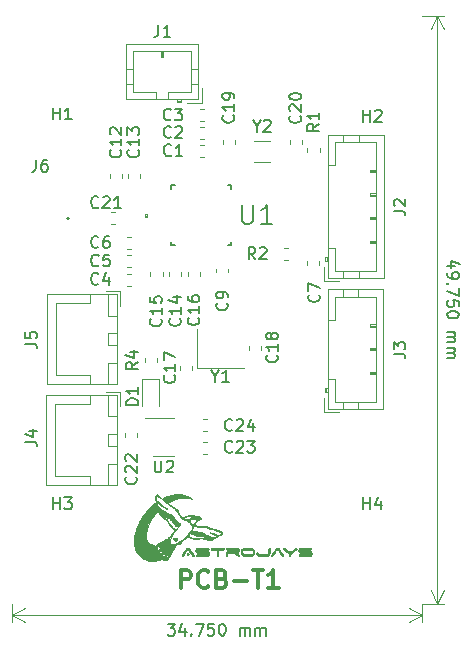
<source format=gto>
G04 #@! TF.GenerationSoftware,KiCad,Pcbnew,(5.1.4)-1*
G04 #@! TF.CreationDate,2022-02-20T14:50:57-05:00*
G04 #@! TF.ProjectId,Telemetry PCB,54656c65-6d65-4747-9279-205043422e6b,rev?*
G04 #@! TF.SameCoordinates,Original*
G04 #@! TF.FileFunction,Legend,Top*
G04 #@! TF.FilePolarity,Positive*
%FSLAX46Y46*%
G04 Gerber Fmt 4.6, Leading zero omitted, Abs format (unit mm)*
G04 Created by KiCad (PCBNEW (5.1.4)-1) date 2022-02-20 14:50:57*
%MOMM*%
%LPD*%
G04 APERTURE LIST*
%ADD10C,0.150000*%
%ADD11C,0.120000*%
%ADD12C,0.300000*%
%ADD13C,0.010000*%
%ADD14C,0.152400*%
%ADD15C,0.200000*%
%ADD16C,0.030000*%
%ADD17R,1.502000X1.302000*%
%ADD18R,3.353200X3.353200*%
%ADD19R,0.406800X0.914800*%
%ADD20R,0.914800X0.406800*%
%ADD21R,3.602000X1.602000*%
%ADD22R,0.502000X0.602000*%
%ADD23R,0.602000X0.402000*%
%ADD24R,1.102000X1.902000*%
%ADD25R,1.162000X0.752000*%
%ADD26C,0.100000*%
%ADD27C,0.977000*%
%ADD28O,2.102000X1.802000*%
%ADD29C,1.802000*%
%ADD30O,1.852000X1.302000*%
%ADD31C,1.302000*%
%ADD32O,1.302000X1.852000*%
%ADD33C,0.902000*%
%ADD34C,6.502000*%
G04 APERTURE END LIST*
D10*
X120684523Y-131462379D02*
X121303571Y-131462379D01*
X120970238Y-131843332D01*
X121113095Y-131843332D01*
X121208333Y-131890951D01*
X121255952Y-131938570D01*
X121303571Y-132033808D01*
X121303571Y-132271903D01*
X121255952Y-132367141D01*
X121208333Y-132414760D01*
X121113095Y-132462379D01*
X120827380Y-132462379D01*
X120732142Y-132414760D01*
X120684523Y-132367141D01*
X122160714Y-131795713D02*
X122160714Y-132462379D01*
X121922619Y-131414760D02*
X121684523Y-132129046D01*
X122303571Y-132129046D01*
X122684523Y-132367141D02*
X122732142Y-132414760D01*
X122684523Y-132462379D01*
X122636904Y-132414760D01*
X122684523Y-132367141D01*
X122684523Y-132462379D01*
X123065476Y-131462379D02*
X123732142Y-131462379D01*
X123303571Y-132462379D01*
X124589285Y-131462379D02*
X124113095Y-131462379D01*
X124065476Y-131938570D01*
X124113095Y-131890951D01*
X124208333Y-131843332D01*
X124446428Y-131843332D01*
X124541666Y-131890951D01*
X124589285Y-131938570D01*
X124636904Y-132033808D01*
X124636904Y-132271903D01*
X124589285Y-132367141D01*
X124541666Y-132414760D01*
X124446428Y-132462379D01*
X124208333Y-132462379D01*
X124113095Y-132414760D01*
X124065476Y-132367141D01*
X125255952Y-131462379D02*
X125351190Y-131462379D01*
X125446428Y-131509999D01*
X125494047Y-131557618D01*
X125541666Y-131652856D01*
X125589285Y-131843332D01*
X125589285Y-132081427D01*
X125541666Y-132271903D01*
X125494047Y-132367141D01*
X125446428Y-132414760D01*
X125351190Y-132462379D01*
X125255952Y-132462379D01*
X125160714Y-132414760D01*
X125113095Y-132367141D01*
X125065476Y-132271903D01*
X125017857Y-132081427D01*
X125017857Y-131843332D01*
X125065476Y-131652856D01*
X125113095Y-131557618D01*
X125160714Y-131509999D01*
X125255952Y-131462379D01*
X126779761Y-132462379D02*
X126779761Y-131795713D01*
X126779761Y-131890951D02*
X126827380Y-131843332D01*
X126922619Y-131795713D01*
X127065476Y-131795713D01*
X127160714Y-131843332D01*
X127208333Y-131938570D01*
X127208333Y-132462379D01*
X127208333Y-131938570D02*
X127255952Y-131843332D01*
X127351190Y-131795713D01*
X127494047Y-131795713D01*
X127589285Y-131843332D01*
X127636904Y-131938570D01*
X127636904Y-132462379D01*
X128113095Y-132462379D02*
X128113095Y-131795713D01*
X128113095Y-131890951D02*
X128160714Y-131843332D01*
X128255952Y-131795713D01*
X128398809Y-131795713D01*
X128494047Y-131843332D01*
X128541666Y-131938570D01*
X128541666Y-132462379D01*
X128541666Y-131938570D02*
X128589285Y-131843332D01*
X128684523Y-131795713D01*
X128827380Y-131795713D01*
X128922619Y-131843332D01*
X128970238Y-131938570D01*
X128970238Y-132462379D01*
D11*
X107500000Y-130739999D02*
X142250000Y-130739999D01*
X107500000Y-129750000D02*
X107500000Y-131326420D01*
X142250000Y-129750000D02*
X142250000Y-131326420D01*
X142250000Y-130739999D02*
X141123496Y-131326420D01*
X142250000Y-130739999D02*
X141123496Y-130153578D01*
X107500000Y-130739999D02*
X108626504Y-131326420D01*
X107500000Y-130739999D02*
X108626504Y-130153578D01*
D10*
X145014285Y-101208333D02*
X144347619Y-101208333D01*
X145395238Y-100970238D02*
X144680952Y-100732142D01*
X144680952Y-101351190D01*
X144347619Y-101779761D02*
X144347619Y-101970238D01*
X144395238Y-102065476D01*
X144442857Y-102113095D01*
X144585714Y-102208333D01*
X144776190Y-102255952D01*
X145157142Y-102255952D01*
X145252380Y-102208333D01*
X145300000Y-102160714D01*
X145347619Y-102065476D01*
X145347619Y-101875000D01*
X145300000Y-101779761D01*
X145252380Y-101732142D01*
X145157142Y-101684523D01*
X144919047Y-101684523D01*
X144823809Y-101732142D01*
X144776190Y-101779761D01*
X144728571Y-101875000D01*
X144728571Y-102065476D01*
X144776190Y-102160714D01*
X144823809Y-102208333D01*
X144919047Y-102255952D01*
X144442857Y-102684523D02*
X144395238Y-102732142D01*
X144347619Y-102684523D01*
X144395238Y-102636904D01*
X144442857Y-102684523D01*
X144347619Y-102684523D01*
X145347619Y-103065476D02*
X145347619Y-103732142D01*
X144347619Y-103303571D01*
X145347619Y-104589285D02*
X145347619Y-104113095D01*
X144871428Y-104065476D01*
X144919047Y-104113095D01*
X144966666Y-104208333D01*
X144966666Y-104446428D01*
X144919047Y-104541666D01*
X144871428Y-104589285D01*
X144776190Y-104636904D01*
X144538095Y-104636904D01*
X144442857Y-104589285D01*
X144395238Y-104541666D01*
X144347619Y-104446428D01*
X144347619Y-104208333D01*
X144395238Y-104113095D01*
X144442857Y-104065476D01*
X145347619Y-105255952D02*
X145347619Y-105351190D01*
X145300000Y-105446428D01*
X145252380Y-105494047D01*
X145157142Y-105541666D01*
X144966666Y-105589285D01*
X144728571Y-105589285D01*
X144538095Y-105541666D01*
X144442857Y-105494047D01*
X144395238Y-105446428D01*
X144347619Y-105351190D01*
X144347619Y-105255952D01*
X144395238Y-105160714D01*
X144442857Y-105113095D01*
X144538095Y-105065476D01*
X144728571Y-105017857D01*
X144966666Y-105017857D01*
X145157142Y-105065476D01*
X145252380Y-105113095D01*
X145300000Y-105160714D01*
X145347619Y-105255952D01*
X144347619Y-106779761D02*
X145014285Y-106779761D01*
X144919047Y-106779761D02*
X144966666Y-106827380D01*
X145014285Y-106922619D01*
X145014285Y-107065476D01*
X144966666Y-107160714D01*
X144871428Y-107208333D01*
X144347619Y-107208333D01*
X144871428Y-107208333D02*
X144966666Y-107255952D01*
X145014285Y-107351190D01*
X145014285Y-107494047D01*
X144966666Y-107589285D01*
X144871428Y-107636904D01*
X144347619Y-107636904D01*
X144347619Y-108113095D02*
X145014285Y-108113095D01*
X144919047Y-108113095D02*
X144966666Y-108160714D01*
X145014285Y-108255952D01*
X145014285Y-108398809D01*
X144966666Y-108494047D01*
X144871428Y-108541666D01*
X144347619Y-108541666D01*
X144871428Y-108541666D02*
X144966666Y-108589285D01*
X145014285Y-108684523D01*
X145014285Y-108827380D01*
X144966666Y-108922619D01*
X144871428Y-108970238D01*
X144347619Y-108970238D01*
D11*
X143530000Y-80000000D02*
X143530000Y-129750000D01*
X142250000Y-80000000D02*
X144116421Y-80000000D01*
X142250000Y-129750000D02*
X144116421Y-129750000D01*
X143530000Y-129750000D02*
X142943579Y-128623496D01*
X143530000Y-129750000D02*
X144116421Y-128623496D01*
X143530000Y-80000000D02*
X142943579Y-81126504D01*
X143530000Y-80000000D02*
X144116421Y-81126504D01*
D12*
X121782857Y-128428571D02*
X121782857Y-126928571D01*
X122354285Y-126928571D01*
X122497142Y-127000000D01*
X122568571Y-127071428D01*
X122640000Y-127214285D01*
X122640000Y-127428571D01*
X122568571Y-127571428D01*
X122497142Y-127642857D01*
X122354285Y-127714285D01*
X121782857Y-127714285D01*
X124140000Y-128285714D02*
X124068571Y-128357142D01*
X123854285Y-128428571D01*
X123711428Y-128428571D01*
X123497142Y-128357142D01*
X123354285Y-128214285D01*
X123282857Y-128071428D01*
X123211428Y-127785714D01*
X123211428Y-127571428D01*
X123282857Y-127285714D01*
X123354285Y-127142857D01*
X123497142Y-127000000D01*
X123711428Y-126928571D01*
X123854285Y-126928571D01*
X124068571Y-127000000D01*
X124140000Y-127071428D01*
X125282857Y-127642857D02*
X125497142Y-127714285D01*
X125568571Y-127785714D01*
X125640000Y-127928571D01*
X125640000Y-128142857D01*
X125568571Y-128285714D01*
X125497142Y-128357142D01*
X125354285Y-128428571D01*
X124782857Y-128428571D01*
X124782857Y-126928571D01*
X125282857Y-126928571D01*
X125425714Y-127000000D01*
X125497142Y-127071428D01*
X125568571Y-127214285D01*
X125568571Y-127357142D01*
X125497142Y-127500000D01*
X125425714Y-127571428D01*
X125282857Y-127642857D01*
X124782857Y-127642857D01*
X126282857Y-127857142D02*
X127425714Y-127857142D01*
X127925714Y-126928571D02*
X128782857Y-126928571D01*
X128354285Y-128428571D02*
X128354285Y-126928571D01*
X130068571Y-128428571D02*
X129211428Y-128428571D01*
X129640000Y-128428571D02*
X129640000Y-126928571D01*
X129497142Y-127142857D01*
X129354285Y-127285714D01*
X129211428Y-127357142D01*
D13*
G36*
X121464295Y-124180204D02*
G01*
X121477834Y-124188303D01*
X121503416Y-124230140D01*
X121504049Y-124283818D01*
X121482305Y-124341445D01*
X121440759Y-124395130D01*
X121400045Y-124426899D01*
X121350199Y-124454103D01*
X121318460Y-124459871D01*
X121296960Y-124444502D01*
X121288722Y-124431128D01*
X121281929Y-124395753D01*
X121291513Y-124380328D01*
X121297214Y-124366748D01*
X121274976Y-124361241D01*
X121256853Y-124360800D01*
X121218898Y-124356783D01*
X121204339Y-124339737D01*
X121202667Y-124320279D01*
X121191983Y-124284564D01*
X121174163Y-124268819D01*
X121157077Y-124258486D01*
X121162525Y-124242507D01*
X121182724Y-124220817D01*
X121223442Y-124196537D01*
X121283421Y-124179073D01*
X121351199Y-124169687D01*
X121415311Y-124169643D01*
X121464295Y-124180204D01*
X121464295Y-124180204D01*
G37*
X121464295Y-124180204D02*
X121477834Y-124188303D01*
X121503416Y-124230140D01*
X121504049Y-124283818D01*
X121482305Y-124341445D01*
X121440759Y-124395130D01*
X121400045Y-124426899D01*
X121350199Y-124454103D01*
X121318460Y-124459871D01*
X121296960Y-124444502D01*
X121288722Y-124431128D01*
X121281929Y-124395753D01*
X121291513Y-124380328D01*
X121297214Y-124366748D01*
X121274976Y-124361241D01*
X121256853Y-124360800D01*
X121218898Y-124356783D01*
X121204339Y-124339737D01*
X121202667Y-124320279D01*
X121191983Y-124284564D01*
X121174163Y-124268819D01*
X121157077Y-124258486D01*
X121162525Y-124242507D01*
X121182724Y-124220817D01*
X121223442Y-124196537D01*
X121283421Y-124179073D01*
X121351199Y-124169687D01*
X121415311Y-124169643D01*
X121464295Y-124180204D01*
G36*
X121795957Y-120502392D02*
G01*
X121973497Y-120530510D01*
X122170918Y-120574844D01*
X122179691Y-120577056D01*
X122264674Y-120604752D01*
X122362852Y-120646419D01*
X122464350Y-120696928D01*
X122559292Y-120751150D01*
X122637804Y-120803954D01*
X122673947Y-120833777D01*
X122711869Y-120871344D01*
X122724276Y-120890590D01*
X122710216Y-120891786D01*
X122668737Y-120875201D01*
X122616600Y-120850025D01*
X122536257Y-120822269D01*
X122423428Y-120803132D01*
X122278033Y-120792608D01*
X122099993Y-120790687D01*
X122013432Y-120792504D01*
X121899261Y-120796410D01*
X121810296Y-120801299D01*
X121737879Y-120808255D01*
X121673348Y-120818366D01*
X121608045Y-120832717D01*
X121533309Y-120852395D01*
X121531180Y-120852982D01*
X121420835Y-120884491D01*
X121329102Y-120913733D01*
X121245831Y-120944712D01*
X121160870Y-120981432D01*
X121064072Y-121027896D01*
X120979284Y-121070687D01*
X120906333Y-121107847D01*
X120844797Y-121138987D01*
X120800675Y-121161086D01*
X120779965Y-121171124D01*
X120779334Y-121171376D01*
X120763818Y-121162441D01*
X120726617Y-121135915D01*
X120672504Y-121095346D01*
X120606254Y-121044283D01*
X120567667Y-121014032D01*
X120493658Y-120955780D01*
X120426294Y-120902942D01*
X120371358Y-120860040D01*
X120334632Y-120831595D01*
X120325637Y-120824754D01*
X120310111Y-120811988D01*
X120305506Y-120800996D01*
X120315944Y-120788695D01*
X120345545Y-120772000D01*
X120398431Y-120747825D01*
X120469571Y-120717027D01*
X120606322Y-120663226D01*
X120757561Y-120612232D01*
X120911090Y-120567688D01*
X121054709Y-120533237D01*
X121134934Y-120518304D01*
X121195952Y-120510605D01*
X121279574Y-120502742D01*
X121374555Y-120495661D01*
X121465134Y-120490517D01*
X121629451Y-120489418D01*
X121795957Y-120502392D01*
X121795957Y-120502392D01*
G37*
X121795957Y-120502392D02*
X121973497Y-120530510D01*
X122170918Y-120574844D01*
X122179691Y-120577056D01*
X122264674Y-120604752D01*
X122362852Y-120646419D01*
X122464350Y-120696928D01*
X122559292Y-120751150D01*
X122637804Y-120803954D01*
X122673947Y-120833777D01*
X122711869Y-120871344D01*
X122724276Y-120890590D01*
X122710216Y-120891786D01*
X122668737Y-120875201D01*
X122616600Y-120850025D01*
X122536257Y-120822269D01*
X122423428Y-120803132D01*
X122278033Y-120792608D01*
X122099993Y-120790687D01*
X122013432Y-120792504D01*
X121899261Y-120796410D01*
X121810296Y-120801299D01*
X121737879Y-120808255D01*
X121673348Y-120818366D01*
X121608045Y-120832717D01*
X121533309Y-120852395D01*
X121531180Y-120852982D01*
X121420835Y-120884491D01*
X121329102Y-120913733D01*
X121245831Y-120944712D01*
X121160870Y-120981432D01*
X121064072Y-121027896D01*
X120979284Y-121070687D01*
X120906333Y-121107847D01*
X120844797Y-121138987D01*
X120800675Y-121161086D01*
X120779965Y-121171124D01*
X120779334Y-121171376D01*
X120763818Y-121162441D01*
X120726617Y-121135915D01*
X120672504Y-121095346D01*
X120606254Y-121044283D01*
X120567667Y-121014032D01*
X120493658Y-120955780D01*
X120426294Y-120902942D01*
X120371358Y-120860040D01*
X120334632Y-120831595D01*
X120325637Y-120824754D01*
X120310111Y-120811988D01*
X120305506Y-120800996D01*
X120315944Y-120788695D01*
X120345545Y-120772000D01*
X120398431Y-120747825D01*
X120469571Y-120717027D01*
X120606322Y-120663226D01*
X120757561Y-120612232D01*
X120911090Y-120567688D01*
X121054709Y-120533237D01*
X121134934Y-120518304D01*
X121195952Y-120510605D01*
X121279574Y-120502742D01*
X121374555Y-120495661D01*
X121465134Y-120490517D01*
X121629451Y-120489418D01*
X121795957Y-120502392D01*
G36*
X122420804Y-125480718D02*
G01*
X122448084Y-125517837D01*
X122455734Y-125560890D01*
X122443227Y-125612339D01*
X122411770Y-125642164D01*
X122370452Y-125647727D01*
X122328364Y-125626393D01*
X122308965Y-125603449D01*
X122290320Y-125568288D01*
X122292565Y-125539422D01*
X122304907Y-125514549D01*
X122340454Y-125476382D01*
X122382007Y-125466002D01*
X122420804Y-125480718D01*
X122420804Y-125480718D01*
G37*
X122420804Y-125480718D02*
X122448084Y-125517837D01*
X122455734Y-125560890D01*
X122443227Y-125612339D01*
X122411770Y-125642164D01*
X122370452Y-125647727D01*
X122328364Y-125626393D01*
X122308965Y-125603449D01*
X122290320Y-125568288D01*
X122292565Y-125539422D01*
X122304907Y-125514549D01*
X122340454Y-125476382D01*
X122382007Y-125466002D01*
X122420804Y-125480718D01*
G36*
X132652489Y-125040830D02*
G01*
X132732315Y-125041983D01*
X132787965Y-125043763D01*
X132814596Y-125046123D01*
X132844393Y-125064268D01*
X132852800Y-125102803D01*
X132851992Y-125127826D01*
X132847177Y-125147573D01*
X132834770Y-125162667D01*
X132811187Y-125173734D01*
X132772841Y-125181399D01*
X132716149Y-125186286D01*
X132637524Y-125189019D01*
X132533382Y-125190224D01*
X132400137Y-125190526D01*
X132349349Y-125190533D01*
X132210948Y-125190710D01*
X132102670Y-125191385D01*
X132020770Y-125192779D01*
X131961505Y-125195109D01*
X131921132Y-125198596D01*
X131895907Y-125203457D01*
X131882087Y-125209913D01*
X131875928Y-125218181D01*
X131875907Y-125218235D01*
X131875174Y-125255288D01*
X131882493Y-125273268D01*
X131891585Y-125281771D01*
X131909518Y-125288571D01*
X131940144Y-125293972D01*
X131987311Y-125298276D01*
X132054870Y-125301785D01*
X132146672Y-125304803D01*
X132266566Y-125307631D01*
X132338154Y-125309067D01*
X132496543Y-125312857D01*
X132622027Y-125317502D01*
X132715561Y-125323059D01*
X132778096Y-125329588D01*
X132810586Y-125337146D01*
X132812493Y-125338115D01*
X132850935Y-125375679D01*
X132882546Y-125434006D01*
X132901128Y-125499995D01*
X132903600Y-125530711D01*
X132889830Y-125594491D01*
X132854183Y-125655675D01*
X132805154Y-125701753D01*
X132778307Y-125715208D01*
X132746525Y-125720427D01*
X132687495Y-125724663D01*
X132606752Y-125727922D01*
X132509828Y-125730211D01*
X132402259Y-125731536D01*
X132289578Y-125731903D01*
X132177320Y-125731318D01*
X132071018Y-125729789D01*
X131976208Y-125727320D01*
X131898423Y-125723919D01*
X131843197Y-125719592D01*
X131816065Y-125714345D01*
X131815633Y-125714110D01*
X131791131Y-125683191D01*
X131788348Y-125642080D01*
X131806869Y-125606222D01*
X131818754Y-125597529D01*
X131846467Y-125591954D01*
X131905308Y-125587324D01*
X131992544Y-125583741D01*
X132105448Y-125581302D01*
X132241288Y-125580107D01*
X132300758Y-125580000D01*
X132435923Y-125579886D01*
X132541160Y-125579357D01*
X132620411Y-125578139D01*
X132677613Y-125575954D01*
X132716706Y-125572527D01*
X132741630Y-125567580D01*
X132756324Y-125560837D01*
X132764727Y-125552022D01*
X132767538Y-125547247D01*
X132782543Y-125514564D01*
X132778536Y-125493431D01*
X132758000Y-125470686D01*
X132745876Y-125462297D01*
X132725705Y-125455848D01*
X132693494Y-125451118D01*
X132645251Y-125447883D01*
X132576982Y-125445924D01*
X132484693Y-125445017D01*
X132364393Y-125444941D01*
X132297779Y-125445127D01*
X132164530Y-125445430D01*
X132060883Y-125445118D01*
X131982571Y-125443913D01*
X131925332Y-125441541D01*
X131884900Y-125437726D01*
X131857011Y-125432193D01*
X131837402Y-125424667D01*
X131821807Y-125414871D01*
X131821078Y-125414333D01*
X131772123Y-125358665D01*
X131747585Y-125288280D01*
X131747701Y-125212175D01*
X131772708Y-125139347D01*
X131812450Y-125087919D01*
X131856403Y-125046600D01*
X132316398Y-125041568D01*
X132439688Y-125040578D01*
X132553333Y-125040347D01*
X132652489Y-125040830D01*
X132652489Y-125040830D01*
G37*
X132652489Y-125040830D02*
X132732315Y-125041983D01*
X132787965Y-125043763D01*
X132814596Y-125046123D01*
X132844393Y-125064268D01*
X132852800Y-125102803D01*
X132851992Y-125127826D01*
X132847177Y-125147573D01*
X132834770Y-125162667D01*
X132811187Y-125173734D01*
X132772841Y-125181399D01*
X132716149Y-125186286D01*
X132637524Y-125189019D01*
X132533382Y-125190224D01*
X132400137Y-125190526D01*
X132349349Y-125190533D01*
X132210948Y-125190710D01*
X132102670Y-125191385D01*
X132020770Y-125192779D01*
X131961505Y-125195109D01*
X131921132Y-125198596D01*
X131895907Y-125203457D01*
X131882087Y-125209913D01*
X131875928Y-125218181D01*
X131875907Y-125218235D01*
X131875174Y-125255288D01*
X131882493Y-125273268D01*
X131891585Y-125281771D01*
X131909518Y-125288571D01*
X131940144Y-125293972D01*
X131987311Y-125298276D01*
X132054870Y-125301785D01*
X132146672Y-125304803D01*
X132266566Y-125307631D01*
X132338154Y-125309067D01*
X132496543Y-125312857D01*
X132622027Y-125317502D01*
X132715561Y-125323059D01*
X132778096Y-125329588D01*
X132810586Y-125337146D01*
X132812493Y-125338115D01*
X132850935Y-125375679D01*
X132882546Y-125434006D01*
X132901128Y-125499995D01*
X132903600Y-125530711D01*
X132889830Y-125594491D01*
X132854183Y-125655675D01*
X132805154Y-125701753D01*
X132778307Y-125715208D01*
X132746525Y-125720427D01*
X132687495Y-125724663D01*
X132606752Y-125727922D01*
X132509828Y-125730211D01*
X132402259Y-125731536D01*
X132289578Y-125731903D01*
X132177320Y-125731318D01*
X132071018Y-125729789D01*
X131976208Y-125727320D01*
X131898423Y-125723919D01*
X131843197Y-125719592D01*
X131816065Y-125714345D01*
X131815633Y-125714110D01*
X131791131Y-125683191D01*
X131788348Y-125642080D01*
X131806869Y-125606222D01*
X131818754Y-125597529D01*
X131846467Y-125591954D01*
X131905308Y-125587324D01*
X131992544Y-125583741D01*
X132105448Y-125581302D01*
X132241288Y-125580107D01*
X132300758Y-125580000D01*
X132435923Y-125579886D01*
X132541160Y-125579357D01*
X132620411Y-125578139D01*
X132677613Y-125575954D01*
X132716706Y-125572527D01*
X132741630Y-125567580D01*
X132756324Y-125560837D01*
X132764727Y-125552022D01*
X132767538Y-125547247D01*
X132782543Y-125514564D01*
X132778536Y-125493431D01*
X132758000Y-125470686D01*
X132745876Y-125462297D01*
X132725705Y-125455848D01*
X132693494Y-125451118D01*
X132645251Y-125447883D01*
X132576982Y-125445924D01*
X132484693Y-125445017D01*
X132364393Y-125444941D01*
X132297779Y-125445127D01*
X132164530Y-125445430D01*
X132060883Y-125445118D01*
X131982571Y-125443913D01*
X131925332Y-125441541D01*
X131884900Y-125437726D01*
X131857011Y-125432193D01*
X131837402Y-125424667D01*
X131821807Y-125414871D01*
X131821078Y-125414333D01*
X131772123Y-125358665D01*
X131747585Y-125288280D01*
X131747701Y-125212175D01*
X131772708Y-125139347D01*
X131812450Y-125087919D01*
X131856403Y-125046600D01*
X132316398Y-125041568D01*
X132439688Y-125040578D01*
X132553333Y-125040347D01*
X132652489Y-125040830D01*
G36*
X131558357Y-125051531D02*
G01*
X131586178Y-125081941D01*
X131599666Y-125114695D01*
X131599733Y-125116680D01*
X131586079Y-125145472D01*
X131546565Y-125191017D01*
X131483368Y-125251066D01*
X131403651Y-125319274D01*
X131334195Y-125368043D01*
X131255163Y-125410708D01*
X131179666Y-125440745D01*
X131140668Y-125450124D01*
X131119452Y-125456023D01*
X131106406Y-125470876D01*
X131098619Y-125502291D01*
X131093178Y-125557880D01*
X131091733Y-125578027D01*
X131082815Y-125656294D01*
X131068975Y-125702587D01*
X131057867Y-125715855D01*
X131025768Y-125730775D01*
X131003226Y-125721633D01*
X130993061Y-125710528D01*
X130983166Y-125683320D01*
X130974791Y-125633193D01*
X130969821Y-125572195D01*
X130966534Y-125510896D01*
X130961009Y-125475583D01*
X130949670Y-125458402D01*
X130928940Y-125451498D01*
X130913933Y-125449446D01*
X130835795Y-125427259D01*
X130744800Y-125380281D01*
X130646761Y-125311976D01*
X130562712Y-125240184D01*
X130505933Y-125186040D01*
X130471330Y-125148733D01*
X130455237Y-125123213D01*
X130453985Y-125104431D01*
X130457865Y-125095844D01*
X130480923Y-125063543D01*
X130504774Y-125048934D01*
X130534842Y-125053359D01*
X130576551Y-125078161D01*
X130635325Y-125124684D01*
X130660555Y-125146025D01*
X130761603Y-125223693D01*
X130853913Y-125274464D01*
X130944937Y-125301188D01*
X131042127Y-125306715D01*
X131075071Y-125304533D01*
X131147060Y-125293711D01*
X131210726Y-125272692D01*
X131274429Y-125237173D01*
X131346530Y-125182853D01*
X131399326Y-125137660D01*
X131451570Y-125093193D01*
X131495236Y-125058975D01*
X131523563Y-125040183D01*
X131529349Y-125038133D01*
X131558357Y-125051531D01*
X131558357Y-125051531D01*
G37*
X131558357Y-125051531D02*
X131586178Y-125081941D01*
X131599666Y-125114695D01*
X131599733Y-125116680D01*
X131586079Y-125145472D01*
X131546565Y-125191017D01*
X131483368Y-125251066D01*
X131403651Y-125319274D01*
X131334195Y-125368043D01*
X131255163Y-125410708D01*
X131179666Y-125440745D01*
X131140668Y-125450124D01*
X131119452Y-125456023D01*
X131106406Y-125470876D01*
X131098619Y-125502291D01*
X131093178Y-125557880D01*
X131091733Y-125578027D01*
X131082815Y-125656294D01*
X131068975Y-125702587D01*
X131057867Y-125715855D01*
X131025768Y-125730775D01*
X131003226Y-125721633D01*
X130993061Y-125710528D01*
X130983166Y-125683320D01*
X130974791Y-125633193D01*
X130969821Y-125572195D01*
X130966534Y-125510896D01*
X130961009Y-125475583D01*
X130949670Y-125458402D01*
X130928940Y-125451498D01*
X130913933Y-125449446D01*
X130835795Y-125427259D01*
X130744800Y-125380281D01*
X130646761Y-125311976D01*
X130562712Y-125240184D01*
X130505933Y-125186040D01*
X130471330Y-125148733D01*
X130455237Y-125123213D01*
X130453985Y-125104431D01*
X130457865Y-125095844D01*
X130480923Y-125063543D01*
X130504774Y-125048934D01*
X130534842Y-125053359D01*
X130576551Y-125078161D01*
X130635325Y-125124684D01*
X130660555Y-125146025D01*
X130761603Y-125223693D01*
X130853913Y-125274464D01*
X130944937Y-125301188D01*
X131042127Y-125306715D01*
X131075071Y-125304533D01*
X131147060Y-125293711D01*
X131210726Y-125272692D01*
X131274429Y-125237173D01*
X131346530Y-125182853D01*
X131399326Y-125137660D01*
X131451570Y-125093193D01*
X131495236Y-125058975D01*
X131523563Y-125040183D01*
X131529349Y-125038133D01*
X131558357Y-125051531D01*
G36*
X130012300Y-125022138D02*
G01*
X130055727Y-125045670D01*
X130056644Y-125046600D01*
X130083555Y-125079245D01*
X130122301Y-125132436D01*
X130169464Y-125200836D01*
X130221627Y-125279107D01*
X130275372Y-125361915D01*
X130327282Y-125443921D01*
X130373938Y-125519790D01*
X130411922Y-125584185D01*
X130437818Y-125631768D01*
X130448208Y-125657205D01*
X130448267Y-125658108D01*
X130436850Y-125699159D01*
X130409050Y-125722794D01*
X130374544Y-125721165D01*
X130372090Y-125719881D01*
X130354471Y-125701537D01*
X130321662Y-125659565D01*
X130277076Y-125598633D01*
X130224128Y-125523413D01*
X130166232Y-125438574D01*
X130163770Y-125434910D01*
X130094074Y-125332744D01*
X130039851Y-125257153D01*
X129999138Y-125205678D01*
X129969975Y-125175859D01*
X129950402Y-125165236D01*
X129948733Y-125165133D01*
X129930063Y-125173806D01*
X129901956Y-125201455D01*
X129862457Y-125250527D01*
X129809613Y-125323469D01*
X129741469Y-125422728D01*
X129733377Y-125434731D01*
X129664661Y-125536074D01*
X129611646Y-125612239D01*
X129571719Y-125666536D01*
X129542265Y-125702275D01*
X129520669Y-125722765D01*
X129504317Y-125731315D01*
X129498391Y-125732141D01*
X129480775Y-125721174D01*
X129458238Y-125699164D01*
X129438911Y-125665597D01*
X129437766Y-125640895D01*
X129451891Y-125614870D01*
X129481624Y-125566984D01*
X129523312Y-125502617D01*
X129573303Y-125427144D01*
X129627943Y-125345944D01*
X129683582Y-125264394D01*
X129736567Y-125187871D01*
X129783245Y-125121752D01*
X129819965Y-125071416D01*
X129843073Y-125042239D01*
X129847179Y-125038096D01*
X129893121Y-125017746D01*
X129953130Y-125012629D01*
X130012300Y-125022138D01*
X130012300Y-125022138D01*
G37*
X130012300Y-125022138D02*
X130055727Y-125045670D01*
X130056644Y-125046600D01*
X130083555Y-125079245D01*
X130122301Y-125132436D01*
X130169464Y-125200836D01*
X130221627Y-125279107D01*
X130275372Y-125361915D01*
X130327282Y-125443921D01*
X130373938Y-125519790D01*
X130411922Y-125584185D01*
X130437818Y-125631768D01*
X130448208Y-125657205D01*
X130448267Y-125658108D01*
X130436850Y-125699159D01*
X130409050Y-125722794D01*
X130374544Y-125721165D01*
X130372090Y-125719881D01*
X130354471Y-125701537D01*
X130321662Y-125659565D01*
X130277076Y-125598633D01*
X130224128Y-125523413D01*
X130166232Y-125438574D01*
X130163770Y-125434910D01*
X130094074Y-125332744D01*
X130039851Y-125257153D01*
X129999138Y-125205678D01*
X129969975Y-125175859D01*
X129950402Y-125165236D01*
X129948733Y-125165133D01*
X129930063Y-125173806D01*
X129901956Y-125201455D01*
X129862457Y-125250527D01*
X129809613Y-125323469D01*
X129741469Y-125422728D01*
X129733377Y-125434731D01*
X129664661Y-125536074D01*
X129611646Y-125612239D01*
X129571719Y-125666536D01*
X129542265Y-125702275D01*
X129520669Y-125722765D01*
X129504317Y-125731315D01*
X129498391Y-125732141D01*
X129480775Y-125721174D01*
X129458238Y-125699164D01*
X129438911Y-125665597D01*
X129437766Y-125640895D01*
X129451891Y-125614870D01*
X129481624Y-125566984D01*
X129523312Y-125502617D01*
X129573303Y-125427144D01*
X129627943Y-125345944D01*
X129683582Y-125264394D01*
X129736567Y-125187871D01*
X129783245Y-125121752D01*
X129819965Y-125071416D01*
X129843073Y-125042239D01*
X129847179Y-125038096D01*
X129893121Y-125017746D01*
X129953130Y-125012629D01*
X130012300Y-125022138D01*
G36*
X129299249Y-125065750D02*
G01*
X129314628Y-125085072D01*
X129324126Y-125114123D01*
X129329030Y-125160432D01*
X129330630Y-125231529D01*
X129330667Y-125249351D01*
X129322094Y-125396390D01*
X129296197Y-125515221D01*
X129252710Y-125606895D01*
X129233673Y-125632300D01*
X129204690Y-125663831D01*
X129174332Y-125687992D01*
X129137771Y-125705750D01*
X129090179Y-125718072D01*
X129026728Y-125725926D01*
X128942592Y-125730280D01*
X128832942Y-125732101D01*
X128734311Y-125732387D01*
X128616420Y-125732134D01*
X128527041Y-125731075D01*
X128460819Y-125728749D01*
X128412400Y-125724691D01*
X128376430Y-125718439D01*
X128347555Y-125709529D01*
X128320421Y-125697498D01*
X128318153Y-125696381D01*
X128251097Y-125646616D01*
X128202885Y-125577682D01*
X128180136Y-125499834D01*
X128179200Y-125481148D01*
X128189821Y-125430365D01*
X128215889Y-125401415D01*
X128248707Y-125395799D01*
X128279581Y-125415018D01*
X128299771Y-125460348D01*
X128309097Y-125497314D01*
X128322828Y-125525727D01*
X128345130Y-125546712D01*
X128380169Y-125561395D01*
X128432111Y-125570901D01*
X128505122Y-125576355D01*
X128603367Y-125578884D01*
X128731012Y-125579611D01*
X128741289Y-125579624D01*
X128858715Y-125579642D01*
X128947167Y-125579077D01*
X129011536Y-125577432D01*
X129056715Y-125574209D01*
X129087596Y-125568911D01*
X129109072Y-125561041D01*
X129126033Y-125550101D01*
X129139223Y-125539164D01*
X129160212Y-125519559D01*
X129174104Y-125499017D01*
X129182605Y-125470205D01*
X129187422Y-125425792D01*
X129190261Y-125358445D01*
X129191448Y-125314797D01*
X129194100Y-125235749D01*
X129197557Y-125166398D01*
X129201318Y-125115560D01*
X129204002Y-125095035D01*
X129225162Y-125057549D01*
X129260443Y-125046992D01*
X129299249Y-125065750D01*
X129299249Y-125065750D01*
G37*
X129299249Y-125065750D02*
X129314628Y-125085072D01*
X129324126Y-125114123D01*
X129329030Y-125160432D01*
X129330630Y-125231529D01*
X129330667Y-125249351D01*
X129322094Y-125396390D01*
X129296197Y-125515221D01*
X129252710Y-125606895D01*
X129233673Y-125632300D01*
X129204690Y-125663831D01*
X129174332Y-125687992D01*
X129137771Y-125705750D01*
X129090179Y-125718072D01*
X129026728Y-125725926D01*
X128942592Y-125730280D01*
X128832942Y-125732101D01*
X128734311Y-125732387D01*
X128616420Y-125732134D01*
X128527041Y-125731075D01*
X128460819Y-125728749D01*
X128412400Y-125724691D01*
X128376430Y-125718439D01*
X128347555Y-125709529D01*
X128320421Y-125697498D01*
X128318153Y-125696381D01*
X128251097Y-125646616D01*
X128202885Y-125577682D01*
X128180136Y-125499834D01*
X128179200Y-125481148D01*
X128189821Y-125430365D01*
X128215889Y-125401415D01*
X128248707Y-125395799D01*
X128279581Y-125415018D01*
X128299771Y-125460348D01*
X128309097Y-125497314D01*
X128322828Y-125525727D01*
X128345130Y-125546712D01*
X128380169Y-125561395D01*
X128432111Y-125570901D01*
X128505122Y-125576355D01*
X128603367Y-125578884D01*
X128731012Y-125579611D01*
X128741289Y-125579624D01*
X128858715Y-125579642D01*
X128947167Y-125579077D01*
X129011536Y-125577432D01*
X129056715Y-125574209D01*
X129087596Y-125568911D01*
X129109072Y-125561041D01*
X129126033Y-125550101D01*
X129139223Y-125539164D01*
X129160212Y-125519559D01*
X129174104Y-125499017D01*
X129182605Y-125470205D01*
X129187422Y-125425792D01*
X129190261Y-125358445D01*
X129191448Y-125314797D01*
X129194100Y-125235749D01*
X129197557Y-125166398D01*
X129201318Y-125115560D01*
X129204002Y-125095035D01*
X129225162Y-125057549D01*
X129260443Y-125046992D01*
X129299249Y-125065750D01*
G36*
X127925095Y-125118445D02*
G01*
X127985564Y-125210856D01*
X128020095Y-125318554D01*
X128026800Y-125392130D01*
X128015770Y-125468007D01*
X127986624Y-125549184D01*
X127945283Y-125622781D01*
X127897665Y-125675917D01*
X127895681Y-125677459D01*
X127834797Y-125723933D01*
X127460899Y-125728718D01*
X127336993Y-125730060D01*
X127242087Y-125730304D01*
X127171321Y-125729153D01*
X127119838Y-125726308D01*
X127082779Y-125721472D01*
X127055287Y-125714348D01*
X127032502Y-125704637D01*
X127027734Y-125702174D01*
X126967772Y-125652949D01*
X126919779Y-125579121D01*
X126887758Y-125489007D01*
X126875714Y-125390922D01*
X126875705Y-125386464D01*
X126879346Y-125356994D01*
X126997832Y-125356994D01*
X126998526Y-125431028D01*
X127010963Y-125478794D01*
X127025865Y-125511167D01*
X127043265Y-125535792D01*
X127067686Y-125553725D01*
X127103651Y-125566022D01*
X127155684Y-125573741D01*
X127228307Y-125577939D01*
X127326045Y-125579673D01*
X127444084Y-125580000D01*
X127560729Y-125579782D01*
X127648447Y-125578834D01*
X127712181Y-125576718D01*
X127756869Y-125572995D01*
X127787453Y-125567227D01*
X127808871Y-125558976D01*
X127826065Y-125547802D01*
X127828557Y-125545869D01*
X127875361Y-125489148D01*
X127898866Y-125417304D01*
X127898447Y-125340372D01*
X127873480Y-125268386D01*
X127848027Y-125233418D01*
X127808284Y-125190533D01*
X127446360Y-125190533D01*
X127326915Y-125190615D01*
X127236653Y-125191182D01*
X127170891Y-125192716D01*
X127124947Y-125195699D01*
X127094138Y-125200615D01*
X127073781Y-125207945D01*
X127059192Y-125218173D01*
X127045688Y-125231780D01*
X127045657Y-125231812D01*
X127014205Y-125285868D01*
X126997832Y-125356994D01*
X126879346Y-125356994D01*
X126890229Y-125268939D01*
X126933215Y-125169289D01*
X126992843Y-125097400D01*
X127046891Y-125046600D01*
X127861339Y-125046600D01*
X127925095Y-125118445D01*
X127925095Y-125118445D01*
G37*
X127925095Y-125118445D02*
X127985564Y-125210856D01*
X128020095Y-125318554D01*
X128026800Y-125392130D01*
X128015770Y-125468007D01*
X127986624Y-125549184D01*
X127945283Y-125622781D01*
X127897665Y-125675917D01*
X127895681Y-125677459D01*
X127834797Y-125723933D01*
X127460899Y-125728718D01*
X127336993Y-125730060D01*
X127242087Y-125730304D01*
X127171321Y-125729153D01*
X127119838Y-125726308D01*
X127082779Y-125721472D01*
X127055287Y-125714348D01*
X127032502Y-125704637D01*
X127027734Y-125702174D01*
X126967772Y-125652949D01*
X126919779Y-125579121D01*
X126887758Y-125489007D01*
X126875714Y-125390922D01*
X126875705Y-125386464D01*
X126879346Y-125356994D01*
X126997832Y-125356994D01*
X126998526Y-125431028D01*
X127010963Y-125478794D01*
X127025865Y-125511167D01*
X127043265Y-125535792D01*
X127067686Y-125553725D01*
X127103651Y-125566022D01*
X127155684Y-125573741D01*
X127228307Y-125577939D01*
X127326045Y-125579673D01*
X127444084Y-125580000D01*
X127560729Y-125579782D01*
X127648447Y-125578834D01*
X127712181Y-125576718D01*
X127756869Y-125572995D01*
X127787453Y-125567227D01*
X127808871Y-125558976D01*
X127826065Y-125547802D01*
X127828557Y-125545869D01*
X127875361Y-125489148D01*
X127898866Y-125417304D01*
X127898447Y-125340372D01*
X127873480Y-125268386D01*
X127848027Y-125233418D01*
X127808284Y-125190533D01*
X127446360Y-125190533D01*
X127326915Y-125190615D01*
X127236653Y-125191182D01*
X127170891Y-125192716D01*
X127124947Y-125195699D01*
X127094138Y-125200615D01*
X127073781Y-125207945D01*
X127059192Y-125218173D01*
X127045688Y-125231780D01*
X127045657Y-125231812D01*
X127014205Y-125285868D01*
X126997832Y-125356994D01*
X126879346Y-125356994D01*
X126890229Y-125268939D01*
X126933215Y-125169289D01*
X126992843Y-125097400D01*
X127046891Y-125046600D01*
X127861339Y-125046600D01*
X127925095Y-125118445D01*
G36*
X126120305Y-125041503D02*
G01*
X126130100Y-125041605D01*
X126607225Y-125046600D01*
X126655705Y-125100885D01*
X126699644Y-125171274D01*
X126715516Y-125246883D01*
X126704405Y-125320329D01*
X126667398Y-125384228D01*
X126607294Y-125430351D01*
X126568717Y-125450467D01*
X126545659Y-125464083D01*
X126543979Y-125465443D01*
X126552388Y-125478403D01*
X126581369Y-125504528D01*
X126611087Y-125527867D01*
X126657578Y-125567131D01*
X126694461Y-125606076D01*
X126706808Y-125623844D01*
X126719327Y-125658331D01*
X126707889Y-125686347D01*
X126697682Y-125698369D01*
X126670968Y-125723587D01*
X126655101Y-125732400D01*
X126636992Y-125722843D01*
X126599328Y-125697452D01*
X126549314Y-125661153D01*
X126534133Y-125649746D01*
X126413382Y-125566041D01*
X126301244Y-125507102D01*
X126187576Y-125469498D01*
X126062233Y-125449796D01*
X125927443Y-125444533D01*
X125841435Y-125446491D01*
X125783662Y-125455139D01*
X125748587Y-125474639D01*
X125730673Y-125509153D01*
X125724383Y-125562843D01*
X125723867Y-125597547D01*
X125721728Y-125657110D01*
X125713633Y-125692023D01*
X125697060Y-125711326D01*
X125691176Y-125714837D01*
X125657858Y-125722221D01*
X125630247Y-125704095D01*
X125615659Y-125682445D01*
X125608062Y-125649016D01*
X125606354Y-125595735D01*
X125608101Y-125541697D01*
X125612106Y-125473332D01*
X125618695Y-125429052D01*
X125631132Y-125399080D01*
X125652679Y-125373639D01*
X125669297Y-125358302D01*
X125724401Y-125309067D01*
X126134767Y-125308808D01*
X126250189Y-125308163D01*
X126354934Y-125306491D01*
X126444051Y-125303958D01*
X126512593Y-125300732D01*
X126555607Y-125296979D01*
X126567782Y-125294193D01*
X126583255Y-125267978D01*
X126584715Y-125239419D01*
X126579000Y-125199000D01*
X126113334Y-125190533D01*
X125990381Y-125187830D01*
X125878065Y-125184467D01*
X125780973Y-125180654D01*
X125703693Y-125176599D01*
X125650814Y-125172512D01*
X125626925Y-125168601D01*
X125626500Y-125168367D01*
X125608626Y-125139509D01*
X125607683Y-125098493D01*
X125623271Y-125062257D01*
X125629154Y-125056378D01*
X125647981Y-125050116D01*
X125688931Y-125045459D01*
X125754321Y-125042337D01*
X125846468Y-125040683D01*
X125967691Y-125040428D01*
X126120305Y-125041503D01*
X126120305Y-125041503D01*
G37*
X126120305Y-125041503D02*
X126130100Y-125041605D01*
X126607225Y-125046600D01*
X126655705Y-125100885D01*
X126699644Y-125171274D01*
X126715516Y-125246883D01*
X126704405Y-125320329D01*
X126667398Y-125384228D01*
X126607294Y-125430351D01*
X126568717Y-125450467D01*
X126545659Y-125464083D01*
X126543979Y-125465443D01*
X126552388Y-125478403D01*
X126581369Y-125504528D01*
X126611087Y-125527867D01*
X126657578Y-125567131D01*
X126694461Y-125606076D01*
X126706808Y-125623844D01*
X126719327Y-125658331D01*
X126707889Y-125686347D01*
X126697682Y-125698369D01*
X126670968Y-125723587D01*
X126655101Y-125732400D01*
X126636992Y-125722843D01*
X126599328Y-125697452D01*
X126549314Y-125661153D01*
X126534133Y-125649746D01*
X126413382Y-125566041D01*
X126301244Y-125507102D01*
X126187576Y-125469498D01*
X126062233Y-125449796D01*
X125927443Y-125444533D01*
X125841435Y-125446491D01*
X125783662Y-125455139D01*
X125748587Y-125474639D01*
X125730673Y-125509153D01*
X125724383Y-125562843D01*
X125723867Y-125597547D01*
X125721728Y-125657110D01*
X125713633Y-125692023D01*
X125697060Y-125711326D01*
X125691176Y-125714837D01*
X125657858Y-125722221D01*
X125630247Y-125704095D01*
X125615659Y-125682445D01*
X125608062Y-125649016D01*
X125606354Y-125595735D01*
X125608101Y-125541697D01*
X125612106Y-125473332D01*
X125618695Y-125429052D01*
X125631132Y-125399080D01*
X125652679Y-125373639D01*
X125669297Y-125358302D01*
X125724401Y-125309067D01*
X126134767Y-125308808D01*
X126250189Y-125308163D01*
X126354934Y-125306491D01*
X126444051Y-125303958D01*
X126512593Y-125300732D01*
X126555607Y-125296979D01*
X126567782Y-125294193D01*
X126583255Y-125267978D01*
X126584715Y-125239419D01*
X126579000Y-125199000D01*
X126113334Y-125190533D01*
X125990381Y-125187830D01*
X125878065Y-125184467D01*
X125780973Y-125180654D01*
X125703693Y-125176599D01*
X125650814Y-125172512D01*
X125626925Y-125168601D01*
X125626500Y-125168367D01*
X125608626Y-125139509D01*
X125607683Y-125098493D01*
X125623271Y-125062257D01*
X125629154Y-125056378D01*
X125647981Y-125050116D01*
X125688931Y-125045459D01*
X125754321Y-125042337D01*
X125846468Y-125040683D01*
X125967691Y-125040428D01*
X126120305Y-125041503D01*
G36*
X125052856Y-125038278D02*
G01*
X125173432Y-125039028D01*
X125266988Y-125040856D01*
X125336947Y-125044236D01*
X125386734Y-125049642D01*
X125419771Y-125057545D01*
X125439483Y-125068421D01*
X125449292Y-125082742D01*
X125452621Y-125100981D01*
X125452934Y-125114333D01*
X125449724Y-125143270D01*
X125436900Y-125163882D01*
X125409672Y-125177540D01*
X125363248Y-125185619D01*
X125292839Y-125189492D01*
X125193653Y-125190531D01*
X125187080Y-125190533D01*
X124961867Y-125190533D01*
X124961867Y-125434857D01*
X124961229Y-125534963D01*
X124958964Y-125606564D01*
X124954548Y-125655002D01*
X124947455Y-125685620D01*
X124937162Y-125703762D01*
X124935257Y-125705791D01*
X124904314Y-125729390D01*
X124879023Y-125725252D01*
X124863654Y-125712080D01*
X124854481Y-125687583D01*
X124848121Y-125634219D01*
X124844448Y-125550323D01*
X124843334Y-125441147D01*
X124843334Y-125190533D01*
X124615124Y-125190533D01*
X124523294Y-125190326D01*
X124459338Y-125189037D01*
X124417262Y-125185665D01*
X124391075Y-125179212D01*
X124374783Y-125168675D01*
X124362393Y-125153056D01*
X124358892Y-125147766D01*
X124340932Y-125115447D01*
X124343781Y-125093225D01*
X124361126Y-125071566D01*
X124371189Y-125062064D01*
X124384753Y-125054554D01*
X124405594Y-125048801D01*
X124437487Y-125044573D01*
X124484206Y-125041637D01*
X124549527Y-125039758D01*
X124637225Y-125038703D01*
X124751076Y-125038240D01*
X124894853Y-125038134D01*
X124901838Y-125038133D01*
X125052856Y-125038278D01*
X125052856Y-125038278D01*
G37*
X125052856Y-125038278D02*
X125173432Y-125039028D01*
X125266988Y-125040856D01*
X125336947Y-125044236D01*
X125386734Y-125049642D01*
X125419771Y-125057545D01*
X125439483Y-125068421D01*
X125449292Y-125082742D01*
X125452621Y-125100981D01*
X125452934Y-125114333D01*
X125449724Y-125143270D01*
X125436900Y-125163882D01*
X125409672Y-125177540D01*
X125363248Y-125185619D01*
X125292839Y-125189492D01*
X125193653Y-125190531D01*
X125187080Y-125190533D01*
X124961867Y-125190533D01*
X124961867Y-125434857D01*
X124961229Y-125534963D01*
X124958964Y-125606564D01*
X124954548Y-125655002D01*
X124947455Y-125685620D01*
X124937162Y-125703762D01*
X124935257Y-125705791D01*
X124904314Y-125729390D01*
X124879023Y-125725252D01*
X124863654Y-125712080D01*
X124854481Y-125687583D01*
X124848121Y-125634219D01*
X124844448Y-125550323D01*
X124843334Y-125441147D01*
X124843334Y-125190533D01*
X124615124Y-125190533D01*
X124523294Y-125190326D01*
X124459338Y-125189037D01*
X124417262Y-125185665D01*
X124391075Y-125179212D01*
X124374783Y-125168675D01*
X124362393Y-125153056D01*
X124358892Y-125147766D01*
X124340932Y-125115447D01*
X124343781Y-125093225D01*
X124361126Y-125071566D01*
X124371189Y-125062064D01*
X124384753Y-125054554D01*
X124405594Y-125048801D01*
X124437487Y-125044573D01*
X124484206Y-125041637D01*
X124549527Y-125039758D01*
X124637225Y-125038703D01*
X124751076Y-125038240D01*
X124894853Y-125038134D01*
X124901838Y-125038133D01*
X125052856Y-125038278D01*
G36*
X123802575Y-125038613D02*
G01*
X123920811Y-125040121D01*
X124010100Y-125042763D01*
X124072897Y-125046642D01*
X124111655Y-125051865D01*
X124128747Y-125058454D01*
X124147321Y-125096577D01*
X124143448Y-125139583D01*
X124118857Y-125171544D01*
X124116313Y-125173004D01*
X124088600Y-125178580D01*
X124029759Y-125183209D01*
X123942523Y-125186793D01*
X123829619Y-125189232D01*
X123693779Y-125190426D01*
X123634309Y-125190533D01*
X123498678Y-125190685D01*
X123393011Y-125191307D01*
X123313410Y-125192652D01*
X123255972Y-125194972D01*
X123216797Y-125198519D01*
X123191984Y-125203545D01*
X123177633Y-125210303D01*
X123169843Y-125219043D01*
X123168965Y-125220604D01*
X123162987Y-125263980D01*
X123169211Y-125279871D01*
X123176841Y-125288847D01*
X123191090Y-125295786D01*
X123215924Y-125300945D01*
X123255308Y-125304581D01*
X123313207Y-125306954D01*
X123393587Y-125308320D01*
X123500412Y-125308938D01*
X123618129Y-125309067D01*
X123753230Y-125309307D01*
X123858723Y-125310199D01*
X123938867Y-125311996D01*
X123997917Y-125314956D01*
X124040130Y-125319333D01*
X124069765Y-125325382D01*
X124091077Y-125333360D01*
X124099614Y-125337956D01*
X124147604Y-125381856D01*
X124183991Y-125443176D01*
X124199765Y-125506348D01*
X124199867Y-125511136D01*
X124185640Y-125580502D01*
X124148629Y-125647405D01*
X124097340Y-125696674D01*
X124095052Y-125698099D01*
X124076265Y-125708420D01*
X124055010Y-125716424D01*
X124026987Y-125722397D01*
X123987898Y-125726627D01*
X123933445Y-125729400D01*
X123859329Y-125731005D01*
X123761250Y-125731728D01*
X123634910Y-125731857D01*
X123590267Y-125731822D01*
X123449590Y-125731024D01*
X123329226Y-125729005D01*
X123232202Y-125725878D01*
X123161548Y-125721756D01*
X123120294Y-125716750D01*
X123111900Y-125714110D01*
X123088132Y-125683387D01*
X123083855Y-125641026D01*
X123100100Y-125603783D01*
X123104834Y-125599284D01*
X123130463Y-125592555D01*
X123189723Y-125586882D01*
X123282397Y-125582274D01*
X123408266Y-125578742D01*
X123567111Y-125576296D01*
X123591668Y-125576044D01*
X124055933Y-125571533D01*
X124061775Y-125530149D01*
X124063416Y-125505075D01*
X124058110Y-125485365D01*
X124042357Y-125470398D01*
X124012656Y-125459551D01*
X123965505Y-125452203D01*
X123897403Y-125447730D01*
X123804850Y-125445512D01*
X123684344Y-125444925D01*
X123583409Y-125445145D01*
X123442280Y-125445408D01*
X123331009Y-125444406D01*
X123245588Y-125441150D01*
X123182009Y-125434656D01*
X123136266Y-125423935D01*
X123104349Y-125408002D01*
X123082253Y-125385869D01*
X123065968Y-125356550D01*
X123051488Y-125319058D01*
X123049591Y-125313708D01*
X123035973Y-125267109D01*
X123035705Y-125229262D01*
X123049399Y-125182580D01*
X123054635Y-125168620D01*
X123069490Y-125132731D01*
X123086165Y-125104103D01*
X123108418Y-125081918D01*
X123140009Y-125065356D01*
X123184696Y-125053596D01*
X123246238Y-125045820D01*
X123328393Y-125041206D01*
X123434920Y-125038937D01*
X123569578Y-125038191D01*
X123652939Y-125038133D01*
X123802575Y-125038613D01*
X123802575Y-125038613D01*
G37*
X123802575Y-125038613D02*
X123920811Y-125040121D01*
X124010100Y-125042763D01*
X124072897Y-125046642D01*
X124111655Y-125051865D01*
X124128747Y-125058454D01*
X124147321Y-125096577D01*
X124143448Y-125139583D01*
X124118857Y-125171544D01*
X124116313Y-125173004D01*
X124088600Y-125178580D01*
X124029759Y-125183209D01*
X123942523Y-125186793D01*
X123829619Y-125189232D01*
X123693779Y-125190426D01*
X123634309Y-125190533D01*
X123498678Y-125190685D01*
X123393011Y-125191307D01*
X123313410Y-125192652D01*
X123255972Y-125194972D01*
X123216797Y-125198519D01*
X123191984Y-125203545D01*
X123177633Y-125210303D01*
X123169843Y-125219043D01*
X123168965Y-125220604D01*
X123162987Y-125263980D01*
X123169211Y-125279871D01*
X123176841Y-125288847D01*
X123191090Y-125295786D01*
X123215924Y-125300945D01*
X123255308Y-125304581D01*
X123313207Y-125306954D01*
X123393587Y-125308320D01*
X123500412Y-125308938D01*
X123618129Y-125309067D01*
X123753230Y-125309307D01*
X123858723Y-125310199D01*
X123938867Y-125311996D01*
X123997917Y-125314956D01*
X124040130Y-125319333D01*
X124069765Y-125325382D01*
X124091077Y-125333360D01*
X124099614Y-125337956D01*
X124147604Y-125381856D01*
X124183991Y-125443176D01*
X124199765Y-125506348D01*
X124199867Y-125511136D01*
X124185640Y-125580502D01*
X124148629Y-125647405D01*
X124097340Y-125696674D01*
X124095052Y-125698099D01*
X124076265Y-125708420D01*
X124055010Y-125716424D01*
X124026987Y-125722397D01*
X123987898Y-125726627D01*
X123933445Y-125729400D01*
X123859329Y-125731005D01*
X123761250Y-125731728D01*
X123634910Y-125731857D01*
X123590267Y-125731822D01*
X123449590Y-125731024D01*
X123329226Y-125729005D01*
X123232202Y-125725878D01*
X123161548Y-125721756D01*
X123120294Y-125716750D01*
X123111900Y-125714110D01*
X123088132Y-125683387D01*
X123083855Y-125641026D01*
X123100100Y-125603783D01*
X123104834Y-125599284D01*
X123130463Y-125592555D01*
X123189723Y-125586882D01*
X123282397Y-125582274D01*
X123408266Y-125578742D01*
X123567111Y-125576296D01*
X123591668Y-125576044D01*
X124055933Y-125571533D01*
X124061775Y-125530149D01*
X124063416Y-125505075D01*
X124058110Y-125485365D01*
X124042357Y-125470398D01*
X124012656Y-125459551D01*
X123965505Y-125452203D01*
X123897403Y-125447730D01*
X123804850Y-125445512D01*
X123684344Y-125444925D01*
X123583409Y-125445145D01*
X123442280Y-125445408D01*
X123331009Y-125444406D01*
X123245588Y-125441150D01*
X123182009Y-125434656D01*
X123136266Y-125423935D01*
X123104349Y-125408002D01*
X123082253Y-125385869D01*
X123065968Y-125356550D01*
X123051488Y-125319058D01*
X123049591Y-125313708D01*
X123035973Y-125267109D01*
X123035705Y-125229262D01*
X123049399Y-125182580D01*
X123054635Y-125168620D01*
X123069490Y-125132731D01*
X123086165Y-125104103D01*
X123108418Y-125081918D01*
X123140009Y-125065356D01*
X123184696Y-125053596D01*
X123246238Y-125045820D01*
X123328393Y-125041206D01*
X123434920Y-125038937D01*
X123569578Y-125038191D01*
X123652939Y-125038133D01*
X123802575Y-125038613D01*
G36*
X122443075Y-125022240D02*
G01*
X122486270Y-125045459D01*
X122487401Y-125046600D01*
X122509154Y-125073347D01*
X122544229Y-125121196D01*
X122589198Y-125185030D01*
X122640634Y-125259728D01*
X122695112Y-125340174D01*
X122749205Y-125421249D01*
X122799486Y-125497833D01*
X122842528Y-125564809D01*
X122874905Y-125617058D01*
X122893191Y-125649462D01*
X122896000Y-125656952D01*
X122882758Y-125688109D01*
X122852182Y-125713581D01*
X122818000Y-125723899D01*
X122803925Y-125720461D01*
X122786420Y-125702201D01*
X122753680Y-125660322D01*
X122709112Y-125599480D01*
X122656123Y-125524330D01*
X122598119Y-125439527D01*
X122595274Y-125435305D01*
X122525252Y-125332914D01*
X122470750Y-125257128D01*
X122429836Y-125205529D01*
X122400580Y-125175696D01*
X122381050Y-125165211D01*
X122379613Y-125165133D01*
X122360882Y-125173909D01*
X122332564Y-125201841D01*
X122292734Y-125251341D01*
X122239462Y-125324819D01*
X122170823Y-125424687D01*
X122163889Y-125434959D01*
X122093105Y-125539431D01*
X122038285Y-125618263D01*
X121996708Y-125674061D01*
X121965652Y-125709432D01*
X121942398Y-125726980D01*
X121924223Y-125729313D01*
X121908407Y-125719036D01*
X121892228Y-125698755D01*
X121890704Y-125696590D01*
X121875299Y-125659277D01*
X121876216Y-125633170D01*
X121890422Y-125606847D01*
X121920146Y-125558724D01*
X121961719Y-125494224D01*
X122011475Y-125418772D01*
X122065746Y-125337791D01*
X122120865Y-125256704D01*
X122173164Y-125180936D01*
X122218976Y-125115910D01*
X122254632Y-125067050D01*
X122276467Y-125039779D01*
X122279405Y-125036912D01*
X122324596Y-125017265D01*
X122384168Y-125012608D01*
X122443075Y-125022240D01*
X122443075Y-125022240D01*
G37*
X122443075Y-125022240D02*
X122486270Y-125045459D01*
X122487401Y-125046600D01*
X122509154Y-125073347D01*
X122544229Y-125121196D01*
X122589198Y-125185030D01*
X122640634Y-125259728D01*
X122695112Y-125340174D01*
X122749205Y-125421249D01*
X122799486Y-125497833D01*
X122842528Y-125564809D01*
X122874905Y-125617058D01*
X122893191Y-125649462D01*
X122896000Y-125656952D01*
X122882758Y-125688109D01*
X122852182Y-125713581D01*
X122818000Y-125723899D01*
X122803925Y-125720461D01*
X122786420Y-125702201D01*
X122753680Y-125660322D01*
X122709112Y-125599480D01*
X122656123Y-125524330D01*
X122598119Y-125439527D01*
X122595274Y-125435305D01*
X122525252Y-125332914D01*
X122470750Y-125257128D01*
X122429836Y-125205529D01*
X122400580Y-125175696D01*
X122381050Y-125165211D01*
X122379613Y-125165133D01*
X122360882Y-125173909D01*
X122332564Y-125201841D01*
X122292734Y-125251341D01*
X122239462Y-125324819D01*
X122170823Y-125424687D01*
X122163889Y-125434959D01*
X122093105Y-125539431D01*
X122038285Y-125618263D01*
X121996708Y-125674061D01*
X121965652Y-125709432D01*
X121942398Y-125726980D01*
X121924223Y-125729313D01*
X121908407Y-125719036D01*
X121892228Y-125698755D01*
X121890704Y-125696590D01*
X121875299Y-125659277D01*
X121876216Y-125633170D01*
X121890422Y-125606847D01*
X121920146Y-125558724D01*
X121961719Y-125494224D01*
X122011475Y-125418772D01*
X122065746Y-125337791D01*
X122120865Y-125256704D01*
X122173164Y-125180936D01*
X122218976Y-125115910D01*
X122254632Y-125067050D01*
X122276467Y-125039779D01*
X122279405Y-125036912D01*
X122324596Y-125017265D01*
X122384168Y-125012608D01*
X122443075Y-125022240D01*
G36*
X119764806Y-120518414D02*
G01*
X119777834Y-120523342D01*
X119796690Y-120533684D01*
X119823183Y-120550753D01*
X119859122Y-120575860D01*
X119906318Y-120610318D01*
X119966579Y-120655440D01*
X120041715Y-120712536D01*
X120133535Y-120782921D01*
X120243850Y-120867906D01*
X120374468Y-120968804D01*
X120527199Y-121086926D01*
X120703853Y-121223585D01*
X120824629Y-121316995D01*
X121521857Y-121856150D01*
X121575548Y-121986642D01*
X121628340Y-122105211D01*
X121683252Y-122211090D01*
X121737861Y-122300856D01*
X121789744Y-122371083D01*
X121836481Y-122418349D01*
X121875648Y-122439228D01*
X121894576Y-122437638D01*
X121919783Y-122429118D01*
X121971363Y-122413306D01*
X122043083Y-122392059D01*
X122128709Y-122367233D01*
X122184800Y-122351211D01*
X122346760Y-122306186D01*
X122480518Y-122271606D01*
X122589965Y-122247090D01*
X122678991Y-122232260D01*
X122751483Y-122226737D01*
X122811333Y-122230141D01*
X122862428Y-122242093D01*
X122908660Y-122262213D01*
X122935606Y-122278000D01*
X122994778Y-122310294D01*
X123050398Y-122325381D01*
X123113648Y-122328800D01*
X123246862Y-122341674D01*
X123359610Y-122379944D01*
X123450390Y-122443083D01*
X123456775Y-122449308D01*
X123503839Y-122504222D01*
X123520374Y-122546253D01*
X123505997Y-122577938D01*
X123460330Y-122601819D01*
X123432743Y-122609876D01*
X123327234Y-122650721D01*
X123219256Y-122717208D01*
X123116761Y-122802755D01*
X123027698Y-122900780D01*
X122963236Y-122998597D01*
X122949313Y-123031671D01*
X122956981Y-123054030D01*
X122981275Y-123075099D01*
X123020452Y-123099619D01*
X123076508Y-123128146D01*
X123116133Y-123145639D01*
X123149708Y-123158541D01*
X123182683Y-123168197D01*
X123220570Y-123175087D01*
X123268882Y-123179690D01*
X123333130Y-123182485D01*
X123418826Y-123183952D01*
X123531484Y-123184569D01*
X123564867Y-123184647D01*
X123920467Y-123185360D01*
X124174467Y-123289946D01*
X124289537Y-123334937D01*
X124421800Y-123382867D01*
X124555915Y-123428378D01*
X124676539Y-123466113D01*
X124690933Y-123470313D01*
X124843683Y-123515805D01*
X124978300Y-123558695D01*
X125091718Y-123597878D01*
X125180869Y-123632252D01*
X125242687Y-123660714D01*
X125270900Y-123678930D01*
X125296742Y-123723085D01*
X125294324Y-123778904D01*
X125265135Y-123838019D01*
X125227173Y-123877265D01*
X125171949Y-123918431D01*
X125110333Y-123954957D01*
X125053197Y-123980285D01*
X125016369Y-123988108D01*
X124982046Y-123998068D01*
X124968053Y-124013503D01*
X124947283Y-124037369D01*
X124905326Y-124069051D01*
X124851980Y-124102698D01*
X124797045Y-124132461D01*
X124750321Y-124152488D01*
X124726706Y-124157600D01*
X124691479Y-124169891D01*
X124654874Y-124199722D01*
X124652722Y-124202184D01*
X124617117Y-124233184D01*
X124563087Y-124268578D01*
X124513133Y-124295304D01*
X124455824Y-124320303D01*
X124404911Y-124335010D01*
X124347227Y-124342001D01*
X124269606Y-124343850D01*
X124264856Y-124343853D01*
X124072558Y-124330989D01*
X123875932Y-124294206D01*
X123750643Y-124257776D01*
X123714311Y-124245890D01*
X123681547Y-124237070D01*
X123647585Y-124231338D01*
X123607663Y-124228717D01*
X123557017Y-124229232D01*
X123490883Y-124232904D01*
X123404498Y-124239757D01*
X123293098Y-124249814D01*
X123178929Y-124260545D01*
X123072005Y-124269610D01*
X122990698Y-124273702D01*
X122927128Y-124272865D01*
X122873418Y-124267142D01*
X122847248Y-124262347D01*
X122728167Y-124234648D01*
X122631338Y-124204106D01*
X122545177Y-124166481D01*
X122468021Y-124123570D01*
X122353594Y-124054556D01*
X122197230Y-124193344D01*
X122124135Y-124256708D01*
X122047760Y-124320398D01*
X121978230Y-124376095D01*
X121934817Y-124408961D01*
X121874167Y-124456400D01*
X121836848Y-124495764D01*
X121816160Y-124534637D01*
X121811993Y-124548084D01*
X121779298Y-124627557D01*
X121728459Y-124680952D01*
X121654200Y-124713515D01*
X121642697Y-124716457D01*
X121585702Y-124727382D01*
X121550843Y-124726027D01*
X121533590Y-124717000D01*
X121504637Y-124705744D01*
X121469988Y-124717233D01*
X121428127Y-124753099D01*
X121377539Y-124814974D01*
X121316708Y-124904492D01*
X121244118Y-125023284D01*
X121235395Y-125038133D01*
X121183040Y-125126701D01*
X121128967Y-125216743D01*
X121079136Y-125298423D01*
X121039506Y-125361900D01*
X121035394Y-125368333D01*
X120992716Y-125436735D01*
X120941835Y-125521097D01*
X120890940Y-125607746D01*
X120868004Y-125647733D01*
X120795047Y-125773758D01*
X120733857Y-125872544D01*
X120681299Y-125947264D01*
X120634240Y-126001092D01*
X120589546Y-126037202D01*
X120544085Y-126058768D01*
X120494722Y-126068964D01*
X120450038Y-126071067D01*
X120392166Y-126066121D01*
X120350860Y-126047253D01*
X120325597Y-126025121D01*
X120294200Y-125998518D01*
X120259899Y-125984508D01*
X120210247Y-125979178D01*
X120177469Y-125978555D01*
X120087973Y-125969700D01*
X120022266Y-125941840D01*
X119973858Y-125891149D01*
X119948222Y-125843296D01*
X119924720Y-125797591D01*
X119923719Y-125796670D01*
X120467492Y-125796670D01*
X120469286Y-125817659D01*
X120474665Y-125825692D01*
X120514399Y-125848626D01*
X120572779Y-125843730D01*
X120597205Y-125835646D01*
X120622051Y-125816535D01*
X120652122Y-125780805D01*
X120681381Y-125737795D01*
X120703787Y-125696849D01*
X120713301Y-125667305D01*
X120711092Y-125659500D01*
X120690613Y-125652560D01*
X120650472Y-125644471D01*
X120642007Y-125643113D01*
X120606715Y-125639922D01*
X120580554Y-125647382D01*
X120553974Y-125671156D01*
X120517426Y-125716908D01*
X120517299Y-125717075D01*
X120482509Y-125765655D01*
X120467492Y-125796670D01*
X119923719Y-125796670D01*
X119899327Y-125774245D01*
X119859847Y-125763356D01*
X119847561Y-125761582D01*
X119764203Y-125738474D01*
X119703004Y-125692037D01*
X119659174Y-125620491D01*
X119650946Y-125595247D01*
X120167701Y-125595247D01*
X120168495Y-125659550D01*
X120196358Y-125719666D01*
X120205985Y-125731059D01*
X120236468Y-125756426D01*
X120271118Y-125764754D01*
X120320552Y-125757230D01*
X120354841Y-125747680D01*
X120417352Y-125713809D01*
X120454172Y-125674666D01*
X120482053Y-125630716D01*
X120488891Y-125607157D01*
X120474886Y-125598002D01*
X120456759Y-125596933D01*
X120402938Y-125584748D01*
X120345821Y-125554246D01*
X120302018Y-125514507D01*
X120299377Y-125510903D01*
X120274869Y-125486725D01*
X120247250Y-125490270D01*
X120241481Y-125493185D01*
X120192515Y-125536534D01*
X120167701Y-125595247D01*
X119650946Y-125595247D01*
X119636590Y-125551206D01*
X119635304Y-125484219D01*
X119637055Y-125471024D01*
X119641870Y-125422771D01*
X119637529Y-125404388D01*
X119920837Y-125404388D01*
X119951206Y-125460073D01*
X120000136Y-125497662D01*
X120048185Y-125520866D01*
X120081499Y-125525294D01*
X120112559Y-125508704D01*
X120152440Y-125470306D01*
X120185822Y-125433972D01*
X120197959Y-125411445D01*
X120191972Y-125393010D01*
X120181362Y-125380294D01*
X120158423Y-125341860D01*
X120142118Y-125292263D01*
X120141872Y-125291022D01*
X120129716Y-125248773D01*
X120115100Y-125222941D01*
X120113526Y-125221704D01*
X120086662Y-125221648D01*
X120044747Y-125238502D01*
X119997586Y-125266172D01*
X119954982Y-125298567D01*
X119926741Y-125329592D01*
X119921433Y-125341078D01*
X119920837Y-125404388D01*
X119637529Y-125404388D01*
X119635530Y-125395927D01*
X119615094Y-125379043D01*
X119613162Y-125377993D01*
X119584422Y-125352785D01*
X119550422Y-125309570D01*
X119533328Y-125282796D01*
X119508020Y-125234175D01*
X119495783Y-125190451D01*
X119493552Y-125136583D01*
X119495477Y-125097189D01*
X119507850Y-125020786D01*
X119745005Y-125020786D01*
X119761480Y-125096656D01*
X119803259Y-125161701D01*
X119820349Y-125177457D01*
X119866331Y-125202696D01*
X119913820Y-125200640D01*
X119970283Y-125170585D01*
X119981868Y-125162226D01*
X120019440Y-125134364D01*
X120043481Y-125116656D01*
X120047328Y-125113887D01*
X120043258Y-125098274D01*
X120028034Y-125060867D01*
X120009393Y-125019428D01*
X119985887Y-124961198D01*
X119970370Y-124907951D01*
X119966699Y-124881500D01*
X119961089Y-124847705D01*
X119949037Y-124834934D01*
X119917173Y-124843530D01*
X119871076Y-124865078D01*
X119821791Y-124893211D01*
X119780364Y-124921567D01*
X119757839Y-124943779D01*
X119756980Y-124945600D01*
X119745005Y-125020786D01*
X119507850Y-125020786D01*
X119510508Y-125004373D01*
X119545352Y-124926872D01*
X119604214Y-124858691D01*
X119691297Y-124793838D01*
X119721000Y-124775642D01*
X119926948Y-124653611D01*
X120105862Y-124547268D01*
X120259919Y-124455164D01*
X120391295Y-124375847D01*
X120502168Y-124307869D01*
X120594712Y-124249778D01*
X120671106Y-124200125D01*
X120733524Y-124157458D01*
X120784144Y-124120328D01*
X120825142Y-124087285D01*
X120858694Y-124056878D01*
X120886976Y-124027657D01*
X120912166Y-123998172D01*
X120936439Y-123966972D01*
X120938324Y-123964469D01*
X120983822Y-123902278D01*
X121034311Y-123830578D01*
X121086100Y-123754946D01*
X121135498Y-123680957D01*
X121178815Y-123614188D01*
X121212361Y-123560215D01*
X121232445Y-123524613D01*
X121236534Y-123513889D01*
X121223160Y-123498322D01*
X121189011Y-123473437D01*
X121163153Y-123457414D01*
X121104738Y-123415011D01*
X121034997Y-123351871D01*
X120961154Y-123275589D01*
X120890437Y-123193760D01*
X120830071Y-123113981D01*
X120814943Y-123091402D01*
X120779542Y-123032733D01*
X120736920Y-122956409D01*
X120694247Y-122875433D01*
X120677886Y-122842864D01*
X120634120Y-122759771D01*
X120597173Y-122703254D01*
X120563151Y-122667764D01*
X120547370Y-122656948D01*
X120426854Y-122578741D01*
X120304621Y-122485336D01*
X120212486Y-122405000D01*
X120305200Y-122405000D01*
X120313667Y-122413467D01*
X120322133Y-122405000D01*
X120313667Y-122396533D01*
X120305200Y-122405000D01*
X120212486Y-122405000D01*
X120186309Y-122382176D01*
X120077554Y-122274707D01*
X119983993Y-122168373D01*
X119911260Y-122068620D01*
X119878080Y-122010408D01*
X119851963Y-121953658D01*
X119835143Y-121904105D01*
X119825134Y-121850261D01*
X119819449Y-121780643D01*
X119817172Y-121729002D01*
X119813619Y-121650317D01*
X119808670Y-121597306D01*
X119800301Y-121561783D01*
X119786486Y-121535560D01*
X119765201Y-121510453D01*
X119762377Y-121507470D01*
X119712285Y-121438812D01*
X119679710Y-121353971D01*
X119663074Y-121247463D01*
X119660095Y-121151934D01*
X119658383Y-121063454D01*
X119650620Y-120996297D01*
X119634984Y-120938184D01*
X119624200Y-120910025D01*
X119603430Y-120854348D01*
X119595870Y-120810999D01*
X119596254Y-120806484D01*
X119674866Y-120806484D01*
X119689103Y-120888577D01*
X119702716Y-120921311D01*
X119736031Y-120969466D01*
X119792488Y-121033681D01*
X119867773Y-121110184D01*
X119957574Y-121195206D01*
X120057577Y-121284975D01*
X120163469Y-121375723D01*
X120270938Y-121463678D01*
X120375669Y-121545070D01*
X120473351Y-121616129D01*
X120559670Y-121673085D01*
X120569595Y-121679114D01*
X120594709Y-121698688D01*
X120593135Y-121708522D01*
X120570771Y-121708113D01*
X120533513Y-121696956D01*
X120505808Y-121684566D01*
X120347944Y-121596866D01*
X120192856Y-121492920D01*
X120034528Y-121368308D01*
X119866945Y-121218610D01*
X119850168Y-121202774D01*
X119725171Y-121084281D01*
X119731878Y-121202980D01*
X119739314Y-121278737D01*
X119754559Y-121343988D01*
X119781046Y-121403909D01*
X119822209Y-121463674D01*
X119881481Y-121528459D01*
X119962294Y-121603441D01*
X120044119Y-121673705D01*
X120123364Y-121739026D01*
X120200308Y-121799994D01*
X120268461Y-121851642D01*
X120321332Y-121889000D01*
X120342693Y-121902305D01*
X120387531Y-121930635D01*
X120416956Y-121955263D01*
X120423716Y-121966516D01*
X120438699Y-121978440D01*
X120480332Y-122000230D01*
X120543660Y-122029586D01*
X120623729Y-122064205D01*
X120711855Y-122100302D01*
X120805195Y-122138086D01*
X120888455Y-122172743D01*
X120956166Y-122201920D01*
X121002862Y-122223266D01*
X121022588Y-122233987D01*
X121041566Y-122253569D01*
X121077179Y-122293702D01*
X121124553Y-122348783D01*
X121178810Y-122413205D01*
X121186081Y-122421933D01*
X121260076Y-122508540D01*
X121339885Y-122597956D01*
X121421309Y-122685861D01*
X121500145Y-122767933D01*
X121572194Y-122839851D01*
X121633255Y-122897295D01*
X121679127Y-122935942D01*
X121697967Y-122948500D01*
X121735602Y-122981935D01*
X121743431Y-123027310D01*
X121721264Y-123085520D01*
X121668912Y-123157460D01*
X121649020Y-123179965D01*
X121595840Y-123238225D01*
X121490534Y-123216524D01*
X121403519Y-123190751D01*
X121341865Y-123151488D01*
X121297873Y-123092597D01*
X121277178Y-123046402D01*
X121249648Y-122992509D01*
X121209677Y-122956203D01*
X121175791Y-122937686D01*
X121119761Y-122900372D01*
X121072117Y-122850700D01*
X121040979Y-122798536D01*
X121033334Y-122764495D01*
X121019426Y-122741283D01*
X120984630Y-122714596D01*
X120969834Y-122706394D01*
X120905382Y-122655303D01*
X120874269Y-122606197D01*
X120856575Y-122572272D01*
X120836727Y-122549285D01*
X120806507Y-122532134D01*
X120757697Y-122515718D01*
X120704936Y-122501086D01*
X120612725Y-122477024D01*
X120525232Y-122455669D01*
X120448473Y-122438337D01*
X120388467Y-122426344D01*
X120351233Y-122421007D01*
X120342094Y-122421728D01*
X120351728Y-122433272D01*
X120382867Y-122457349D01*
X120428049Y-122488951D01*
X120479810Y-122523068D01*
X120530688Y-122554692D01*
X120573220Y-122578814D01*
X120584600Y-122584485D01*
X120609449Y-122601308D01*
X120636331Y-122631460D01*
X120668384Y-122679552D01*
X120708746Y-122750192D01*
X120749246Y-122826261D01*
X120842545Y-122993866D01*
X120932424Y-123131771D01*
X121021712Y-123243560D01*
X121113236Y-123332818D01*
X121198786Y-123396163D01*
X121245913Y-123421687D01*
X121291005Y-123432317D01*
X121343522Y-123428049D01*
X121412923Y-123408880D01*
X121450287Y-123396064D01*
X121474121Y-123389032D01*
X121477006Y-123394025D01*
X121457051Y-123414371D01*
X121422800Y-123444429D01*
X121380283Y-123481333D01*
X121347498Y-123511644D01*
X121319507Y-123541449D01*
X121291372Y-123576830D01*
X121258156Y-123623874D01*
X121214920Y-123688666D01*
X121173843Y-123751200D01*
X121061086Y-123946121D01*
X120978005Y-124144377D01*
X120920947Y-124355316D01*
X120905936Y-124437000D01*
X120891315Y-124532527D01*
X120883827Y-124601097D01*
X120883670Y-124648902D01*
X120891039Y-124682136D01*
X120906131Y-124706991D01*
X120914800Y-124716400D01*
X120941916Y-124735917D01*
X120980245Y-124746392D01*
X121039669Y-124750119D01*
X121060625Y-124750267D01*
X121120489Y-124747735D01*
X121177535Y-124738477D01*
X121242004Y-124720001D01*
X121324138Y-124689815D01*
X121348492Y-124680201D01*
X121418841Y-124651024D01*
X121475802Y-124625198D01*
X121513022Y-124605751D01*
X121524400Y-124596355D01*
X121537443Y-124582674D01*
X121571247Y-124556519D01*
X121617822Y-124523319D01*
X121669182Y-124488503D01*
X121717337Y-124457499D01*
X121754299Y-124435735D01*
X121771365Y-124428534D01*
X121787614Y-124418652D01*
X121823804Y-124392161D01*
X121873582Y-124353792D01*
X121902071Y-124331239D01*
X121967611Y-124279348D01*
X122033685Y-124227752D01*
X122088487Y-124185653D01*
X122100134Y-124176873D01*
X122273080Y-124027542D01*
X122296856Y-124001012D01*
X122405405Y-124001012D01*
X122468669Y-124042821D01*
X122598668Y-124113406D01*
X122741947Y-124165098D01*
X122782685Y-124175287D01*
X122816048Y-124181429D01*
X122855579Y-124185718D01*
X122904970Y-124188102D01*
X122967917Y-124188529D01*
X123048111Y-124186947D01*
X123149248Y-124183306D01*
X123275020Y-124177552D01*
X123429121Y-124169636D01*
X123514067Y-124165062D01*
X123596745Y-124161583D01*
X123657446Y-124162680D01*
X123707910Y-124169727D01*
X123759874Y-124184093D01*
X123801933Y-124198699D01*
X123861022Y-124219505D01*
X123907521Y-124234847D01*
X123932448Y-124241779D01*
X123933670Y-124241910D01*
X123928344Y-124231194D01*
X123903182Y-124202122D01*
X123862768Y-124159800D01*
X123835220Y-124132251D01*
X123781246Y-124082202D01*
X123731509Y-124041578D01*
X123693833Y-124016553D01*
X123683005Y-124012054D01*
X123642947Y-124011846D01*
X123589272Y-124023213D01*
X123566285Y-124030959D01*
X123475166Y-124050176D01*
X123386336Y-124040265D01*
X123323881Y-124012229D01*
X123282500Y-123997109D01*
X123221915Y-123995953D01*
X123195813Y-123998508D01*
X123130363Y-124002035D01*
X123078563Y-123992240D01*
X123035782Y-123973535D01*
X122991613Y-123948613D01*
X122961323Y-123927132D01*
X122955416Y-123920775D01*
X122933924Y-123911397D01*
X122889529Y-123905132D01*
X122848434Y-123903537D01*
X122751542Y-123890815D01*
X122668438Y-123855068D01*
X122611214Y-123804760D01*
X122601411Y-123792784D01*
X122592095Y-123788002D01*
X122579172Y-123793949D01*
X122558551Y-123814158D01*
X122526141Y-123852165D01*
X122477850Y-123911505D01*
X122455112Y-123939606D01*
X122405405Y-124001012D01*
X122296856Y-124001012D01*
X122432680Y-123849459D01*
X122575997Y-123646097D01*
X122638693Y-123539534D01*
X122662361Y-123496092D01*
X122758044Y-123496092D01*
X122760787Y-123528930D01*
X122785912Y-123552706D01*
X122836670Y-123573862D01*
X122916313Y-123598835D01*
X122918845Y-123599608D01*
X123107176Y-123646485D01*
X123318473Y-123678719D01*
X123463267Y-123691727D01*
X123632600Y-123703450D01*
X123869051Y-123857263D01*
X123951036Y-123909218D01*
X124026073Y-123954226D01*
X124088402Y-123989024D01*
X124132262Y-124010350D01*
X124148451Y-124015478D01*
X124185420Y-124023462D01*
X124242019Y-124040291D01*
X124306363Y-124062413D01*
X124309933Y-124063729D01*
X124377625Y-124086539D01*
X124435174Y-124098855D01*
X124497537Y-124102791D01*
X124572400Y-124100809D01*
X124673867Y-124091350D01*
X124752113Y-124074210D01*
X124779834Y-124063418D01*
X124819203Y-124042109D01*
X124841472Y-124025551D01*
X124843334Y-124022081D01*
X124828562Y-124011894D01*
X124788912Y-123993397D01*
X124731383Y-123969721D01*
X124695167Y-123955817D01*
X124604996Y-123919843D01*
X124509247Y-123878002D01*
X124415665Y-123834039D01*
X124331997Y-123791698D01*
X124265989Y-123754724D01*
X124231014Y-123731455D01*
X124232430Y-123726190D01*
X124263274Y-123731772D01*
X124321125Y-123747534D01*
X124403562Y-123772813D01*
X124508163Y-123806943D01*
X124519322Y-123810674D01*
X124657355Y-123855783D01*
X124768537Y-123888882D01*
X124857512Y-123910415D01*
X124928923Y-123920824D01*
X124987413Y-123920549D01*
X125037627Y-123910035D01*
X125084207Y-123889721D01*
X125120230Y-123867873D01*
X125179386Y-123822681D01*
X125216486Y-123781476D01*
X125228351Y-123748453D01*
X125221669Y-123733953D01*
X125195070Y-123718578D01*
X125142343Y-123695767D01*
X125069803Y-123667788D01*
X124983769Y-123636909D01*
X124890559Y-123605396D01*
X124796489Y-123575519D01*
X124707878Y-123549543D01*
X124707867Y-123549540D01*
X124481962Y-123481196D01*
X124258671Y-123403120D01*
X124053115Y-123320625D01*
X124040688Y-123315218D01*
X123903533Y-123255233D01*
X123539467Y-123253450D01*
X123175400Y-123251667D01*
X123045595Y-123189680D01*
X122915789Y-123127692D01*
X122894728Y-123181213D01*
X122878011Y-123220733D01*
X122851445Y-123280338D01*
X122819737Y-123349531D01*
X122806698Y-123377479D01*
X122774431Y-123447755D01*
X122758044Y-123496092D01*
X122662361Y-123496092D01*
X122702951Y-123421593D01*
X122750387Y-123329601D01*
X122781972Y-123260691D01*
X122798680Y-123211996D01*
X122801483Y-123180651D01*
X122791355Y-123163788D01*
X122769267Y-123158542D01*
X122768001Y-123158534D01*
X122746105Y-123149761D01*
X122743600Y-123142867D01*
X122731378Y-123121097D01*
X122698660Y-123083610D01*
X122651367Y-123035881D01*
X122595421Y-122983385D01*
X122536742Y-122931595D01*
X122481253Y-122885986D01*
X122434875Y-122852033D01*
X122417634Y-122841508D01*
X122372983Y-122814914D01*
X122343778Y-122793315D01*
X122337200Y-122784608D01*
X122327227Y-122764398D01*
X122310726Y-122741853D01*
X122540400Y-122741853D01*
X122550145Y-122775063D01*
X122575777Y-122824330D01*
X122611897Y-122879371D01*
X122614511Y-122882947D01*
X122654396Y-122938768D01*
X122688445Y-122989326D01*
X122709444Y-123023902D01*
X122709760Y-123024510D01*
X122730819Y-123058067D01*
X122759306Y-123095664D01*
X122786732Y-123126922D01*
X122804608Y-123141465D01*
X122805533Y-123141600D01*
X122815296Y-123127811D01*
X122835281Y-123092049D01*
X122855726Y-123052700D01*
X122916094Y-122944817D01*
X122982193Y-122846250D01*
X123048204Y-122765042D01*
X123098966Y-122716419D01*
X123166073Y-122662491D01*
X123115703Y-122605123D01*
X123084741Y-122562783D01*
X123066984Y-122524793D01*
X123065333Y-122514478D01*
X123058764Y-122485783D01*
X123040411Y-122487253D01*
X123012306Y-122518131D01*
X122998230Y-122539447D01*
X122962232Y-122597694D01*
X122902228Y-122556974D01*
X122842223Y-122516254D01*
X122794274Y-122551705D01*
X122740659Y-122577613D01*
X122704473Y-122576651D01*
X122674505Y-122575262D01*
X122644612Y-122591113D01*
X122605565Y-122629326D01*
X122601511Y-122633789D01*
X122565776Y-122680782D01*
X122543929Y-122724153D01*
X122540400Y-122741853D01*
X122310726Y-122741853D01*
X122302529Y-122730655D01*
X122295285Y-122721852D01*
X122244931Y-122680532D01*
X122182017Y-122662468D01*
X122109965Y-122643957D01*
X122022844Y-122608441D01*
X121930944Y-122561365D01*
X121858206Y-122516576D01*
X121984964Y-122516576D01*
X122008956Y-122542462D01*
X122052277Y-122565745D01*
X122130376Y-122588490D01*
X122229312Y-122598319D01*
X122338508Y-122594969D01*
X122447385Y-122578175D01*
X122457277Y-122575883D01*
X122535989Y-122551800D01*
X122596600Y-122522790D01*
X122633418Y-122492099D01*
X122636004Y-122485593D01*
X122676563Y-122485593D01*
X122684175Y-122523374D01*
X122701998Y-122543095D01*
X122740734Y-122553338D01*
X122780268Y-122538247D01*
X122805718Y-122505277D01*
X122803929Y-122470814D01*
X122777799Y-122443880D01*
X122736835Y-122433232D01*
X122728116Y-122433777D01*
X122692226Y-122451473D01*
X122676563Y-122485593D01*
X122636004Y-122485593D01*
X122642000Y-122470512D01*
X122655975Y-122448662D01*
X122690672Y-122423999D01*
X122701941Y-122418202D01*
X122750975Y-122400297D01*
X122791727Y-122401940D01*
X122810924Y-122408129D01*
X122854648Y-122417899D01*
X122889879Y-122405550D01*
X122894916Y-122402160D01*
X122923642Y-122376400D01*
X122923513Y-122355090D01*
X122892940Y-122332621D01*
X122872274Y-122322263D01*
X122840530Y-122309327D01*
X122806377Y-122300993D01*
X122766294Y-122297827D01*
X122716760Y-122300393D01*
X122654251Y-122309257D01*
X122575248Y-122324984D01*
X122476227Y-122348138D01*
X122353667Y-122379284D01*
X122204046Y-122418988D01*
X122108600Y-122444771D01*
X122034261Y-122468857D01*
X121993224Y-122492416D01*
X121984964Y-122516576D01*
X121858206Y-122516576D01*
X121844555Y-122508171D01*
X121773964Y-122454304D01*
X121755267Y-122436678D01*
X121705805Y-122376491D01*
X121650595Y-122292902D01*
X121594599Y-122194637D01*
X121542779Y-122090422D01*
X121500097Y-121988983D01*
X121499013Y-121986082D01*
X121491992Y-121969037D01*
X121482654Y-121951890D01*
X121468977Y-121932949D01*
X121448940Y-121910519D01*
X121420519Y-121882905D01*
X121381694Y-121848412D01*
X121330441Y-121805347D01*
X121264739Y-121752016D01*
X121182566Y-121686723D01*
X121081900Y-121607774D01*
X120960718Y-121513475D01*
X120816998Y-121402132D01*
X120648718Y-121272049D01*
X120625202Y-121253882D01*
X120476954Y-121139528D01*
X120336380Y-121031421D01*
X120205806Y-120931329D01*
X120087561Y-120841020D01*
X119983971Y-120762263D01*
X119897363Y-120696826D01*
X119830065Y-120646477D01*
X119784404Y-120612985D01*
X119762707Y-120598118D01*
X119761438Y-120597533D01*
X119740833Y-120607816D01*
X119714568Y-120638827D01*
X119708171Y-120648866D01*
X119681323Y-120721566D01*
X119674866Y-120806484D01*
X119596254Y-120806484D01*
X119599976Y-120762748D01*
X119607503Y-120723759D01*
X119636735Y-120628380D01*
X119678654Y-120563237D01*
X119734262Y-120526779D01*
X119734779Y-120526594D01*
X119742592Y-120522989D01*
X119748994Y-120519550D01*
X119755796Y-120517587D01*
X119764806Y-120518414D01*
X119764806Y-120518414D01*
G37*
X119764806Y-120518414D02*
X119777834Y-120523342D01*
X119796690Y-120533684D01*
X119823183Y-120550753D01*
X119859122Y-120575860D01*
X119906318Y-120610318D01*
X119966579Y-120655440D01*
X120041715Y-120712536D01*
X120133535Y-120782921D01*
X120243850Y-120867906D01*
X120374468Y-120968804D01*
X120527199Y-121086926D01*
X120703853Y-121223585D01*
X120824629Y-121316995D01*
X121521857Y-121856150D01*
X121575548Y-121986642D01*
X121628340Y-122105211D01*
X121683252Y-122211090D01*
X121737861Y-122300856D01*
X121789744Y-122371083D01*
X121836481Y-122418349D01*
X121875648Y-122439228D01*
X121894576Y-122437638D01*
X121919783Y-122429118D01*
X121971363Y-122413306D01*
X122043083Y-122392059D01*
X122128709Y-122367233D01*
X122184800Y-122351211D01*
X122346760Y-122306186D01*
X122480518Y-122271606D01*
X122589965Y-122247090D01*
X122678991Y-122232260D01*
X122751483Y-122226737D01*
X122811333Y-122230141D01*
X122862428Y-122242093D01*
X122908660Y-122262213D01*
X122935606Y-122278000D01*
X122994778Y-122310294D01*
X123050398Y-122325381D01*
X123113648Y-122328800D01*
X123246862Y-122341674D01*
X123359610Y-122379944D01*
X123450390Y-122443083D01*
X123456775Y-122449308D01*
X123503839Y-122504222D01*
X123520374Y-122546253D01*
X123505997Y-122577938D01*
X123460330Y-122601819D01*
X123432743Y-122609876D01*
X123327234Y-122650721D01*
X123219256Y-122717208D01*
X123116761Y-122802755D01*
X123027698Y-122900780D01*
X122963236Y-122998597D01*
X122949313Y-123031671D01*
X122956981Y-123054030D01*
X122981275Y-123075099D01*
X123020452Y-123099619D01*
X123076508Y-123128146D01*
X123116133Y-123145639D01*
X123149708Y-123158541D01*
X123182683Y-123168197D01*
X123220570Y-123175087D01*
X123268882Y-123179690D01*
X123333130Y-123182485D01*
X123418826Y-123183952D01*
X123531484Y-123184569D01*
X123564867Y-123184647D01*
X123920467Y-123185360D01*
X124174467Y-123289946D01*
X124289537Y-123334937D01*
X124421800Y-123382867D01*
X124555915Y-123428378D01*
X124676539Y-123466113D01*
X124690933Y-123470313D01*
X124843683Y-123515805D01*
X124978300Y-123558695D01*
X125091718Y-123597878D01*
X125180869Y-123632252D01*
X125242687Y-123660714D01*
X125270900Y-123678930D01*
X125296742Y-123723085D01*
X125294324Y-123778904D01*
X125265135Y-123838019D01*
X125227173Y-123877265D01*
X125171949Y-123918431D01*
X125110333Y-123954957D01*
X125053197Y-123980285D01*
X125016369Y-123988108D01*
X124982046Y-123998068D01*
X124968053Y-124013503D01*
X124947283Y-124037369D01*
X124905326Y-124069051D01*
X124851980Y-124102698D01*
X124797045Y-124132461D01*
X124750321Y-124152488D01*
X124726706Y-124157600D01*
X124691479Y-124169891D01*
X124654874Y-124199722D01*
X124652722Y-124202184D01*
X124617117Y-124233184D01*
X124563087Y-124268578D01*
X124513133Y-124295304D01*
X124455824Y-124320303D01*
X124404911Y-124335010D01*
X124347227Y-124342001D01*
X124269606Y-124343850D01*
X124264856Y-124343853D01*
X124072558Y-124330989D01*
X123875932Y-124294206D01*
X123750643Y-124257776D01*
X123714311Y-124245890D01*
X123681547Y-124237070D01*
X123647585Y-124231338D01*
X123607663Y-124228717D01*
X123557017Y-124229232D01*
X123490883Y-124232904D01*
X123404498Y-124239757D01*
X123293098Y-124249814D01*
X123178929Y-124260545D01*
X123072005Y-124269610D01*
X122990698Y-124273702D01*
X122927128Y-124272865D01*
X122873418Y-124267142D01*
X122847248Y-124262347D01*
X122728167Y-124234648D01*
X122631338Y-124204106D01*
X122545177Y-124166481D01*
X122468021Y-124123570D01*
X122353594Y-124054556D01*
X122197230Y-124193344D01*
X122124135Y-124256708D01*
X122047760Y-124320398D01*
X121978230Y-124376095D01*
X121934817Y-124408961D01*
X121874167Y-124456400D01*
X121836848Y-124495764D01*
X121816160Y-124534637D01*
X121811993Y-124548084D01*
X121779298Y-124627557D01*
X121728459Y-124680952D01*
X121654200Y-124713515D01*
X121642697Y-124716457D01*
X121585702Y-124727382D01*
X121550843Y-124726027D01*
X121533590Y-124717000D01*
X121504637Y-124705744D01*
X121469988Y-124717233D01*
X121428127Y-124753099D01*
X121377539Y-124814974D01*
X121316708Y-124904492D01*
X121244118Y-125023284D01*
X121235395Y-125038133D01*
X121183040Y-125126701D01*
X121128967Y-125216743D01*
X121079136Y-125298423D01*
X121039506Y-125361900D01*
X121035394Y-125368333D01*
X120992716Y-125436735D01*
X120941835Y-125521097D01*
X120890940Y-125607746D01*
X120868004Y-125647733D01*
X120795047Y-125773758D01*
X120733857Y-125872544D01*
X120681299Y-125947264D01*
X120634240Y-126001092D01*
X120589546Y-126037202D01*
X120544085Y-126058768D01*
X120494722Y-126068964D01*
X120450038Y-126071067D01*
X120392166Y-126066121D01*
X120350860Y-126047253D01*
X120325597Y-126025121D01*
X120294200Y-125998518D01*
X120259899Y-125984508D01*
X120210247Y-125979178D01*
X120177469Y-125978555D01*
X120087973Y-125969700D01*
X120022266Y-125941840D01*
X119973858Y-125891149D01*
X119948222Y-125843296D01*
X119924720Y-125797591D01*
X119923719Y-125796670D01*
X120467492Y-125796670D01*
X120469286Y-125817659D01*
X120474665Y-125825692D01*
X120514399Y-125848626D01*
X120572779Y-125843730D01*
X120597205Y-125835646D01*
X120622051Y-125816535D01*
X120652122Y-125780805D01*
X120681381Y-125737795D01*
X120703787Y-125696849D01*
X120713301Y-125667305D01*
X120711092Y-125659500D01*
X120690613Y-125652560D01*
X120650472Y-125644471D01*
X120642007Y-125643113D01*
X120606715Y-125639922D01*
X120580554Y-125647382D01*
X120553974Y-125671156D01*
X120517426Y-125716908D01*
X120517299Y-125717075D01*
X120482509Y-125765655D01*
X120467492Y-125796670D01*
X119923719Y-125796670D01*
X119899327Y-125774245D01*
X119859847Y-125763356D01*
X119847561Y-125761582D01*
X119764203Y-125738474D01*
X119703004Y-125692037D01*
X119659174Y-125620491D01*
X119650946Y-125595247D01*
X120167701Y-125595247D01*
X120168495Y-125659550D01*
X120196358Y-125719666D01*
X120205985Y-125731059D01*
X120236468Y-125756426D01*
X120271118Y-125764754D01*
X120320552Y-125757230D01*
X120354841Y-125747680D01*
X120417352Y-125713809D01*
X120454172Y-125674666D01*
X120482053Y-125630716D01*
X120488891Y-125607157D01*
X120474886Y-125598002D01*
X120456759Y-125596933D01*
X120402938Y-125584748D01*
X120345821Y-125554246D01*
X120302018Y-125514507D01*
X120299377Y-125510903D01*
X120274869Y-125486725D01*
X120247250Y-125490270D01*
X120241481Y-125493185D01*
X120192515Y-125536534D01*
X120167701Y-125595247D01*
X119650946Y-125595247D01*
X119636590Y-125551206D01*
X119635304Y-125484219D01*
X119637055Y-125471024D01*
X119641870Y-125422771D01*
X119637529Y-125404388D01*
X119920837Y-125404388D01*
X119951206Y-125460073D01*
X120000136Y-125497662D01*
X120048185Y-125520866D01*
X120081499Y-125525294D01*
X120112559Y-125508704D01*
X120152440Y-125470306D01*
X120185822Y-125433972D01*
X120197959Y-125411445D01*
X120191972Y-125393010D01*
X120181362Y-125380294D01*
X120158423Y-125341860D01*
X120142118Y-125292263D01*
X120141872Y-125291022D01*
X120129716Y-125248773D01*
X120115100Y-125222941D01*
X120113526Y-125221704D01*
X120086662Y-125221648D01*
X120044747Y-125238502D01*
X119997586Y-125266172D01*
X119954982Y-125298567D01*
X119926741Y-125329592D01*
X119921433Y-125341078D01*
X119920837Y-125404388D01*
X119637529Y-125404388D01*
X119635530Y-125395927D01*
X119615094Y-125379043D01*
X119613162Y-125377993D01*
X119584422Y-125352785D01*
X119550422Y-125309570D01*
X119533328Y-125282796D01*
X119508020Y-125234175D01*
X119495783Y-125190451D01*
X119493552Y-125136583D01*
X119495477Y-125097189D01*
X119507850Y-125020786D01*
X119745005Y-125020786D01*
X119761480Y-125096656D01*
X119803259Y-125161701D01*
X119820349Y-125177457D01*
X119866331Y-125202696D01*
X119913820Y-125200640D01*
X119970283Y-125170585D01*
X119981868Y-125162226D01*
X120019440Y-125134364D01*
X120043481Y-125116656D01*
X120047328Y-125113887D01*
X120043258Y-125098274D01*
X120028034Y-125060867D01*
X120009393Y-125019428D01*
X119985887Y-124961198D01*
X119970370Y-124907951D01*
X119966699Y-124881500D01*
X119961089Y-124847705D01*
X119949037Y-124834934D01*
X119917173Y-124843530D01*
X119871076Y-124865078D01*
X119821791Y-124893211D01*
X119780364Y-124921567D01*
X119757839Y-124943779D01*
X119756980Y-124945600D01*
X119745005Y-125020786D01*
X119507850Y-125020786D01*
X119510508Y-125004373D01*
X119545352Y-124926872D01*
X119604214Y-124858691D01*
X119691297Y-124793838D01*
X119721000Y-124775642D01*
X119926948Y-124653611D01*
X120105862Y-124547268D01*
X120259919Y-124455164D01*
X120391295Y-124375847D01*
X120502168Y-124307869D01*
X120594712Y-124249778D01*
X120671106Y-124200125D01*
X120733524Y-124157458D01*
X120784144Y-124120328D01*
X120825142Y-124087285D01*
X120858694Y-124056878D01*
X120886976Y-124027657D01*
X120912166Y-123998172D01*
X120936439Y-123966972D01*
X120938324Y-123964469D01*
X120983822Y-123902278D01*
X121034311Y-123830578D01*
X121086100Y-123754946D01*
X121135498Y-123680957D01*
X121178815Y-123614188D01*
X121212361Y-123560215D01*
X121232445Y-123524613D01*
X121236534Y-123513889D01*
X121223160Y-123498322D01*
X121189011Y-123473437D01*
X121163153Y-123457414D01*
X121104738Y-123415011D01*
X121034997Y-123351871D01*
X120961154Y-123275589D01*
X120890437Y-123193760D01*
X120830071Y-123113981D01*
X120814943Y-123091402D01*
X120779542Y-123032733D01*
X120736920Y-122956409D01*
X120694247Y-122875433D01*
X120677886Y-122842864D01*
X120634120Y-122759771D01*
X120597173Y-122703254D01*
X120563151Y-122667764D01*
X120547370Y-122656948D01*
X120426854Y-122578741D01*
X120304621Y-122485336D01*
X120212486Y-122405000D01*
X120305200Y-122405000D01*
X120313667Y-122413467D01*
X120322133Y-122405000D01*
X120313667Y-122396533D01*
X120305200Y-122405000D01*
X120212486Y-122405000D01*
X120186309Y-122382176D01*
X120077554Y-122274707D01*
X119983993Y-122168373D01*
X119911260Y-122068620D01*
X119878080Y-122010408D01*
X119851963Y-121953658D01*
X119835143Y-121904105D01*
X119825134Y-121850261D01*
X119819449Y-121780643D01*
X119817172Y-121729002D01*
X119813619Y-121650317D01*
X119808670Y-121597306D01*
X119800301Y-121561783D01*
X119786486Y-121535560D01*
X119765201Y-121510453D01*
X119762377Y-121507470D01*
X119712285Y-121438812D01*
X119679710Y-121353971D01*
X119663074Y-121247463D01*
X119660095Y-121151934D01*
X119658383Y-121063454D01*
X119650620Y-120996297D01*
X119634984Y-120938184D01*
X119624200Y-120910025D01*
X119603430Y-120854348D01*
X119595870Y-120810999D01*
X119596254Y-120806484D01*
X119674866Y-120806484D01*
X119689103Y-120888577D01*
X119702716Y-120921311D01*
X119736031Y-120969466D01*
X119792488Y-121033681D01*
X119867773Y-121110184D01*
X119957574Y-121195206D01*
X120057577Y-121284975D01*
X120163469Y-121375723D01*
X120270938Y-121463678D01*
X120375669Y-121545070D01*
X120473351Y-121616129D01*
X120559670Y-121673085D01*
X120569595Y-121679114D01*
X120594709Y-121698688D01*
X120593135Y-121708522D01*
X120570771Y-121708113D01*
X120533513Y-121696956D01*
X120505808Y-121684566D01*
X120347944Y-121596866D01*
X120192856Y-121492920D01*
X120034528Y-121368308D01*
X119866945Y-121218610D01*
X119850168Y-121202774D01*
X119725171Y-121084281D01*
X119731878Y-121202980D01*
X119739314Y-121278737D01*
X119754559Y-121343988D01*
X119781046Y-121403909D01*
X119822209Y-121463674D01*
X119881481Y-121528459D01*
X119962294Y-121603441D01*
X120044119Y-121673705D01*
X120123364Y-121739026D01*
X120200308Y-121799994D01*
X120268461Y-121851642D01*
X120321332Y-121889000D01*
X120342693Y-121902305D01*
X120387531Y-121930635D01*
X120416956Y-121955263D01*
X120423716Y-121966516D01*
X120438699Y-121978440D01*
X120480332Y-122000230D01*
X120543660Y-122029586D01*
X120623729Y-122064205D01*
X120711855Y-122100302D01*
X120805195Y-122138086D01*
X120888455Y-122172743D01*
X120956166Y-122201920D01*
X121002862Y-122223266D01*
X121022588Y-122233987D01*
X121041566Y-122253569D01*
X121077179Y-122293702D01*
X121124553Y-122348783D01*
X121178810Y-122413205D01*
X121186081Y-122421933D01*
X121260076Y-122508540D01*
X121339885Y-122597956D01*
X121421309Y-122685861D01*
X121500145Y-122767933D01*
X121572194Y-122839851D01*
X121633255Y-122897295D01*
X121679127Y-122935942D01*
X121697967Y-122948500D01*
X121735602Y-122981935D01*
X121743431Y-123027310D01*
X121721264Y-123085520D01*
X121668912Y-123157460D01*
X121649020Y-123179965D01*
X121595840Y-123238225D01*
X121490534Y-123216524D01*
X121403519Y-123190751D01*
X121341865Y-123151488D01*
X121297873Y-123092597D01*
X121277178Y-123046402D01*
X121249648Y-122992509D01*
X121209677Y-122956203D01*
X121175791Y-122937686D01*
X121119761Y-122900372D01*
X121072117Y-122850700D01*
X121040979Y-122798536D01*
X121033334Y-122764495D01*
X121019426Y-122741283D01*
X120984630Y-122714596D01*
X120969834Y-122706394D01*
X120905382Y-122655303D01*
X120874269Y-122606197D01*
X120856575Y-122572272D01*
X120836727Y-122549285D01*
X120806507Y-122532134D01*
X120757697Y-122515718D01*
X120704936Y-122501086D01*
X120612725Y-122477024D01*
X120525232Y-122455669D01*
X120448473Y-122438337D01*
X120388467Y-122426344D01*
X120351233Y-122421007D01*
X120342094Y-122421728D01*
X120351728Y-122433272D01*
X120382867Y-122457349D01*
X120428049Y-122488951D01*
X120479810Y-122523068D01*
X120530688Y-122554692D01*
X120573220Y-122578814D01*
X120584600Y-122584485D01*
X120609449Y-122601308D01*
X120636331Y-122631460D01*
X120668384Y-122679552D01*
X120708746Y-122750192D01*
X120749246Y-122826261D01*
X120842545Y-122993866D01*
X120932424Y-123131771D01*
X121021712Y-123243560D01*
X121113236Y-123332818D01*
X121198786Y-123396163D01*
X121245913Y-123421687D01*
X121291005Y-123432317D01*
X121343522Y-123428049D01*
X121412923Y-123408880D01*
X121450287Y-123396064D01*
X121474121Y-123389032D01*
X121477006Y-123394025D01*
X121457051Y-123414371D01*
X121422800Y-123444429D01*
X121380283Y-123481333D01*
X121347498Y-123511644D01*
X121319507Y-123541449D01*
X121291372Y-123576830D01*
X121258156Y-123623874D01*
X121214920Y-123688666D01*
X121173843Y-123751200D01*
X121061086Y-123946121D01*
X120978005Y-124144377D01*
X120920947Y-124355316D01*
X120905936Y-124437000D01*
X120891315Y-124532527D01*
X120883827Y-124601097D01*
X120883670Y-124648902D01*
X120891039Y-124682136D01*
X120906131Y-124706991D01*
X120914800Y-124716400D01*
X120941916Y-124735917D01*
X120980245Y-124746392D01*
X121039669Y-124750119D01*
X121060625Y-124750267D01*
X121120489Y-124747735D01*
X121177535Y-124738477D01*
X121242004Y-124720001D01*
X121324138Y-124689815D01*
X121348492Y-124680201D01*
X121418841Y-124651024D01*
X121475802Y-124625198D01*
X121513022Y-124605751D01*
X121524400Y-124596355D01*
X121537443Y-124582674D01*
X121571247Y-124556519D01*
X121617822Y-124523319D01*
X121669182Y-124488503D01*
X121717337Y-124457499D01*
X121754299Y-124435735D01*
X121771365Y-124428534D01*
X121787614Y-124418652D01*
X121823804Y-124392161D01*
X121873582Y-124353792D01*
X121902071Y-124331239D01*
X121967611Y-124279348D01*
X122033685Y-124227752D01*
X122088487Y-124185653D01*
X122100134Y-124176873D01*
X122273080Y-124027542D01*
X122296856Y-124001012D01*
X122405405Y-124001012D01*
X122468669Y-124042821D01*
X122598668Y-124113406D01*
X122741947Y-124165098D01*
X122782685Y-124175287D01*
X122816048Y-124181429D01*
X122855579Y-124185718D01*
X122904970Y-124188102D01*
X122967917Y-124188529D01*
X123048111Y-124186947D01*
X123149248Y-124183306D01*
X123275020Y-124177552D01*
X123429121Y-124169636D01*
X123514067Y-124165062D01*
X123596745Y-124161583D01*
X123657446Y-124162680D01*
X123707910Y-124169727D01*
X123759874Y-124184093D01*
X123801933Y-124198699D01*
X123861022Y-124219505D01*
X123907521Y-124234847D01*
X123932448Y-124241779D01*
X123933670Y-124241910D01*
X123928344Y-124231194D01*
X123903182Y-124202122D01*
X123862768Y-124159800D01*
X123835220Y-124132251D01*
X123781246Y-124082202D01*
X123731509Y-124041578D01*
X123693833Y-124016553D01*
X123683005Y-124012054D01*
X123642947Y-124011846D01*
X123589272Y-124023213D01*
X123566285Y-124030959D01*
X123475166Y-124050176D01*
X123386336Y-124040265D01*
X123323881Y-124012229D01*
X123282500Y-123997109D01*
X123221915Y-123995953D01*
X123195813Y-123998508D01*
X123130363Y-124002035D01*
X123078563Y-123992240D01*
X123035782Y-123973535D01*
X122991613Y-123948613D01*
X122961323Y-123927132D01*
X122955416Y-123920775D01*
X122933924Y-123911397D01*
X122889529Y-123905132D01*
X122848434Y-123903537D01*
X122751542Y-123890815D01*
X122668438Y-123855068D01*
X122611214Y-123804760D01*
X122601411Y-123792784D01*
X122592095Y-123788002D01*
X122579172Y-123793949D01*
X122558551Y-123814158D01*
X122526141Y-123852165D01*
X122477850Y-123911505D01*
X122455112Y-123939606D01*
X122405405Y-124001012D01*
X122296856Y-124001012D01*
X122432680Y-123849459D01*
X122575997Y-123646097D01*
X122638693Y-123539534D01*
X122662361Y-123496092D01*
X122758044Y-123496092D01*
X122760787Y-123528930D01*
X122785912Y-123552706D01*
X122836670Y-123573862D01*
X122916313Y-123598835D01*
X122918845Y-123599608D01*
X123107176Y-123646485D01*
X123318473Y-123678719D01*
X123463267Y-123691727D01*
X123632600Y-123703450D01*
X123869051Y-123857263D01*
X123951036Y-123909218D01*
X124026073Y-123954226D01*
X124088402Y-123989024D01*
X124132262Y-124010350D01*
X124148451Y-124015478D01*
X124185420Y-124023462D01*
X124242019Y-124040291D01*
X124306363Y-124062413D01*
X124309933Y-124063729D01*
X124377625Y-124086539D01*
X124435174Y-124098855D01*
X124497537Y-124102791D01*
X124572400Y-124100809D01*
X124673867Y-124091350D01*
X124752113Y-124074210D01*
X124779834Y-124063418D01*
X124819203Y-124042109D01*
X124841472Y-124025551D01*
X124843334Y-124022081D01*
X124828562Y-124011894D01*
X124788912Y-123993397D01*
X124731383Y-123969721D01*
X124695167Y-123955817D01*
X124604996Y-123919843D01*
X124509247Y-123878002D01*
X124415665Y-123834039D01*
X124331997Y-123791698D01*
X124265989Y-123754724D01*
X124231014Y-123731455D01*
X124232430Y-123726190D01*
X124263274Y-123731772D01*
X124321125Y-123747534D01*
X124403562Y-123772813D01*
X124508163Y-123806943D01*
X124519322Y-123810674D01*
X124657355Y-123855783D01*
X124768537Y-123888882D01*
X124857512Y-123910415D01*
X124928923Y-123920824D01*
X124987413Y-123920549D01*
X125037627Y-123910035D01*
X125084207Y-123889721D01*
X125120230Y-123867873D01*
X125179386Y-123822681D01*
X125216486Y-123781476D01*
X125228351Y-123748453D01*
X125221669Y-123733953D01*
X125195070Y-123718578D01*
X125142343Y-123695767D01*
X125069803Y-123667788D01*
X124983769Y-123636909D01*
X124890559Y-123605396D01*
X124796489Y-123575519D01*
X124707878Y-123549543D01*
X124707867Y-123549540D01*
X124481962Y-123481196D01*
X124258671Y-123403120D01*
X124053115Y-123320625D01*
X124040688Y-123315218D01*
X123903533Y-123255233D01*
X123539467Y-123253450D01*
X123175400Y-123251667D01*
X123045595Y-123189680D01*
X122915789Y-123127692D01*
X122894728Y-123181213D01*
X122878011Y-123220733D01*
X122851445Y-123280338D01*
X122819737Y-123349531D01*
X122806698Y-123377479D01*
X122774431Y-123447755D01*
X122758044Y-123496092D01*
X122662361Y-123496092D01*
X122702951Y-123421593D01*
X122750387Y-123329601D01*
X122781972Y-123260691D01*
X122798680Y-123211996D01*
X122801483Y-123180651D01*
X122791355Y-123163788D01*
X122769267Y-123158542D01*
X122768001Y-123158534D01*
X122746105Y-123149761D01*
X122743600Y-123142867D01*
X122731378Y-123121097D01*
X122698660Y-123083610D01*
X122651367Y-123035881D01*
X122595421Y-122983385D01*
X122536742Y-122931595D01*
X122481253Y-122885986D01*
X122434875Y-122852033D01*
X122417634Y-122841508D01*
X122372983Y-122814914D01*
X122343778Y-122793315D01*
X122337200Y-122784608D01*
X122327227Y-122764398D01*
X122310726Y-122741853D01*
X122540400Y-122741853D01*
X122550145Y-122775063D01*
X122575777Y-122824330D01*
X122611897Y-122879371D01*
X122614511Y-122882947D01*
X122654396Y-122938768D01*
X122688445Y-122989326D01*
X122709444Y-123023902D01*
X122709760Y-123024510D01*
X122730819Y-123058067D01*
X122759306Y-123095664D01*
X122786732Y-123126922D01*
X122804608Y-123141465D01*
X122805533Y-123141600D01*
X122815296Y-123127811D01*
X122835281Y-123092049D01*
X122855726Y-123052700D01*
X122916094Y-122944817D01*
X122982193Y-122846250D01*
X123048204Y-122765042D01*
X123098966Y-122716419D01*
X123166073Y-122662491D01*
X123115703Y-122605123D01*
X123084741Y-122562783D01*
X123066984Y-122524793D01*
X123065333Y-122514478D01*
X123058764Y-122485783D01*
X123040411Y-122487253D01*
X123012306Y-122518131D01*
X122998230Y-122539447D01*
X122962232Y-122597694D01*
X122902228Y-122556974D01*
X122842223Y-122516254D01*
X122794274Y-122551705D01*
X122740659Y-122577613D01*
X122704473Y-122576651D01*
X122674505Y-122575262D01*
X122644612Y-122591113D01*
X122605565Y-122629326D01*
X122601511Y-122633789D01*
X122565776Y-122680782D01*
X122543929Y-122724153D01*
X122540400Y-122741853D01*
X122310726Y-122741853D01*
X122302529Y-122730655D01*
X122295285Y-122721852D01*
X122244931Y-122680532D01*
X122182017Y-122662468D01*
X122109965Y-122643957D01*
X122022844Y-122608441D01*
X121930944Y-122561365D01*
X121858206Y-122516576D01*
X121984964Y-122516576D01*
X122008956Y-122542462D01*
X122052277Y-122565745D01*
X122130376Y-122588490D01*
X122229312Y-122598319D01*
X122338508Y-122594969D01*
X122447385Y-122578175D01*
X122457277Y-122575883D01*
X122535989Y-122551800D01*
X122596600Y-122522790D01*
X122633418Y-122492099D01*
X122636004Y-122485593D01*
X122676563Y-122485593D01*
X122684175Y-122523374D01*
X122701998Y-122543095D01*
X122740734Y-122553338D01*
X122780268Y-122538247D01*
X122805718Y-122505277D01*
X122803929Y-122470814D01*
X122777799Y-122443880D01*
X122736835Y-122433232D01*
X122728116Y-122433777D01*
X122692226Y-122451473D01*
X122676563Y-122485593D01*
X122636004Y-122485593D01*
X122642000Y-122470512D01*
X122655975Y-122448662D01*
X122690672Y-122423999D01*
X122701941Y-122418202D01*
X122750975Y-122400297D01*
X122791727Y-122401940D01*
X122810924Y-122408129D01*
X122854648Y-122417899D01*
X122889879Y-122405550D01*
X122894916Y-122402160D01*
X122923642Y-122376400D01*
X122923513Y-122355090D01*
X122892940Y-122332621D01*
X122872274Y-122322263D01*
X122840530Y-122309327D01*
X122806377Y-122300993D01*
X122766294Y-122297827D01*
X122716760Y-122300393D01*
X122654251Y-122309257D01*
X122575248Y-122324984D01*
X122476227Y-122348138D01*
X122353667Y-122379284D01*
X122204046Y-122418988D01*
X122108600Y-122444771D01*
X122034261Y-122468857D01*
X121993224Y-122492416D01*
X121984964Y-122516576D01*
X121858206Y-122516576D01*
X121844555Y-122508171D01*
X121773964Y-122454304D01*
X121755267Y-122436678D01*
X121705805Y-122376491D01*
X121650595Y-122292902D01*
X121594599Y-122194637D01*
X121542779Y-122090422D01*
X121500097Y-121988983D01*
X121499013Y-121986082D01*
X121491992Y-121969037D01*
X121482654Y-121951890D01*
X121468977Y-121932949D01*
X121448940Y-121910519D01*
X121420519Y-121882905D01*
X121381694Y-121848412D01*
X121330441Y-121805347D01*
X121264739Y-121752016D01*
X121182566Y-121686723D01*
X121081900Y-121607774D01*
X120960718Y-121513475D01*
X120816998Y-121402132D01*
X120648718Y-121272049D01*
X120625202Y-121253882D01*
X120476954Y-121139528D01*
X120336380Y-121031421D01*
X120205806Y-120931329D01*
X120087561Y-120841020D01*
X119983971Y-120762263D01*
X119897363Y-120696826D01*
X119830065Y-120646477D01*
X119784404Y-120612985D01*
X119762707Y-120598118D01*
X119761438Y-120597533D01*
X119740833Y-120607816D01*
X119714568Y-120638827D01*
X119708171Y-120648866D01*
X119681323Y-120721566D01*
X119674866Y-120806484D01*
X119596254Y-120806484D01*
X119599976Y-120762748D01*
X119607503Y-120723759D01*
X119636735Y-120628380D01*
X119678654Y-120563237D01*
X119734262Y-120526779D01*
X119734779Y-120526594D01*
X119742592Y-120522989D01*
X119748994Y-120519550D01*
X119755796Y-120517587D01*
X119764806Y-120518414D01*
G36*
X119577067Y-121259037D02*
G01*
X119584301Y-121311375D01*
X119603075Y-121378022D01*
X119628991Y-121447341D01*
X119657656Y-121507697D01*
X119684673Y-121547453D01*
X119686808Y-121549561D01*
X119709940Y-121575388D01*
X119722854Y-121605008D01*
X119728404Y-121648910D01*
X119729467Y-121706187D01*
X119732375Y-121779658D01*
X119739923Y-121851902D01*
X119748370Y-121897806D01*
X119767272Y-121972876D01*
X119650730Y-122121205D01*
X119521846Y-122290916D01*
X119410739Y-122450842D01*
X119312764Y-122609130D01*
X119223278Y-122773934D01*
X119137634Y-122953402D01*
X119051187Y-123155687D01*
X119026810Y-123216015D01*
X118962317Y-123391165D01*
X118916601Y-123550044D01*
X118887313Y-123702850D01*
X118872104Y-123859784D01*
X118870444Y-123895134D01*
X118867834Y-124050370D01*
X118873896Y-124177675D01*
X118889430Y-124282052D01*
X118915236Y-124368510D01*
X118952114Y-124442054D01*
X118959763Y-124453966D01*
X119057997Y-124578253D01*
X119168215Y-124674686D01*
X119287740Y-124741496D01*
X119413897Y-124776918D01*
X119455628Y-124781361D01*
X119562789Y-124788248D01*
X119512693Y-124841224D01*
X119467127Y-124895068D01*
X119438725Y-124946678D01*
X119423708Y-125006951D01*
X119418299Y-125086784D01*
X119417991Y-125114333D01*
X119422150Y-125209381D01*
X119437674Y-125281068D01*
X119467937Y-125338945D01*
X119516191Y-125392452D01*
X119543172Y-125423784D01*
X119556334Y-125460558D01*
X119560102Y-125516067D01*
X119560134Y-125524360D01*
X119572947Y-125620809D01*
X119608556Y-125706143D01*
X119662717Y-125773984D01*
X119731185Y-125817952D01*
X119761852Y-125827475D01*
X119805376Y-125837497D01*
X119831397Y-125843943D01*
X119855310Y-125862270D01*
X119882914Y-125899433D01*
X119889908Y-125911609D01*
X119921383Y-125959583D01*
X119956248Y-125998584D01*
X119961545Y-126003044D01*
X119989407Y-126027716D01*
X120000400Y-126042652D01*
X119984823Y-126050134D01*
X119942499Y-126062036D01*
X119880036Y-126076925D01*
X119804045Y-126093368D01*
X119721135Y-126109933D01*
X119637917Y-126125186D01*
X119564053Y-126137238D01*
X119426121Y-126151293D01*
X119292890Y-126152482D01*
X119175200Y-126140956D01*
X119128334Y-126131189D01*
X118906183Y-126063531D01*
X118709901Y-125979599D01*
X118534079Y-125876113D01*
X118373313Y-125749796D01*
X118222196Y-125597366D01*
X118192988Y-125563849D01*
X118092239Y-125429215D01*
X118007980Y-125278785D01*
X117937600Y-125107043D01*
X117878483Y-124908473D01*
X117874029Y-124890727D01*
X117849609Y-124788430D01*
X117833120Y-124706777D01*
X117823054Y-124633887D01*
X117817903Y-124557879D01*
X117816157Y-124466874D01*
X117816072Y-124434256D01*
X117817087Y-124340032D01*
X117820945Y-124255476D01*
X117828765Y-124175065D01*
X117841666Y-124093274D01*
X117860768Y-124004579D01*
X117887191Y-123903455D01*
X117922054Y-123784377D01*
X117966478Y-123641821D01*
X117994327Y-123554714D01*
X118039274Y-123416817D01*
X118077992Y-123303474D01*
X118113717Y-123206720D01*
X118149683Y-123118591D01*
X118189127Y-123031123D01*
X118235283Y-122936352D01*
X118285975Y-122836800D01*
X118349831Y-122713448D01*
X118401455Y-122615301D01*
X118443849Y-122537318D01*
X118480018Y-122474460D01*
X118512964Y-122421685D01*
X118545690Y-122373951D01*
X118581199Y-122326220D01*
X118618888Y-122278000D01*
X118671261Y-122210510D01*
X118725725Y-122138164D01*
X118770731Y-122076309D01*
X118771797Y-122074800D01*
X118819587Y-122011435D01*
X118880709Y-121937060D01*
X118952173Y-121854707D01*
X119030984Y-121767407D01*
X119114150Y-121678194D01*
X119198677Y-121590098D01*
X119281572Y-121506153D01*
X119359842Y-121429390D01*
X119430494Y-121362842D01*
X119490535Y-121309540D01*
X119536972Y-121272517D01*
X119566811Y-121254805D01*
X119577067Y-121259037D01*
X119577067Y-121259037D01*
G37*
X119577067Y-121259037D02*
X119584301Y-121311375D01*
X119603075Y-121378022D01*
X119628991Y-121447341D01*
X119657656Y-121507697D01*
X119684673Y-121547453D01*
X119686808Y-121549561D01*
X119709940Y-121575388D01*
X119722854Y-121605008D01*
X119728404Y-121648910D01*
X119729467Y-121706187D01*
X119732375Y-121779658D01*
X119739923Y-121851902D01*
X119748370Y-121897806D01*
X119767272Y-121972876D01*
X119650730Y-122121205D01*
X119521846Y-122290916D01*
X119410739Y-122450842D01*
X119312764Y-122609130D01*
X119223278Y-122773934D01*
X119137634Y-122953402D01*
X119051187Y-123155687D01*
X119026810Y-123216015D01*
X118962317Y-123391165D01*
X118916601Y-123550044D01*
X118887313Y-123702850D01*
X118872104Y-123859784D01*
X118870444Y-123895134D01*
X118867834Y-124050370D01*
X118873896Y-124177675D01*
X118889430Y-124282052D01*
X118915236Y-124368510D01*
X118952114Y-124442054D01*
X118959763Y-124453966D01*
X119057997Y-124578253D01*
X119168215Y-124674686D01*
X119287740Y-124741496D01*
X119413897Y-124776918D01*
X119455628Y-124781361D01*
X119562789Y-124788248D01*
X119512693Y-124841224D01*
X119467127Y-124895068D01*
X119438725Y-124946678D01*
X119423708Y-125006951D01*
X119418299Y-125086784D01*
X119417991Y-125114333D01*
X119422150Y-125209381D01*
X119437674Y-125281068D01*
X119467937Y-125338945D01*
X119516191Y-125392452D01*
X119543172Y-125423784D01*
X119556334Y-125460558D01*
X119560102Y-125516067D01*
X119560134Y-125524360D01*
X119572947Y-125620809D01*
X119608556Y-125706143D01*
X119662717Y-125773984D01*
X119731185Y-125817952D01*
X119761852Y-125827475D01*
X119805376Y-125837497D01*
X119831397Y-125843943D01*
X119855310Y-125862270D01*
X119882914Y-125899433D01*
X119889908Y-125911609D01*
X119921383Y-125959583D01*
X119956248Y-125998584D01*
X119961545Y-126003044D01*
X119989407Y-126027716D01*
X120000400Y-126042652D01*
X119984823Y-126050134D01*
X119942499Y-126062036D01*
X119880036Y-126076925D01*
X119804045Y-126093368D01*
X119721135Y-126109933D01*
X119637917Y-126125186D01*
X119564053Y-126137238D01*
X119426121Y-126151293D01*
X119292890Y-126152482D01*
X119175200Y-126140956D01*
X119128334Y-126131189D01*
X118906183Y-126063531D01*
X118709901Y-125979599D01*
X118534079Y-125876113D01*
X118373313Y-125749796D01*
X118222196Y-125597366D01*
X118192988Y-125563849D01*
X118092239Y-125429215D01*
X118007980Y-125278785D01*
X117937600Y-125107043D01*
X117878483Y-124908473D01*
X117874029Y-124890727D01*
X117849609Y-124788430D01*
X117833120Y-124706777D01*
X117823054Y-124633887D01*
X117817903Y-124557879D01*
X117816157Y-124466874D01*
X117816072Y-124434256D01*
X117817087Y-124340032D01*
X117820945Y-124255476D01*
X117828765Y-124175065D01*
X117841666Y-124093274D01*
X117860768Y-124004579D01*
X117887191Y-123903455D01*
X117922054Y-123784377D01*
X117966478Y-123641821D01*
X117994327Y-123554714D01*
X118039274Y-123416817D01*
X118077992Y-123303474D01*
X118113717Y-123206720D01*
X118149683Y-123118591D01*
X118189127Y-123031123D01*
X118235283Y-122936352D01*
X118285975Y-122836800D01*
X118349831Y-122713448D01*
X118401455Y-122615301D01*
X118443849Y-122537318D01*
X118480018Y-122474460D01*
X118512964Y-122421685D01*
X118545690Y-122373951D01*
X118581199Y-122326220D01*
X118618888Y-122278000D01*
X118671261Y-122210510D01*
X118725725Y-122138164D01*
X118770731Y-122076309D01*
X118771797Y-122074800D01*
X118819587Y-122011435D01*
X118880709Y-121937060D01*
X118952173Y-121854707D01*
X119030984Y-121767407D01*
X119114150Y-121678194D01*
X119198677Y-121590098D01*
X119281572Y-121506153D01*
X119359842Y-121429390D01*
X119430494Y-121362842D01*
X119490535Y-121309540D01*
X119536972Y-121272517D01*
X119566811Y-121254805D01*
X119577067Y-121259037D01*
D11*
X123170000Y-109800000D02*
X127170000Y-109800000D01*
X123170000Y-106500000D02*
X123170000Y-109800000D01*
D14*
X121000000Y-99125200D02*
X121000000Y-99430000D01*
X121000000Y-94350000D02*
X121000000Y-94654800D01*
X126080000Y-94350000D02*
X125775200Y-94350000D01*
X126080000Y-99430000D02*
X126080000Y-99125200D01*
X121000000Y-99430000D02*
X121304800Y-99430000D01*
X121304800Y-94350000D02*
X121000000Y-94350000D01*
X125775200Y-99430000D02*
X126080000Y-99430000D01*
X126080000Y-94654800D02*
X126080000Y-94350000D01*
D15*
X112340000Y-97130000D02*
G75*
G03X112340000Y-97130000I-100000J0D01*
G01*
D11*
X129375000Y-92345000D02*
X128025000Y-92345000D01*
X129375000Y-90595000D02*
X128025000Y-90595000D01*
X121240000Y-114010000D02*
X118790000Y-114010000D01*
X119440000Y-117230000D02*
X121240000Y-117230000D01*
X119750000Y-109305279D02*
X119750000Y-108979721D01*
X118730000Y-109305279D02*
X118730000Y-108979721D01*
X130539721Y-100630000D02*
X130865279Y-100630000D01*
X130539721Y-99610000D02*
X130865279Y-99610000D01*
X133540000Y-91500279D02*
X133540000Y-91174721D01*
X132520000Y-91500279D02*
X132520000Y-91174721D01*
X116690000Y-103280000D02*
X115440000Y-103280000D01*
X116690000Y-104530000D02*
X116690000Y-103280000D01*
X111190000Y-110430000D02*
X111190000Y-107380000D01*
X114140000Y-110430000D02*
X111190000Y-110430000D01*
X114140000Y-111180000D02*
X114140000Y-110430000D01*
X111190000Y-104330000D02*
X111190000Y-107380000D01*
X114140000Y-104330000D02*
X111190000Y-104330000D01*
X114140000Y-103580000D02*
X114140000Y-104330000D01*
X116390000Y-111180000D02*
X116390000Y-109380000D01*
X115640000Y-111180000D02*
X116390000Y-111180000D01*
X115640000Y-109380000D02*
X115640000Y-111180000D01*
X116390000Y-109380000D02*
X115640000Y-109380000D01*
X116390000Y-105380000D02*
X116390000Y-103580000D01*
X115640000Y-105380000D02*
X116390000Y-105380000D01*
X115640000Y-103580000D02*
X115640000Y-105380000D01*
X116390000Y-103580000D02*
X115640000Y-103580000D01*
X116390000Y-107880000D02*
X116390000Y-106880000D01*
X115640000Y-107880000D02*
X116390000Y-107880000D01*
X115640000Y-106880000D02*
X115640000Y-107880000D01*
X116390000Y-106880000D02*
X115640000Y-106880000D01*
X116400000Y-111190000D02*
X116400000Y-103570000D01*
X110430000Y-111190000D02*
X116400000Y-111190000D01*
X110430000Y-103570000D02*
X110430000Y-111190000D01*
X116400000Y-103570000D02*
X110430000Y-103570000D01*
X116680000Y-111810000D02*
X115430000Y-111810000D01*
X116680000Y-113060000D02*
X116680000Y-111810000D01*
X111180000Y-118960000D02*
X111180000Y-115910000D01*
X114130000Y-118960000D02*
X111180000Y-118960000D01*
X114130000Y-119710000D02*
X114130000Y-118960000D01*
X111180000Y-112860000D02*
X111180000Y-115910000D01*
X114130000Y-112860000D02*
X111180000Y-112860000D01*
X114130000Y-112110000D02*
X114130000Y-112860000D01*
X116380000Y-119710000D02*
X116380000Y-117910000D01*
X115630000Y-119710000D02*
X116380000Y-119710000D01*
X115630000Y-117910000D02*
X115630000Y-119710000D01*
X116380000Y-117910000D02*
X115630000Y-117910000D01*
X116380000Y-113910000D02*
X116380000Y-112110000D01*
X115630000Y-113910000D02*
X116380000Y-113910000D01*
X115630000Y-112110000D02*
X115630000Y-113910000D01*
X116380000Y-112110000D02*
X115630000Y-112110000D01*
X116380000Y-116410000D02*
X116380000Y-115410000D01*
X115630000Y-116410000D02*
X116380000Y-116410000D01*
X115630000Y-115410000D02*
X115630000Y-116410000D01*
X116380000Y-115410000D02*
X115630000Y-115410000D01*
X116390000Y-119720000D02*
X116390000Y-112100000D01*
X110420000Y-119720000D02*
X116390000Y-119720000D01*
X110420000Y-112100000D02*
X110420000Y-119720000D01*
X116390000Y-112100000D02*
X110420000Y-112100000D01*
X133930000Y-113570000D02*
X135180000Y-113570000D01*
X133930000Y-112320000D02*
X133930000Y-113570000D01*
X138340000Y-106210000D02*
X137840000Y-106210000D01*
X137840000Y-106110000D02*
X138340000Y-106110000D01*
X137840000Y-106310000D02*
X137840000Y-106110000D01*
X138340000Y-106310000D02*
X137840000Y-106310000D01*
X138340000Y-108210000D02*
X137840000Y-108210000D01*
X137840000Y-108110000D02*
X138340000Y-108110000D01*
X137840000Y-108310000D02*
X137840000Y-108110000D01*
X138340000Y-108310000D02*
X137840000Y-108310000D01*
X138340000Y-110210000D02*
X137840000Y-110210000D01*
X137840000Y-110110000D02*
X138340000Y-110110000D01*
X137840000Y-110310000D02*
X137840000Y-110110000D01*
X138340000Y-110310000D02*
X137840000Y-110310000D01*
X136840000Y-103150000D02*
X136840000Y-103760000D01*
X135540000Y-103150000D02*
X135540000Y-103760000D01*
X136840000Y-113270000D02*
X136840000Y-112660000D01*
X135540000Y-113270000D02*
X135540000Y-112660000D01*
X134840000Y-105710000D02*
X134230000Y-105710000D01*
X134840000Y-103760000D02*
X134840000Y-105710000D01*
X138340000Y-103760000D02*
X134840000Y-103760000D01*
X138340000Y-112660000D02*
X138340000Y-103760000D01*
X134840000Y-112660000D02*
X138340000Y-112660000D01*
X134840000Y-110710000D02*
X134840000Y-112660000D01*
X134230000Y-110710000D02*
X134840000Y-110710000D01*
X134130000Y-111510000D02*
X134130000Y-111810000D01*
X134030000Y-111810000D02*
X134230000Y-111810000D01*
X134030000Y-111510000D02*
X134030000Y-111810000D01*
X134230000Y-111510000D02*
X134030000Y-111510000D01*
X134230000Y-103150000D02*
X134230000Y-113270000D01*
X138950000Y-103150000D02*
X134230000Y-103150000D01*
X138950000Y-113270000D02*
X138950000Y-103150000D01*
X134230000Y-113270000D02*
X138950000Y-113270000D01*
X133940000Y-102480000D02*
X135190000Y-102480000D01*
X133940000Y-101230000D02*
X133940000Y-102480000D01*
X138350000Y-93120000D02*
X137850000Y-93120000D01*
X137850000Y-93020000D02*
X138350000Y-93020000D01*
X137850000Y-93220000D02*
X137850000Y-93020000D01*
X138350000Y-93220000D02*
X137850000Y-93220000D01*
X138350000Y-95120000D02*
X137850000Y-95120000D01*
X137850000Y-95020000D02*
X138350000Y-95020000D01*
X137850000Y-95220000D02*
X137850000Y-95020000D01*
X138350000Y-95220000D02*
X137850000Y-95220000D01*
X138350000Y-97120000D02*
X137850000Y-97120000D01*
X137850000Y-97020000D02*
X138350000Y-97020000D01*
X137850000Y-97220000D02*
X137850000Y-97020000D01*
X138350000Y-97220000D02*
X137850000Y-97220000D01*
X138350000Y-99120000D02*
X137850000Y-99120000D01*
X137850000Y-99020000D02*
X138350000Y-99020000D01*
X137850000Y-99220000D02*
X137850000Y-99020000D01*
X138350000Y-99220000D02*
X137850000Y-99220000D01*
X136850000Y-90060000D02*
X136850000Y-90670000D01*
X135550000Y-90060000D02*
X135550000Y-90670000D01*
X136850000Y-102180000D02*
X136850000Y-101570000D01*
X135550000Y-102180000D02*
X135550000Y-101570000D01*
X134850000Y-92620000D02*
X134240000Y-92620000D01*
X134850000Y-90670000D02*
X134850000Y-92620000D01*
X138350000Y-90670000D02*
X134850000Y-90670000D01*
X138350000Y-101570000D02*
X138350000Y-90670000D01*
X134850000Y-101570000D02*
X138350000Y-101570000D01*
X134850000Y-99620000D02*
X134850000Y-101570000D01*
X134240000Y-99620000D02*
X134850000Y-99620000D01*
X134140000Y-100420000D02*
X134140000Y-100720000D01*
X134040000Y-100720000D02*
X134240000Y-100720000D01*
X134040000Y-100420000D02*
X134040000Y-100720000D01*
X134240000Y-100420000D02*
X134040000Y-100420000D01*
X134240000Y-90060000D02*
X134240000Y-102180000D01*
X138960000Y-90060000D02*
X134240000Y-90060000D01*
X138960000Y-102180000D02*
X138960000Y-90060000D01*
X134240000Y-102180000D02*
X138960000Y-102180000D01*
X123560000Y-87360000D02*
X123560000Y-86110000D01*
X122310000Y-87360000D02*
X123560000Y-87360000D01*
X120200000Y-82950000D02*
X120200000Y-83450000D01*
X120100000Y-83450000D02*
X120100000Y-82950000D01*
X120300000Y-83450000D02*
X120100000Y-83450000D01*
X120300000Y-82950000D02*
X120300000Y-83450000D01*
X117140000Y-84450000D02*
X117750000Y-84450000D01*
X117140000Y-85750000D02*
X117750000Y-85750000D01*
X123260000Y-84450000D02*
X122650000Y-84450000D01*
X123260000Y-85750000D02*
X122650000Y-85750000D01*
X119700000Y-86450000D02*
X119700000Y-87060000D01*
X117750000Y-86450000D02*
X119700000Y-86450000D01*
X117750000Y-82950000D02*
X117750000Y-86450000D01*
X122650000Y-82950000D02*
X117750000Y-82950000D01*
X122650000Y-86450000D02*
X122650000Y-82950000D01*
X120700000Y-86450000D02*
X122650000Y-86450000D01*
X120700000Y-87060000D02*
X120700000Y-86450000D01*
X121500000Y-87160000D02*
X121800000Y-87160000D01*
X121800000Y-87260000D02*
X121800000Y-87060000D01*
X121500000Y-87260000D02*
X121800000Y-87260000D01*
X121500000Y-87060000D02*
X121500000Y-87260000D01*
X117140000Y-87060000D02*
X123260000Y-87060000D01*
X117140000Y-82340000D02*
X117140000Y-87060000D01*
X123260000Y-82340000D02*
X117140000Y-82340000D01*
X123260000Y-87060000D02*
X123260000Y-82340000D01*
X118505000Y-110727500D02*
X118505000Y-113012500D01*
X119975000Y-110727500D02*
X118505000Y-110727500D01*
X119975000Y-113012500D02*
X119975000Y-110727500D01*
X123684721Y-115180000D02*
X124010279Y-115180000D01*
X123684721Y-114160000D02*
X124010279Y-114160000D01*
X123684721Y-117080000D02*
X124010279Y-117080000D01*
X123684721Y-116060000D02*
X124010279Y-116060000D01*
X117110000Y-115294721D02*
X117110000Y-115620279D01*
X118130000Y-115294721D02*
X118130000Y-115620279D01*
X116225279Y-96620000D02*
X115899721Y-96620000D01*
X116225279Y-97640000D02*
X115899721Y-97640000D01*
X132020000Y-90845279D02*
X132020000Y-90519721D01*
X131000000Y-90845279D02*
X131000000Y-90519721D01*
X126380000Y-90845279D02*
X126380000Y-90519721D01*
X125360000Y-90845279D02*
X125360000Y-90519721D01*
X127570000Y-107924721D02*
X127570000Y-108250279D01*
X128590000Y-107924721D02*
X128590000Y-108250279D01*
X121750000Y-109624721D02*
X121750000Y-109950279D01*
X122770000Y-109624721D02*
X122770000Y-109950279D01*
X122370000Y-101659721D02*
X122370000Y-101985279D01*
X123390000Y-101659721D02*
X123390000Y-101985279D01*
X119230000Y-101659721D02*
X119230000Y-101985279D01*
X120250000Y-101659721D02*
X120250000Y-101985279D01*
X120790000Y-101654721D02*
X120790000Y-101980279D01*
X121810000Y-101654721D02*
X121810000Y-101980279D01*
X118342000Y-93746779D02*
X118342000Y-93421221D01*
X117322000Y-93746779D02*
X117322000Y-93421221D01*
X116812000Y-93746779D02*
X116812000Y-93421221D01*
X115792000Y-93746779D02*
X115792000Y-93421221D01*
X124780000Y-101394721D02*
X124780000Y-101720279D01*
X125800000Y-101394721D02*
X125800000Y-101720279D01*
X133520000Y-101070279D02*
X133520000Y-100744721D01*
X132500000Y-101070279D02*
X132500000Y-100744721D01*
X117590279Y-98680000D02*
X117264721Y-98680000D01*
X117590279Y-99700000D02*
X117264721Y-99700000D01*
X117590279Y-100240000D02*
X117264721Y-100240000D01*
X117590279Y-101260000D02*
X117264721Y-101260000D01*
X117585279Y-101810000D02*
X117259721Y-101810000D01*
X117585279Y-102830000D02*
X117259721Y-102830000D01*
X123399721Y-88890000D02*
X123725279Y-88890000D01*
X123399721Y-87870000D02*
X123725279Y-87870000D01*
X123404721Y-90410000D02*
X123730279Y-90410000D01*
X123404721Y-89390000D02*
X123730279Y-89390000D01*
X123399721Y-91940000D02*
X123725279Y-91940000D01*
X123399721Y-90920000D02*
X123725279Y-90920000D01*
D10*
X124693809Y-110496190D02*
X124693809Y-110972380D01*
X124360476Y-109972380D02*
X124693809Y-110496190D01*
X125027142Y-109972380D01*
X125884285Y-110972380D02*
X125312857Y-110972380D01*
X125598571Y-110972380D02*
X125598571Y-109972380D01*
X125503333Y-110115238D01*
X125408095Y-110210476D01*
X125312857Y-110258095D01*
X126950194Y-95991702D02*
X126950194Y-97319620D01*
X127028307Y-97475846D01*
X127106420Y-97553959D01*
X127262645Y-97632072D01*
X127575097Y-97632072D01*
X127731322Y-97553959D01*
X127809435Y-97475846D01*
X127887548Y-97319620D01*
X127887548Y-95991702D01*
X129527918Y-97632072D02*
X128590564Y-97632072D01*
X129059241Y-97632072D02*
X129059241Y-95991702D01*
X128903015Y-96226040D01*
X128746790Y-96382266D01*
X128590564Y-96460379D01*
X109538666Y-92175980D02*
X109538666Y-92890266D01*
X109491047Y-93033123D01*
X109395809Y-93128361D01*
X109252952Y-93175980D01*
X109157714Y-93175980D01*
X110443428Y-92175980D02*
X110252952Y-92175980D01*
X110157714Y-92223600D01*
X110110095Y-92271219D01*
X110014857Y-92414076D01*
X109967238Y-92604552D01*
X109967238Y-92985504D01*
X110014857Y-93080742D01*
X110062476Y-93128361D01*
X110157714Y-93175980D01*
X110348190Y-93175980D01*
X110443428Y-93128361D01*
X110491047Y-93080742D01*
X110538666Y-92985504D01*
X110538666Y-92747409D01*
X110491047Y-92652171D01*
X110443428Y-92604552D01*
X110348190Y-92556933D01*
X110157714Y-92556933D01*
X110062476Y-92604552D01*
X110014857Y-92652171D01*
X109967238Y-92747409D01*
D16*
X118745476Y-97042380D02*
X118907380Y-97042380D01*
X118926428Y-97032857D01*
X118935952Y-97023333D01*
X118945476Y-97004285D01*
X118945476Y-96966190D01*
X118935952Y-96947142D01*
X118926428Y-96937619D01*
X118907380Y-96928095D01*
X118745476Y-96928095D01*
X118745476Y-96851904D02*
X118745476Y-96728095D01*
X118821666Y-96794761D01*
X118821666Y-96766190D01*
X118831190Y-96747142D01*
X118840714Y-96737619D01*
X118859761Y-96728095D01*
X118907380Y-96728095D01*
X118926428Y-96737619D01*
X118935952Y-96747142D01*
X118945476Y-96766190D01*
X118945476Y-96823333D01*
X118935952Y-96842380D01*
X118926428Y-96851904D01*
D10*
X128213809Y-89326190D02*
X128213809Y-89802380D01*
X127880476Y-88802380D02*
X128213809Y-89326190D01*
X128547142Y-88802380D01*
X128832857Y-88897619D02*
X128880476Y-88850000D01*
X128975714Y-88802380D01*
X129213809Y-88802380D01*
X129309047Y-88850000D01*
X129356666Y-88897619D01*
X129404285Y-88992857D01*
X129404285Y-89088095D01*
X129356666Y-89230952D01*
X128785238Y-89802380D01*
X129404285Y-89802380D01*
X119588095Y-117642380D02*
X119588095Y-118451904D01*
X119635714Y-118547142D01*
X119683333Y-118594761D01*
X119778571Y-118642380D01*
X119969047Y-118642380D01*
X120064285Y-118594761D01*
X120111904Y-118547142D01*
X120159523Y-118451904D01*
X120159523Y-117642380D01*
X120588095Y-117737619D02*
X120635714Y-117690000D01*
X120730952Y-117642380D01*
X120969047Y-117642380D01*
X121064285Y-117690000D01*
X121111904Y-117737619D01*
X121159523Y-117832857D01*
X121159523Y-117928095D01*
X121111904Y-118070952D01*
X120540476Y-118642380D01*
X121159523Y-118642380D01*
X118142380Y-109306666D02*
X117666190Y-109640000D01*
X118142380Y-109878095D02*
X117142380Y-109878095D01*
X117142380Y-109497142D01*
X117190000Y-109401904D01*
X117237619Y-109354285D01*
X117332857Y-109306666D01*
X117475714Y-109306666D01*
X117570952Y-109354285D01*
X117618571Y-109401904D01*
X117666190Y-109497142D01*
X117666190Y-109878095D01*
X117475714Y-108449523D02*
X118142380Y-108449523D01*
X117094761Y-108687619D02*
X117809047Y-108925714D01*
X117809047Y-108306666D01*
X128103333Y-100592380D02*
X127770000Y-100116190D01*
X127531904Y-100592380D02*
X127531904Y-99592380D01*
X127912857Y-99592380D01*
X128008095Y-99640000D01*
X128055714Y-99687619D01*
X128103333Y-99782857D01*
X128103333Y-99925714D01*
X128055714Y-100020952D01*
X128008095Y-100068571D01*
X127912857Y-100116190D01*
X127531904Y-100116190D01*
X128484285Y-99687619D02*
X128531904Y-99640000D01*
X128627142Y-99592380D01*
X128865238Y-99592380D01*
X128960476Y-99640000D01*
X129008095Y-99687619D01*
X129055714Y-99782857D01*
X129055714Y-99878095D01*
X129008095Y-100020952D01*
X128436666Y-100592380D01*
X129055714Y-100592380D01*
X133502380Y-89136666D02*
X133026190Y-89470000D01*
X133502380Y-89708095D02*
X132502380Y-89708095D01*
X132502380Y-89327142D01*
X132550000Y-89231904D01*
X132597619Y-89184285D01*
X132692857Y-89136666D01*
X132835714Y-89136666D01*
X132930952Y-89184285D01*
X132978571Y-89231904D01*
X133026190Y-89327142D01*
X133026190Y-89708095D01*
X133502380Y-88184285D02*
X133502380Y-88755714D01*
X133502380Y-88470000D02*
X132502380Y-88470000D01*
X132645238Y-88565238D01*
X132740476Y-88660476D01*
X132788095Y-88755714D01*
X108622380Y-107733333D02*
X109336666Y-107733333D01*
X109479523Y-107780952D01*
X109574761Y-107876190D01*
X109622380Y-108019047D01*
X109622380Y-108114285D01*
X108622380Y-106780952D02*
X108622380Y-107257142D01*
X109098571Y-107304761D01*
X109050952Y-107257142D01*
X109003333Y-107161904D01*
X109003333Y-106923809D01*
X109050952Y-106828571D01*
X109098571Y-106780952D01*
X109193809Y-106733333D01*
X109431904Y-106733333D01*
X109527142Y-106780952D01*
X109574761Y-106828571D01*
X109622380Y-106923809D01*
X109622380Y-107161904D01*
X109574761Y-107257142D01*
X109527142Y-107304761D01*
X108612380Y-116053333D02*
X109326666Y-116053333D01*
X109469523Y-116100952D01*
X109564761Y-116196190D01*
X109612380Y-116339047D01*
X109612380Y-116434285D01*
X108945714Y-115148571D02*
X109612380Y-115148571D01*
X108564761Y-115386666D02*
X109279047Y-115624761D01*
X109279047Y-115005714D01*
X139812380Y-108613333D02*
X140526666Y-108613333D01*
X140669523Y-108660952D01*
X140764761Y-108756190D01*
X140812380Y-108899047D01*
X140812380Y-108994285D01*
X139812380Y-108232380D02*
X139812380Y-107613333D01*
X140193333Y-107946666D01*
X140193333Y-107803809D01*
X140240952Y-107708571D01*
X140288571Y-107660952D01*
X140383809Y-107613333D01*
X140621904Y-107613333D01*
X140717142Y-107660952D01*
X140764761Y-107708571D01*
X140812380Y-107803809D01*
X140812380Y-108089523D01*
X140764761Y-108184761D01*
X140717142Y-108232380D01*
X139812380Y-96513333D02*
X140526666Y-96513333D01*
X140669523Y-96560952D01*
X140764761Y-96656190D01*
X140812380Y-96799047D01*
X140812380Y-96894285D01*
X139907619Y-96084761D02*
X139860000Y-96037142D01*
X139812380Y-95941904D01*
X139812380Y-95703809D01*
X139860000Y-95608571D01*
X139907619Y-95560952D01*
X140002857Y-95513333D01*
X140098095Y-95513333D01*
X140240952Y-95560952D01*
X140812380Y-96132380D01*
X140812380Y-95513333D01*
X119906666Y-80752380D02*
X119906666Y-81466666D01*
X119859047Y-81609523D01*
X119763809Y-81704761D01*
X119620952Y-81752380D01*
X119525714Y-81752380D01*
X120906666Y-81752380D02*
X120335238Y-81752380D01*
X120620952Y-81752380D02*
X120620952Y-80752380D01*
X120525714Y-80895238D01*
X120430476Y-80990476D01*
X120335238Y-81038095D01*
X137238095Y-121752380D02*
X137238095Y-120752380D01*
X137238095Y-121228571D02*
X137809523Y-121228571D01*
X137809523Y-121752380D02*
X137809523Y-120752380D01*
X138714285Y-121085714D02*
X138714285Y-121752380D01*
X138476190Y-120704761D02*
X138238095Y-121419047D01*
X138857142Y-121419047D01*
X110988095Y-121752380D02*
X110988095Y-120752380D01*
X110988095Y-121228571D02*
X111559523Y-121228571D01*
X111559523Y-121752380D02*
X111559523Y-120752380D01*
X111940476Y-120752380D02*
X112559523Y-120752380D01*
X112226190Y-121133333D01*
X112369047Y-121133333D01*
X112464285Y-121180952D01*
X112511904Y-121228571D01*
X112559523Y-121323809D01*
X112559523Y-121561904D01*
X112511904Y-121657142D01*
X112464285Y-121704761D01*
X112369047Y-121752380D01*
X112083333Y-121752380D01*
X111988095Y-121704761D01*
X111940476Y-121657142D01*
X137238095Y-88952380D02*
X137238095Y-87952380D01*
X137238095Y-88428571D02*
X137809523Y-88428571D01*
X137809523Y-88952380D02*
X137809523Y-87952380D01*
X138238095Y-88047619D02*
X138285714Y-88000000D01*
X138380952Y-87952380D01*
X138619047Y-87952380D01*
X138714285Y-88000000D01*
X138761904Y-88047619D01*
X138809523Y-88142857D01*
X138809523Y-88238095D01*
X138761904Y-88380952D01*
X138190476Y-88952380D01*
X138809523Y-88952380D01*
X110988095Y-88755324D02*
X110988095Y-87755324D01*
X110988095Y-88231515D02*
X111559523Y-88231515D01*
X111559523Y-88755324D02*
X111559523Y-87755324D01*
X112559523Y-88755324D02*
X111988095Y-88755324D01*
X112273809Y-88755324D02*
X112273809Y-87755324D01*
X112178571Y-87898182D01*
X112083333Y-87993420D01*
X111988095Y-88041039D01*
X118192380Y-112958095D02*
X117192380Y-112958095D01*
X117192380Y-112720000D01*
X117240000Y-112577142D01*
X117335238Y-112481904D01*
X117430476Y-112434285D01*
X117620952Y-112386666D01*
X117763809Y-112386666D01*
X117954285Y-112434285D01*
X118049523Y-112481904D01*
X118144761Y-112577142D01*
X118192380Y-112720000D01*
X118192380Y-112958095D01*
X118192380Y-111434285D02*
X118192380Y-112005714D01*
X118192380Y-111720000D02*
X117192380Y-111720000D01*
X117335238Y-111815238D01*
X117430476Y-111910476D01*
X117478095Y-112005714D01*
X126137142Y-115047142D02*
X126089523Y-115094761D01*
X125946666Y-115142380D01*
X125851428Y-115142380D01*
X125708571Y-115094761D01*
X125613333Y-114999523D01*
X125565714Y-114904285D01*
X125518095Y-114713809D01*
X125518095Y-114570952D01*
X125565714Y-114380476D01*
X125613333Y-114285238D01*
X125708571Y-114190000D01*
X125851428Y-114142380D01*
X125946666Y-114142380D01*
X126089523Y-114190000D01*
X126137142Y-114237619D01*
X126518095Y-114237619D02*
X126565714Y-114190000D01*
X126660952Y-114142380D01*
X126899047Y-114142380D01*
X126994285Y-114190000D01*
X127041904Y-114237619D01*
X127089523Y-114332857D01*
X127089523Y-114428095D01*
X127041904Y-114570952D01*
X126470476Y-115142380D01*
X127089523Y-115142380D01*
X127946666Y-114475714D02*
X127946666Y-115142380D01*
X127708571Y-114094761D02*
X127470476Y-114809047D01*
X128089523Y-114809047D01*
X126137142Y-116877142D02*
X126089523Y-116924761D01*
X125946666Y-116972380D01*
X125851428Y-116972380D01*
X125708571Y-116924761D01*
X125613333Y-116829523D01*
X125565714Y-116734285D01*
X125518095Y-116543809D01*
X125518095Y-116400952D01*
X125565714Y-116210476D01*
X125613333Y-116115238D01*
X125708571Y-116020000D01*
X125851428Y-115972380D01*
X125946666Y-115972380D01*
X126089523Y-116020000D01*
X126137142Y-116067619D01*
X126518095Y-116067619D02*
X126565714Y-116020000D01*
X126660952Y-115972380D01*
X126899047Y-115972380D01*
X126994285Y-116020000D01*
X127041904Y-116067619D01*
X127089523Y-116162857D01*
X127089523Y-116258095D01*
X127041904Y-116400952D01*
X126470476Y-116972380D01*
X127089523Y-116972380D01*
X127422857Y-115972380D02*
X128041904Y-115972380D01*
X127708571Y-116353333D01*
X127851428Y-116353333D01*
X127946666Y-116400952D01*
X127994285Y-116448571D01*
X128041904Y-116543809D01*
X128041904Y-116781904D01*
X127994285Y-116877142D01*
X127946666Y-116924761D01*
X127851428Y-116972380D01*
X127565714Y-116972380D01*
X127470476Y-116924761D01*
X127422857Y-116877142D01*
X117987142Y-119022857D02*
X118034761Y-119070476D01*
X118082380Y-119213333D01*
X118082380Y-119308571D01*
X118034761Y-119451428D01*
X117939523Y-119546666D01*
X117844285Y-119594285D01*
X117653809Y-119641904D01*
X117510952Y-119641904D01*
X117320476Y-119594285D01*
X117225238Y-119546666D01*
X117130000Y-119451428D01*
X117082380Y-119308571D01*
X117082380Y-119213333D01*
X117130000Y-119070476D01*
X117177619Y-119022857D01*
X117177619Y-118641904D02*
X117130000Y-118594285D01*
X117082380Y-118499047D01*
X117082380Y-118260952D01*
X117130000Y-118165714D01*
X117177619Y-118118095D01*
X117272857Y-118070476D01*
X117368095Y-118070476D01*
X117510952Y-118118095D01*
X118082380Y-118689523D01*
X118082380Y-118070476D01*
X117177619Y-117689523D02*
X117130000Y-117641904D01*
X117082380Y-117546666D01*
X117082380Y-117308571D01*
X117130000Y-117213333D01*
X117177619Y-117165714D01*
X117272857Y-117118095D01*
X117368095Y-117118095D01*
X117510952Y-117165714D01*
X118082380Y-117737142D01*
X118082380Y-117118095D01*
X114827142Y-96177142D02*
X114779523Y-96224761D01*
X114636666Y-96272380D01*
X114541428Y-96272380D01*
X114398571Y-96224761D01*
X114303333Y-96129523D01*
X114255714Y-96034285D01*
X114208095Y-95843809D01*
X114208095Y-95700952D01*
X114255714Y-95510476D01*
X114303333Y-95415238D01*
X114398571Y-95320000D01*
X114541428Y-95272380D01*
X114636666Y-95272380D01*
X114779523Y-95320000D01*
X114827142Y-95367619D01*
X115208095Y-95367619D02*
X115255714Y-95320000D01*
X115350952Y-95272380D01*
X115589047Y-95272380D01*
X115684285Y-95320000D01*
X115731904Y-95367619D01*
X115779523Y-95462857D01*
X115779523Y-95558095D01*
X115731904Y-95700952D01*
X115160476Y-96272380D01*
X115779523Y-96272380D01*
X116731904Y-96272380D02*
X116160476Y-96272380D01*
X116446190Y-96272380D02*
X116446190Y-95272380D01*
X116350952Y-95415238D01*
X116255714Y-95510476D01*
X116160476Y-95558095D01*
X131887142Y-88442857D02*
X131934761Y-88490476D01*
X131982380Y-88633333D01*
X131982380Y-88728571D01*
X131934761Y-88871428D01*
X131839523Y-88966666D01*
X131744285Y-89014285D01*
X131553809Y-89061904D01*
X131410952Y-89061904D01*
X131220476Y-89014285D01*
X131125238Y-88966666D01*
X131030000Y-88871428D01*
X130982380Y-88728571D01*
X130982380Y-88633333D01*
X131030000Y-88490476D01*
X131077619Y-88442857D01*
X131077619Y-88061904D02*
X131030000Y-88014285D01*
X130982380Y-87919047D01*
X130982380Y-87680952D01*
X131030000Y-87585714D01*
X131077619Y-87538095D01*
X131172857Y-87490476D01*
X131268095Y-87490476D01*
X131410952Y-87538095D01*
X131982380Y-88109523D01*
X131982380Y-87490476D01*
X130982380Y-86871428D02*
X130982380Y-86776190D01*
X131030000Y-86680952D01*
X131077619Y-86633333D01*
X131172857Y-86585714D01*
X131363333Y-86538095D01*
X131601428Y-86538095D01*
X131791904Y-86585714D01*
X131887142Y-86633333D01*
X131934761Y-86680952D01*
X131982380Y-86776190D01*
X131982380Y-86871428D01*
X131934761Y-86966666D01*
X131887142Y-87014285D01*
X131791904Y-87061904D01*
X131601428Y-87109523D01*
X131363333Y-87109523D01*
X131172857Y-87061904D01*
X131077619Y-87014285D01*
X131030000Y-86966666D01*
X130982380Y-86871428D01*
X126227142Y-88412857D02*
X126274761Y-88460476D01*
X126322380Y-88603333D01*
X126322380Y-88698571D01*
X126274761Y-88841428D01*
X126179523Y-88936666D01*
X126084285Y-88984285D01*
X125893809Y-89031904D01*
X125750952Y-89031904D01*
X125560476Y-88984285D01*
X125465238Y-88936666D01*
X125370000Y-88841428D01*
X125322380Y-88698571D01*
X125322380Y-88603333D01*
X125370000Y-88460476D01*
X125417619Y-88412857D01*
X126322380Y-87460476D02*
X126322380Y-88031904D01*
X126322380Y-87746190D02*
X125322380Y-87746190D01*
X125465238Y-87841428D01*
X125560476Y-87936666D01*
X125608095Y-88031904D01*
X126322380Y-86984285D02*
X126322380Y-86793809D01*
X126274761Y-86698571D01*
X126227142Y-86650952D01*
X126084285Y-86555714D01*
X125893809Y-86508095D01*
X125512857Y-86508095D01*
X125417619Y-86555714D01*
X125370000Y-86603333D01*
X125322380Y-86698571D01*
X125322380Y-86889047D01*
X125370000Y-86984285D01*
X125417619Y-87031904D01*
X125512857Y-87079523D01*
X125750952Y-87079523D01*
X125846190Y-87031904D01*
X125893809Y-86984285D01*
X125941428Y-86889047D01*
X125941428Y-86698571D01*
X125893809Y-86603333D01*
X125846190Y-86555714D01*
X125750952Y-86508095D01*
X129917142Y-108722857D02*
X129964761Y-108770476D01*
X130012380Y-108913333D01*
X130012380Y-109008571D01*
X129964761Y-109151428D01*
X129869523Y-109246666D01*
X129774285Y-109294285D01*
X129583809Y-109341904D01*
X129440952Y-109341904D01*
X129250476Y-109294285D01*
X129155238Y-109246666D01*
X129060000Y-109151428D01*
X129012380Y-109008571D01*
X129012380Y-108913333D01*
X129060000Y-108770476D01*
X129107619Y-108722857D01*
X130012380Y-107770476D02*
X130012380Y-108341904D01*
X130012380Y-108056190D02*
X129012380Y-108056190D01*
X129155238Y-108151428D01*
X129250476Y-108246666D01*
X129298095Y-108341904D01*
X129440952Y-107199047D02*
X129393333Y-107294285D01*
X129345714Y-107341904D01*
X129250476Y-107389523D01*
X129202857Y-107389523D01*
X129107619Y-107341904D01*
X129060000Y-107294285D01*
X129012380Y-107199047D01*
X129012380Y-107008571D01*
X129060000Y-106913333D01*
X129107619Y-106865714D01*
X129202857Y-106818095D01*
X129250476Y-106818095D01*
X129345714Y-106865714D01*
X129393333Y-106913333D01*
X129440952Y-107008571D01*
X129440952Y-107199047D01*
X129488571Y-107294285D01*
X129536190Y-107341904D01*
X129631428Y-107389523D01*
X129821904Y-107389523D01*
X129917142Y-107341904D01*
X129964761Y-107294285D01*
X130012380Y-107199047D01*
X130012380Y-107008571D01*
X129964761Y-106913333D01*
X129917142Y-106865714D01*
X129821904Y-106818095D01*
X129631428Y-106818095D01*
X129536190Y-106865714D01*
X129488571Y-106913333D01*
X129440952Y-107008571D01*
X121237142Y-110432857D02*
X121284761Y-110480476D01*
X121332380Y-110623333D01*
X121332380Y-110718571D01*
X121284761Y-110861428D01*
X121189523Y-110956666D01*
X121094285Y-111004285D01*
X120903809Y-111051904D01*
X120760952Y-111051904D01*
X120570476Y-111004285D01*
X120475238Y-110956666D01*
X120380000Y-110861428D01*
X120332380Y-110718571D01*
X120332380Y-110623333D01*
X120380000Y-110480476D01*
X120427619Y-110432857D01*
X121332380Y-109480476D02*
X121332380Y-110051904D01*
X121332380Y-109766190D02*
X120332380Y-109766190D01*
X120475238Y-109861428D01*
X120570476Y-109956666D01*
X120618095Y-110051904D01*
X120332380Y-109147142D02*
X120332380Y-108480476D01*
X121332380Y-108909047D01*
X123277142Y-105542857D02*
X123324761Y-105590476D01*
X123372380Y-105733333D01*
X123372380Y-105828571D01*
X123324761Y-105971428D01*
X123229523Y-106066666D01*
X123134285Y-106114285D01*
X122943809Y-106161904D01*
X122800952Y-106161904D01*
X122610476Y-106114285D01*
X122515238Y-106066666D01*
X122420000Y-105971428D01*
X122372380Y-105828571D01*
X122372380Y-105733333D01*
X122420000Y-105590476D01*
X122467619Y-105542857D01*
X123372380Y-104590476D02*
X123372380Y-105161904D01*
X123372380Y-104876190D02*
X122372380Y-104876190D01*
X122515238Y-104971428D01*
X122610476Y-105066666D01*
X122658095Y-105161904D01*
X122372380Y-103733333D02*
X122372380Y-103923809D01*
X122420000Y-104019047D01*
X122467619Y-104066666D01*
X122610476Y-104161904D01*
X122800952Y-104209523D01*
X123181904Y-104209523D01*
X123277142Y-104161904D01*
X123324761Y-104114285D01*
X123372380Y-104019047D01*
X123372380Y-103828571D01*
X123324761Y-103733333D01*
X123277142Y-103685714D01*
X123181904Y-103638095D01*
X122943809Y-103638095D01*
X122848571Y-103685714D01*
X122800952Y-103733333D01*
X122753333Y-103828571D01*
X122753333Y-104019047D01*
X122800952Y-104114285D01*
X122848571Y-104161904D01*
X122943809Y-104209523D01*
X120087142Y-105642857D02*
X120134761Y-105690476D01*
X120182380Y-105833333D01*
X120182380Y-105928571D01*
X120134761Y-106071428D01*
X120039523Y-106166666D01*
X119944285Y-106214285D01*
X119753809Y-106261904D01*
X119610952Y-106261904D01*
X119420476Y-106214285D01*
X119325238Y-106166666D01*
X119230000Y-106071428D01*
X119182380Y-105928571D01*
X119182380Y-105833333D01*
X119230000Y-105690476D01*
X119277619Y-105642857D01*
X120182380Y-104690476D02*
X120182380Y-105261904D01*
X120182380Y-104976190D02*
X119182380Y-104976190D01*
X119325238Y-105071428D01*
X119420476Y-105166666D01*
X119468095Y-105261904D01*
X119182380Y-103785714D02*
X119182380Y-104261904D01*
X119658571Y-104309523D01*
X119610952Y-104261904D01*
X119563333Y-104166666D01*
X119563333Y-103928571D01*
X119610952Y-103833333D01*
X119658571Y-103785714D01*
X119753809Y-103738095D01*
X119991904Y-103738095D01*
X120087142Y-103785714D01*
X120134761Y-103833333D01*
X120182380Y-103928571D01*
X120182380Y-104166666D01*
X120134761Y-104261904D01*
X120087142Y-104309523D01*
X121707142Y-105612857D02*
X121754761Y-105660476D01*
X121802380Y-105803333D01*
X121802380Y-105898571D01*
X121754761Y-106041428D01*
X121659523Y-106136666D01*
X121564285Y-106184285D01*
X121373809Y-106231904D01*
X121230952Y-106231904D01*
X121040476Y-106184285D01*
X120945238Y-106136666D01*
X120850000Y-106041428D01*
X120802380Y-105898571D01*
X120802380Y-105803333D01*
X120850000Y-105660476D01*
X120897619Y-105612857D01*
X121802380Y-104660476D02*
X121802380Y-105231904D01*
X121802380Y-104946190D02*
X120802380Y-104946190D01*
X120945238Y-105041428D01*
X121040476Y-105136666D01*
X121088095Y-105231904D01*
X121135714Y-103803333D02*
X121802380Y-103803333D01*
X120754761Y-104041428D02*
X121469047Y-104279523D01*
X121469047Y-103660476D01*
X118179142Y-91336857D02*
X118226761Y-91384476D01*
X118274380Y-91527333D01*
X118274380Y-91622571D01*
X118226761Y-91765428D01*
X118131523Y-91860666D01*
X118036285Y-91908285D01*
X117845809Y-91955904D01*
X117702952Y-91955904D01*
X117512476Y-91908285D01*
X117417238Y-91860666D01*
X117322000Y-91765428D01*
X117274380Y-91622571D01*
X117274380Y-91527333D01*
X117322000Y-91384476D01*
X117369619Y-91336857D01*
X118274380Y-90384476D02*
X118274380Y-90955904D01*
X118274380Y-90670190D02*
X117274380Y-90670190D01*
X117417238Y-90765428D01*
X117512476Y-90860666D01*
X117560095Y-90955904D01*
X117274380Y-90051142D02*
X117274380Y-89432095D01*
X117655333Y-89765428D01*
X117655333Y-89622571D01*
X117702952Y-89527333D01*
X117750571Y-89479714D01*
X117845809Y-89432095D01*
X118083904Y-89432095D01*
X118179142Y-89479714D01*
X118226761Y-89527333D01*
X118274380Y-89622571D01*
X118274380Y-89908285D01*
X118226761Y-90003523D01*
X118179142Y-90051142D01*
X116669142Y-91334357D02*
X116716761Y-91381976D01*
X116764380Y-91524833D01*
X116764380Y-91620071D01*
X116716761Y-91762928D01*
X116621523Y-91858166D01*
X116526285Y-91905785D01*
X116335809Y-91953404D01*
X116192952Y-91953404D01*
X116002476Y-91905785D01*
X115907238Y-91858166D01*
X115812000Y-91762928D01*
X115764380Y-91620071D01*
X115764380Y-91524833D01*
X115812000Y-91381976D01*
X115859619Y-91334357D01*
X116764380Y-90381976D02*
X116764380Y-90953404D01*
X116764380Y-90667690D02*
X115764380Y-90667690D01*
X115907238Y-90762928D01*
X116002476Y-90858166D01*
X116050095Y-90953404D01*
X115859619Y-90001023D02*
X115812000Y-89953404D01*
X115764380Y-89858166D01*
X115764380Y-89620071D01*
X115812000Y-89524833D01*
X115859619Y-89477214D01*
X115954857Y-89429595D01*
X116050095Y-89429595D01*
X116192952Y-89477214D01*
X116764380Y-90048642D01*
X116764380Y-89429595D01*
X125677142Y-104301666D02*
X125724761Y-104349285D01*
X125772380Y-104492142D01*
X125772380Y-104587380D01*
X125724761Y-104730238D01*
X125629523Y-104825476D01*
X125534285Y-104873095D01*
X125343809Y-104920714D01*
X125200952Y-104920714D01*
X125010476Y-104873095D01*
X124915238Y-104825476D01*
X124820000Y-104730238D01*
X124772380Y-104587380D01*
X124772380Y-104492142D01*
X124820000Y-104349285D01*
X124867619Y-104301666D01*
X125772380Y-103825476D02*
X125772380Y-103635000D01*
X125724761Y-103539761D01*
X125677142Y-103492142D01*
X125534285Y-103396904D01*
X125343809Y-103349285D01*
X124962857Y-103349285D01*
X124867619Y-103396904D01*
X124820000Y-103444523D01*
X124772380Y-103539761D01*
X124772380Y-103730238D01*
X124820000Y-103825476D01*
X124867619Y-103873095D01*
X124962857Y-103920714D01*
X125200952Y-103920714D01*
X125296190Y-103873095D01*
X125343809Y-103825476D01*
X125391428Y-103730238D01*
X125391428Y-103539761D01*
X125343809Y-103444523D01*
X125296190Y-103396904D01*
X125200952Y-103349285D01*
X133487142Y-103596666D02*
X133534761Y-103644285D01*
X133582380Y-103787142D01*
X133582380Y-103882380D01*
X133534761Y-104025238D01*
X133439523Y-104120476D01*
X133344285Y-104168095D01*
X133153809Y-104215714D01*
X133010952Y-104215714D01*
X132820476Y-104168095D01*
X132725238Y-104120476D01*
X132630000Y-104025238D01*
X132582380Y-103882380D01*
X132582380Y-103787142D01*
X132630000Y-103644285D01*
X132677619Y-103596666D01*
X132582380Y-103263333D02*
X132582380Y-102596666D01*
X133582380Y-103025238D01*
X114823333Y-99547142D02*
X114775714Y-99594761D01*
X114632857Y-99642380D01*
X114537619Y-99642380D01*
X114394761Y-99594761D01*
X114299523Y-99499523D01*
X114251904Y-99404285D01*
X114204285Y-99213809D01*
X114204285Y-99070952D01*
X114251904Y-98880476D01*
X114299523Y-98785238D01*
X114394761Y-98690000D01*
X114537619Y-98642380D01*
X114632857Y-98642380D01*
X114775714Y-98690000D01*
X114823333Y-98737619D01*
X115680476Y-98642380D02*
X115490000Y-98642380D01*
X115394761Y-98690000D01*
X115347142Y-98737619D01*
X115251904Y-98880476D01*
X115204285Y-99070952D01*
X115204285Y-99451904D01*
X115251904Y-99547142D01*
X115299523Y-99594761D01*
X115394761Y-99642380D01*
X115585238Y-99642380D01*
X115680476Y-99594761D01*
X115728095Y-99547142D01*
X115775714Y-99451904D01*
X115775714Y-99213809D01*
X115728095Y-99118571D01*
X115680476Y-99070952D01*
X115585238Y-99023333D01*
X115394761Y-99023333D01*
X115299523Y-99070952D01*
X115251904Y-99118571D01*
X115204285Y-99213809D01*
X114833333Y-101117142D02*
X114785714Y-101164761D01*
X114642857Y-101212380D01*
X114547619Y-101212380D01*
X114404761Y-101164761D01*
X114309523Y-101069523D01*
X114261904Y-100974285D01*
X114214285Y-100783809D01*
X114214285Y-100640952D01*
X114261904Y-100450476D01*
X114309523Y-100355238D01*
X114404761Y-100260000D01*
X114547619Y-100212380D01*
X114642857Y-100212380D01*
X114785714Y-100260000D01*
X114833333Y-100307619D01*
X115738095Y-100212380D02*
X115261904Y-100212380D01*
X115214285Y-100688571D01*
X115261904Y-100640952D01*
X115357142Y-100593333D01*
X115595238Y-100593333D01*
X115690476Y-100640952D01*
X115738095Y-100688571D01*
X115785714Y-100783809D01*
X115785714Y-101021904D01*
X115738095Y-101117142D01*
X115690476Y-101164761D01*
X115595238Y-101212380D01*
X115357142Y-101212380D01*
X115261904Y-101164761D01*
X115214285Y-101117142D01*
X114823333Y-102657142D02*
X114775714Y-102704761D01*
X114632857Y-102752380D01*
X114537619Y-102752380D01*
X114394761Y-102704761D01*
X114299523Y-102609523D01*
X114251904Y-102514285D01*
X114204285Y-102323809D01*
X114204285Y-102180952D01*
X114251904Y-101990476D01*
X114299523Y-101895238D01*
X114394761Y-101800000D01*
X114537619Y-101752380D01*
X114632857Y-101752380D01*
X114775714Y-101800000D01*
X114823333Y-101847619D01*
X115680476Y-102085714D02*
X115680476Y-102752380D01*
X115442380Y-101704761D02*
X115204285Y-102419047D01*
X115823333Y-102419047D01*
X120963333Y-88747142D02*
X120915714Y-88794761D01*
X120772857Y-88842380D01*
X120677619Y-88842380D01*
X120534761Y-88794761D01*
X120439523Y-88699523D01*
X120391904Y-88604285D01*
X120344285Y-88413809D01*
X120344285Y-88270952D01*
X120391904Y-88080476D01*
X120439523Y-87985238D01*
X120534761Y-87890000D01*
X120677619Y-87842380D01*
X120772857Y-87842380D01*
X120915714Y-87890000D01*
X120963333Y-87937619D01*
X121296666Y-87842380D02*
X121915714Y-87842380D01*
X121582380Y-88223333D01*
X121725238Y-88223333D01*
X121820476Y-88270952D01*
X121868095Y-88318571D01*
X121915714Y-88413809D01*
X121915714Y-88651904D01*
X121868095Y-88747142D01*
X121820476Y-88794761D01*
X121725238Y-88842380D01*
X121439523Y-88842380D01*
X121344285Y-88794761D01*
X121296666Y-88747142D01*
X120963333Y-90237142D02*
X120915714Y-90284761D01*
X120772857Y-90332380D01*
X120677619Y-90332380D01*
X120534761Y-90284761D01*
X120439523Y-90189523D01*
X120391904Y-90094285D01*
X120344285Y-89903809D01*
X120344285Y-89760952D01*
X120391904Y-89570476D01*
X120439523Y-89475238D01*
X120534761Y-89380000D01*
X120677619Y-89332380D01*
X120772857Y-89332380D01*
X120915714Y-89380000D01*
X120963333Y-89427619D01*
X121344285Y-89427619D02*
X121391904Y-89380000D01*
X121487142Y-89332380D01*
X121725238Y-89332380D01*
X121820476Y-89380000D01*
X121868095Y-89427619D01*
X121915714Y-89522857D01*
X121915714Y-89618095D01*
X121868095Y-89760952D01*
X121296666Y-90332380D01*
X121915714Y-90332380D01*
X120983333Y-91777142D02*
X120935714Y-91824761D01*
X120792857Y-91872380D01*
X120697619Y-91872380D01*
X120554761Y-91824761D01*
X120459523Y-91729523D01*
X120411904Y-91634285D01*
X120364285Y-91443809D01*
X120364285Y-91300952D01*
X120411904Y-91110476D01*
X120459523Y-91015238D01*
X120554761Y-90920000D01*
X120697619Y-90872380D01*
X120792857Y-90872380D01*
X120935714Y-90920000D01*
X120983333Y-90967619D01*
X121935714Y-91872380D02*
X121364285Y-91872380D01*
X121650000Y-91872380D02*
X121650000Y-90872380D01*
X121554761Y-91015238D01*
X121459523Y-91110476D01*
X121364285Y-91158095D01*
%LPC*%
D17*
X124070000Y-107300000D03*
X126270000Y-107300000D03*
X126270000Y-109000000D03*
X124070000Y-109000000D03*
D18*
X123540000Y-96890000D03*
D19*
X121787400Y-94426200D03*
X122295400Y-94426200D03*
X122778000Y-94426200D03*
X123286000Y-94426200D03*
X123794000Y-94426200D03*
X124302000Y-94426200D03*
X124784600Y-94426200D03*
X125292600Y-94426200D03*
D20*
X126003800Y-95137400D03*
X126003800Y-95645400D03*
X126003800Y-96128000D03*
X126003800Y-96636000D03*
X126003800Y-97144000D03*
X126003800Y-97652000D03*
X126003800Y-98134600D03*
X126003800Y-98642600D03*
D19*
X125292600Y-99353800D03*
X124784600Y-99353800D03*
X124302000Y-99353800D03*
X123794000Y-99353800D03*
X123286000Y-99353800D03*
X122778000Y-99353800D03*
X122295400Y-99353800D03*
X121787400Y-99353800D03*
D20*
X121076200Y-98642600D03*
X121076200Y-98134600D03*
X121076200Y-97652000D03*
X121076200Y-97144000D03*
X121076200Y-96636000D03*
X121076200Y-96128000D03*
X121076200Y-95645400D03*
X121076200Y-95137400D03*
D21*
X109840000Y-99830000D03*
X109840000Y-94430000D03*
X109840000Y-97130000D03*
D22*
X118845000Y-95880000D03*
X118845000Y-97880000D03*
D23*
X119470000Y-97630000D03*
X119470000Y-97130000D03*
X119470000Y-96630000D03*
X119470000Y-96130000D03*
X118220000Y-97630000D03*
X118220000Y-97130000D03*
X118220000Y-96630000D03*
X118220000Y-96130000D03*
D24*
X129950000Y-91470000D03*
X127450000Y-91470000D03*
D25*
X121440000Y-114670000D03*
X121440000Y-116570000D03*
X119240000Y-116570000D03*
X119240000Y-115620000D03*
X119240000Y-114670000D03*
D26*
G36*
X119545691Y-107867676D02*
G01*
X119569401Y-107871193D01*
X119592652Y-107877017D01*
X119615220Y-107885092D01*
X119636889Y-107895341D01*
X119657448Y-107907664D01*
X119676701Y-107921942D01*
X119694461Y-107938039D01*
X119710558Y-107955799D01*
X119724836Y-107975052D01*
X119737159Y-107995611D01*
X119747408Y-108017280D01*
X119755483Y-108039848D01*
X119761307Y-108063099D01*
X119764824Y-108086809D01*
X119766000Y-108110750D01*
X119766000Y-108599250D01*
X119764824Y-108623191D01*
X119761307Y-108646901D01*
X119755483Y-108670152D01*
X119747408Y-108692720D01*
X119737159Y-108714389D01*
X119724836Y-108734948D01*
X119710558Y-108754201D01*
X119694461Y-108771961D01*
X119676701Y-108788058D01*
X119657448Y-108802336D01*
X119636889Y-108814659D01*
X119615220Y-108824908D01*
X119592652Y-108832983D01*
X119569401Y-108838807D01*
X119545691Y-108842324D01*
X119521750Y-108843500D01*
X118958250Y-108843500D01*
X118934309Y-108842324D01*
X118910599Y-108838807D01*
X118887348Y-108832983D01*
X118864780Y-108824908D01*
X118843111Y-108814659D01*
X118822552Y-108802336D01*
X118803299Y-108788058D01*
X118785539Y-108771961D01*
X118769442Y-108754201D01*
X118755164Y-108734948D01*
X118742841Y-108714389D01*
X118732592Y-108692720D01*
X118724517Y-108670152D01*
X118718693Y-108646901D01*
X118715176Y-108623191D01*
X118714000Y-108599250D01*
X118714000Y-108110750D01*
X118715176Y-108086809D01*
X118718693Y-108063099D01*
X118724517Y-108039848D01*
X118732592Y-108017280D01*
X118742841Y-107995611D01*
X118755164Y-107975052D01*
X118769442Y-107955799D01*
X118785539Y-107938039D01*
X118803299Y-107921942D01*
X118822552Y-107907664D01*
X118843111Y-107895341D01*
X118864780Y-107885092D01*
X118887348Y-107877017D01*
X118910599Y-107871193D01*
X118934309Y-107867676D01*
X118958250Y-107866500D01*
X119521750Y-107866500D01*
X119545691Y-107867676D01*
X119545691Y-107867676D01*
G37*
D27*
X119240000Y-108355000D03*
D26*
G36*
X119545691Y-109442676D02*
G01*
X119569401Y-109446193D01*
X119592652Y-109452017D01*
X119615220Y-109460092D01*
X119636889Y-109470341D01*
X119657448Y-109482664D01*
X119676701Y-109496942D01*
X119694461Y-109513039D01*
X119710558Y-109530799D01*
X119724836Y-109550052D01*
X119737159Y-109570611D01*
X119747408Y-109592280D01*
X119755483Y-109614848D01*
X119761307Y-109638099D01*
X119764824Y-109661809D01*
X119766000Y-109685750D01*
X119766000Y-110174250D01*
X119764824Y-110198191D01*
X119761307Y-110221901D01*
X119755483Y-110245152D01*
X119747408Y-110267720D01*
X119737159Y-110289389D01*
X119724836Y-110309948D01*
X119710558Y-110329201D01*
X119694461Y-110346961D01*
X119676701Y-110363058D01*
X119657448Y-110377336D01*
X119636889Y-110389659D01*
X119615220Y-110399908D01*
X119592652Y-110407983D01*
X119569401Y-110413807D01*
X119545691Y-110417324D01*
X119521750Y-110418500D01*
X118958250Y-110418500D01*
X118934309Y-110417324D01*
X118910599Y-110413807D01*
X118887348Y-110407983D01*
X118864780Y-110399908D01*
X118843111Y-110389659D01*
X118822552Y-110377336D01*
X118803299Y-110363058D01*
X118785539Y-110346961D01*
X118769442Y-110329201D01*
X118755164Y-110309948D01*
X118742841Y-110289389D01*
X118732592Y-110267720D01*
X118724517Y-110245152D01*
X118718693Y-110221901D01*
X118715176Y-110198191D01*
X118714000Y-110174250D01*
X118714000Y-109685750D01*
X118715176Y-109661809D01*
X118718693Y-109638099D01*
X118724517Y-109614848D01*
X118732592Y-109592280D01*
X118742841Y-109570611D01*
X118755164Y-109550052D01*
X118769442Y-109530799D01*
X118785539Y-109513039D01*
X118803299Y-109496942D01*
X118822552Y-109482664D01*
X118843111Y-109470341D01*
X118864780Y-109460092D01*
X118887348Y-109452017D01*
X118910599Y-109446193D01*
X118934309Y-109442676D01*
X118958250Y-109441500D01*
X119521750Y-109441500D01*
X119545691Y-109442676D01*
X119545691Y-109442676D01*
G37*
D27*
X119240000Y-109930000D03*
D26*
G36*
X131758191Y-99595176D02*
G01*
X131781901Y-99598693D01*
X131805152Y-99604517D01*
X131827720Y-99612592D01*
X131849389Y-99622841D01*
X131869948Y-99635164D01*
X131889201Y-99649442D01*
X131906961Y-99665539D01*
X131923058Y-99683299D01*
X131937336Y-99702552D01*
X131949659Y-99723111D01*
X131959908Y-99744780D01*
X131967983Y-99767348D01*
X131973807Y-99790599D01*
X131977324Y-99814309D01*
X131978500Y-99838250D01*
X131978500Y-100401750D01*
X131977324Y-100425691D01*
X131973807Y-100449401D01*
X131967983Y-100472652D01*
X131959908Y-100495220D01*
X131949659Y-100516889D01*
X131937336Y-100537448D01*
X131923058Y-100556701D01*
X131906961Y-100574461D01*
X131889201Y-100590558D01*
X131869948Y-100604836D01*
X131849389Y-100617159D01*
X131827720Y-100627408D01*
X131805152Y-100635483D01*
X131781901Y-100641307D01*
X131758191Y-100644824D01*
X131734250Y-100646000D01*
X131245750Y-100646000D01*
X131221809Y-100644824D01*
X131198099Y-100641307D01*
X131174848Y-100635483D01*
X131152280Y-100627408D01*
X131130611Y-100617159D01*
X131110052Y-100604836D01*
X131090799Y-100590558D01*
X131073039Y-100574461D01*
X131056942Y-100556701D01*
X131042664Y-100537448D01*
X131030341Y-100516889D01*
X131020092Y-100495220D01*
X131012017Y-100472652D01*
X131006193Y-100449401D01*
X131002676Y-100425691D01*
X131001500Y-100401750D01*
X131001500Y-99838250D01*
X131002676Y-99814309D01*
X131006193Y-99790599D01*
X131012017Y-99767348D01*
X131020092Y-99744780D01*
X131030341Y-99723111D01*
X131042664Y-99702552D01*
X131056942Y-99683299D01*
X131073039Y-99665539D01*
X131090799Y-99649442D01*
X131110052Y-99635164D01*
X131130611Y-99622841D01*
X131152280Y-99612592D01*
X131174848Y-99604517D01*
X131198099Y-99598693D01*
X131221809Y-99595176D01*
X131245750Y-99594000D01*
X131734250Y-99594000D01*
X131758191Y-99595176D01*
X131758191Y-99595176D01*
G37*
D27*
X131490000Y-100120000D03*
D26*
G36*
X130183191Y-99595176D02*
G01*
X130206901Y-99598693D01*
X130230152Y-99604517D01*
X130252720Y-99612592D01*
X130274389Y-99622841D01*
X130294948Y-99635164D01*
X130314201Y-99649442D01*
X130331961Y-99665539D01*
X130348058Y-99683299D01*
X130362336Y-99702552D01*
X130374659Y-99723111D01*
X130384908Y-99744780D01*
X130392983Y-99767348D01*
X130398807Y-99790599D01*
X130402324Y-99814309D01*
X130403500Y-99838250D01*
X130403500Y-100401750D01*
X130402324Y-100425691D01*
X130398807Y-100449401D01*
X130392983Y-100472652D01*
X130384908Y-100495220D01*
X130374659Y-100516889D01*
X130362336Y-100537448D01*
X130348058Y-100556701D01*
X130331961Y-100574461D01*
X130314201Y-100590558D01*
X130294948Y-100604836D01*
X130274389Y-100617159D01*
X130252720Y-100627408D01*
X130230152Y-100635483D01*
X130206901Y-100641307D01*
X130183191Y-100644824D01*
X130159250Y-100646000D01*
X129670750Y-100646000D01*
X129646809Y-100644824D01*
X129623099Y-100641307D01*
X129599848Y-100635483D01*
X129577280Y-100627408D01*
X129555611Y-100617159D01*
X129535052Y-100604836D01*
X129515799Y-100590558D01*
X129498039Y-100574461D01*
X129481942Y-100556701D01*
X129467664Y-100537448D01*
X129455341Y-100516889D01*
X129445092Y-100495220D01*
X129437017Y-100472652D01*
X129431193Y-100449401D01*
X129427676Y-100425691D01*
X129426500Y-100401750D01*
X129426500Y-99838250D01*
X129427676Y-99814309D01*
X129431193Y-99790599D01*
X129437017Y-99767348D01*
X129445092Y-99744780D01*
X129455341Y-99723111D01*
X129467664Y-99702552D01*
X129481942Y-99683299D01*
X129498039Y-99665539D01*
X129515799Y-99649442D01*
X129535052Y-99635164D01*
X129555611Y-99622841D01*
X129577280Y-99612592D01*
X129599848Y-99604517D01*
X129623099Y-99598693D01*
X129646809Y-99595176D01*
X129670750Y-99594000D01*
X130159250Y-99594000D01*
X130183191Y-99595176D01*
X130183191Y-99595176D01*
G37*
D27*
X129915000Y-100120000D03*
D26*
G36*
X133335691Y-90062676D02*
G01*
X133359401Y-90066193D01*
X133382652Y-90072017D01*
X133405220Y-90080092D01*
X133426889Y-90090341D01*
X133447448Y-90102664D01*
X133466701Y-90116942D01*
X133484461Y-90133039D01*
X133500558Y-90150799D01*
X133514836Y-90170052D01*
X133527159Y-90190611D01*
X133537408Y-90212280D01*
X133545483Y-90234848D01*
X133551307Y-90258099D01*
X133554824Y-90281809D01*
X133556000Y-90305750D01*
X133556000Y-90794250D01*
X133554824Y-90818191D01*
X133551307Y-90841901D01*
X133545483Y-90865152D01*
X133537408Y-90887720D01*
X133527159Y-90909389D01*
X133514836Y-90929948D01*
X133500558Y-90949201D01*
X133484461Y-90966961D01*
X133466701Y-90983058D01*
X133447448Y-90997336D01*
X133426889Y-91009659D01*
X133405220Y-91019908D01*
X133382652Y-91027983D01*
X133359401Y-91033807D01*
X133335691Y-91037324D01*
X133311750Y-91038500D01*
X132748250Y-91038500D01*
X132724309Y-91037324D01*
X132700599Y-91033807D01*
X132677348Y-91027983D01*
X132654780Y-91019908D01*
X132633111Y-91009659D01*
X132612552Y-90997336D01*
X132593299Y-90983058D01*
X132575539Y-90966961D01*
X132559442Y-90949201D01*
X132545164Y-90929948D01*
X132532841Y-90909389D01*
X132522592Y-90887720D01*
X132514517Y-90865152D01*
X132508693Y-90841901D01*
X132505176Y-90818191D01*
X132504000Y-90794250D01*
X132504000Y-90305750D01*
X132505176Y-90281809D01*
X132508693Y-90258099D01*
X132514517Y-90234848D01*
X132522592Y-90212280D01*
X132532841Y-90190611D01*
X132545164Y-90170052D01*
X132559442Y-90150799D01*
X132575539Y-90133039D01*
X132593299Y-90116942D01*
X132612552Y-90102664D01*
X132633111Y-90090341D01*
X132654780Y-90080092D01*
X132677348Y-90072017D01*
X132700599Y-90066193D01*
X132724309Y-90062676D01*
X132748250Y-90061500D01*
X133311750Y-90061500D01*
X133335691Y-90062676D01*
X133335691Y-90062676D01*
G37*
D27*
X133030000Y-90550000D03*
D26*
G36*
X133335691Y-91637676D02*
G01*
X133359401Y-91641193D01*
X133382652Y-91647017D01*
X133405220Y-91655092D01*
X133426889Y-91665341D01*
X133447448Y-91677664D01*
X133466701Y-91691942D01*
X133484461Y-91708039D01*
X133500558Y-91725799D01*
X133514836Y-91745052D01*
X133527159Y-91765611D01*
X133537408Y-91787280D01*
X133545483Y-91809848D01*
X133551307Y-91833099D01*
X133554824Y-91856809D01*
X133556000Y-91880750D01*
X133556000Y-92369250D01*
X133554824Y-92393191D01*
X133551307Y-92416901D01*
X133545483Y-92440152D01*
X133537408Y-92462720D01*
X133527159Y-92484389D01*
X133514836Y-92504948D01*
X133500558Y-92524201D01*
X133484461Y-92541961D01*
X133466701Y-92558058D01*
X133447448Y-92572336D01*
X133426889Y-92584659D01*
X133405220Y-92594908D01*
X133382652Y-92602983D01*
X133359401Y-92608807D01*
X133335691Y-92612324D01*
X133311750Y-92613500D01*
X132748250Y-92613500D01*
X132724309Y-92612324D01*
X132700599Y-92608807D01*
X132677348Y-92602983D01*
X132654780Y-92594908D01*
X132633111Y-92584659D01*
X132612552Y-92572336D01*
X132593299Y-92558058D01*
X132575539Y-92541961D01*
X132559442Y-92524201D01*
X132545164Y-92504948D01*
X132532841Y-92484389D01*
X132522592Y-92462720D01*
X132514517Y-92440152D01*
X132508693Y-92416901D01*
X132505176Y-92393191D01*
X132504000Y-92369250D01*
X132504000Y-91880750D01*
X132505176Y-91856809D01*
X132508693Y-91833099D01*
X132514517Y-91809848D01*
X132522592Y-91787280D01*
X132532841Y-91765611D01*
X132545164Y-91745052D01*
X132559442Y-91725799D01*
X132575539Y-91708039D01*
X132593299Y-91691942D01*
X132612552Y-91677664D01*
X132633111Y-91665341D01*
X132654780Y-91655092D01*
X132677348Y-91647017D01*
X132700599Y-91641193D01*
X132724309Y-91637676D01*
X132748250Y-91636500D01*
X133311750Y-91636500D01*
X133335691Y-91637676D01*
X133335691Y-91637676D01*
G37*
D27*
X133030000Y-92125000D03*
D28*
X113940000Y-108630000D03*
D26*
G36*
X114751975Y-105230276D02*
G01*
X114777699Y-105234092D01*
X114802925Y-105240411D01*
X114827411Y-105249172D01*
X114850920Y-105260291D01*
X114873226Y-105273661D01*
X114894114Y-105289152D01*
X114913383Y-105306617D01*
X114930848Y-105325886D01*
X114946339Y-105346774D01*
X114959709Y-105369080D01*
X114970828Y-105392589D01*
X114979589Y-105417075D01*
X114985908Y-105442301D01*
X114989724Y-105468025D01*
X114991000Y-105494000D01*
X114991000Y-106766000D01*
X114989724Y-106791975D01*
X114985908Y-106817699D01*
X114979589Y-106842925D01*
X114970828Y-106867411D01*
X114959709Y-106890920D01*
X114946339Y-106913226D01*
X114930848Y-106934114D01*
X114913383Y-106953383D01*
X114894114Y-106970848D01*
X114873226Y-106986339D01*
X114850920Y-106999709D01*
X114827411Y-107010828D01*
X114802925Y-107019589D01*
X114777699Y-107025908D01*
X114751975Y-107029724D01*
X114726000Y-107031000D01*
X113154000Y-107031000D01*
X113128025Y-107029724D01*
X113102301Y-107025908D01*
X113077075Y-107019589D01*
X113052589Y-107010828D01*
X113029080Y-106999709D01*
X113006774Y-106986339D01*
X112985886Y-106970848D01*
X112966617Y-106953383D01*
X112949152Y-106934114D01*
X112933661Y-106913226D01*
X112920291Y-106890920D01*
X112909172Y-106867411D01*
X112900411Y-106842925D01*
X112894092Y-106817699D01*
X112890276Y-106791975D01*
X112889000Y-106766000D01*
X112889000Y-105494000D01*
X112890276Y-105468025D01*
X112894092Y-105442301D01*
X112900411Y-105417075D01*
X112909172Y-105392589D01*
X112920291Y-105369080D01*
X112933661Y-105346774D01*
X112949152Y-105325886D01*
X112966617Y-105306617D01*
X112985886Y-105289152D01*
X113006774Y-105273661D01*
X113029080Y-105260291D01*
X113052589Y-105249172D01*
X113077075Y-105240411D01*
X113102301Y-105234092D01*
X113128025Y-105230276D01*
X113154000Y-105229000D01*
X114726000Y-105229000D01*
X114751975Y-105230276D01*
X114751975Y-105230276D01*
G37*
D29*
X113940000Y-106130000D03*
D28*
X113930000Y-117160000D03*
D26*
G36*
X114741975Y-113760276D02*
G01*
X114767699Y-113764092D01*
X114792925Y-113770411D01*
X114817411Y-113779172D01*
X114840920Y-113790291D01*
X114863226Y-113803661D01*
X114884114Y-113819152D01*
X114903383Y-113836617D01*
X114920848Y-113855886D01*
X114936339Y-113876774D01*
X114949709Y-113899080D01*
X114960828Y-113922589D01*
X114969589Y-113947075D01*
X114975908Y-113972301D01*
X114979724Y-113998025D01*
X114981000Y-114024000D01*
X114981000Y-115296000D01*
X114979724Y-115321975D01*
X114975908Y-115347699D01*
X114969589Y-115372925D01*
X114960828Y-115397411D01*
X114949709Y-115420920D01*
X114936339Y-115443226D01*
X114920848Y-115464114D01*
X114903383Y-115483383D01*
X114884114Y-115500848D01*
X114863226Y-115516339D01*
X114840920Y-115529709D01*
X114817411Y-115540828D01*
X114792925Y-115549589D01*
X114767699Y-115555908D01*
X114741975Y-115559724D01*
X114716000Y-115561000D01*
X113144000Y-115561000D01*
X113118025Y-115559724D01*
X113092301Y-115555908D01*
X113067075Y-115549589D01*
X113042589Y-115540828D01*
X113019080Y-115529709D01*
X112996774Y-115516339D01*
X112975886Y-115500848D01*
X112956617Y-115483383D01*
X112939152Y-115464114D01*
X112923661Y-115443226D01*
X112910291Y-115420920D01*
X112899172Y-115397411D01*
X112890411Y-115372925D01*
X112884092Y-115347699D01*
X112880276Y-115321975D01*
X112879000Y-115296000D01*
X112879000Y-114024000D01*
X112880276Y-113998025D01*
X112884092Y-113972301D01*
X112890411Y-113947075D01*
X112899172Y-113922589D01*
X112910291Y-113899080D01*
X112923661Y-113876774D01*
X112939152Y-113855886D01*
X112956617Y-113836617D01*
X112975886Y-113819152D01*
X112996774Y-113803661D01*
X113019080Y-113790291D01*
X113042589Y-113779172D01*
X113067075Y-113770411D01*
X113092301Y-113764092D01*
X113118025Y-113760276D01*
X113144000Y-113759000D01*
X114716000Y-113759000D01*
X114741975Y-113760276D01*
X114741975Y-113760276D01*
G37*
D29*
X113930000Y-114660000D03*
D30*
X136040000Y-105210000D03*
X136040000Y-107210000D03*
X136040000Y-109210000D03*
D26*
G36*
X136721338Y-110560306D02*
G01*
X136747669Y-110564212D01*
X136773490Y-110570680D01*
X136798553Y-110579648D01*
X136822617Y-110591029D01*
X136845449Y-110604714D01*
X136866830Y-110620571D01*
X136886553Y-110638447D01*
X136904429Y-110658170D01*
X136920286Y-110679551D01*
X136933971Y-110702383D01*
X136945352Y-110726447D01*
X136954320Y-110751510D01*
X136960788Y-110777331D01*
X136964694Y-110803662D01*
X136966000Y-110830249D01*
X136966000Y-111589751D01*
X136964694Y-111616338D01*
X136960788Y-111642669D01*
X136954320Y-111668490D01*
X136945352Y-111693553D01*
X136933971Y-111717617D01*
X136920286Y-111740449D01*
X136904429Y-111761830D01*
X136886553Y-111781553D01*
X136866830Y-111799429D01*
X136845449Y-111815286D01*
X136822617Y-111828971D01*
X136798553Y-111840352D01*
X136773490Y-111849320D01*
X136747669Y-111855788D01*
X136721338Y-111859694D01*
X136694751Y-111861000D01*
X135385249Y-111861000D01*
X135358662Y-111859694D01*
X135332331Y-111855788D01*
X135306510Y-111849320D01*
X135281447Y-111840352D01*
X135257383Y-111828971D01*
X135234551Y-111815286D01*
X135213170Y-111799429D01*
X135193447Y-111781553D01*
X135175571Y-111761830D01*
X135159714Y-111740449D01*
X135146029Y-111717617D01*
X135134648Y-111693553D01*
X135125680Y-111668490D01*
X135119212Y-111642669D01*
X135115306Y-111616338D01*
X135114000Y-111589751D01*
X135114000Y-110830249D01*
X135115306Y-110803662D01*
X135119212Y-110777331D01*
X135125680Y-110751510D01*
X135134648Y-110726447D01*
X135146029Y-110702383D01*
X135159714Y-110679551D01*
X135175571Y-110658170D01*
X135193447Y-110638447D01*
X135213170Y-110620571D01*
X135234551Y-110604714D01*
X135257383Y-110591029D01*
X135281447Y-110579648D01*
X135306510Y-110570680D01*
X135332331Y-110564212D01*
X135358662Y-110560306D01*
X135385249Y-110559000D01*
X136694751Y-110559000D01*
X136721338Y-110560306D01*
X136721338Y-110560306D01*
G37*
D31*
X136040000Y-111210000D03*
D30*
X136050000Y-92120000D03*
X136050000Y-94120000D03*
X136050000Y-96120000D03*
X136050000Y-98120000D03*
D26*
G36*
X136731338Y-99470306D02*
G01*
X136757669Y-99474212D01*
X136783490Y-99480680D01*
X136808553Y-99489648D01*
X136832617Y-99501029D01*
X136855449Y-99514714D01*
X136876830Y-99530571D01*
X136896553Y-99548447D01*
X136914429Y-99568170D01*
X136930286Y-99589551D01*
X136943971Y-99612383D01*
X136955352Y-99636447D01*
X136964320Y-99661510D01*
X136970788Y-99687331D01*
X136974694Y-99713662D01*
X136976000Y-99740249D01*
X136976000Y-100499751D01*
X136974694Y-100526338D01*
X136970788Y-100552669D01*
X136964320Y-100578490D01*
X136955352Y-100603553D01*
X136943971Y-100627617D01*
X136930286Y-100650449D01*
X136914429Y-100671830D01*
X136896553Y-100691553D01*
X136876830Y-100709429D01*
X136855449Y-100725286D01*
X136832617Y-100738971D01*
X136808553Y-100750352D01*
X136783490Y-100759320D01*
X136757669Y-100765788D01*
X136731338Y-100769694D01*
X136704751Y-100771000D01*
X135395249Y-100771000D01*
X135368662Y-100769694D01*
X135342331Y-100765788D01*
X135316510Y-100759320D01*
X135291447Y-100750352D01*
X135267383Y-100738971D01*
X135244551Y-100725286D01*
X135223170Y-100709429D01*
X135203447Y-100691553D01*
X135185571Y-100671830D01*
X135169714Y-100650449D01*
X135156029Y-100627617D01*
X135144648Y-100603553D01*
X135135680Y-100578490D01*
X135129212Y-100552669D01*
X135125306Y-100526338D01*
X135124000Y-100499751D01*
X135124000Y-99740249D01*
X135125306Y-99713662D01*
X135129212Y-99687331D01*
X135135680Y-99661510D01*
X135144648Y-99636447D01*
X135156029Y-99612383D01*
X135169714Y-99589551D01*
X135185571Y-99568170D01*
X135203447Y-99548447D01*
X135223170Y-99530571D01*
X135244551Y-99514714D01*
X135267383Y-99501029D01*
X135291447Y-99489648D01*
X135316510Y-99480680D01*
X135342331Y-99474212D01*
X135368662Y-99470306D01*
X135395249Y-99469000D01*
X136704751Y-99469000D01*
X136731338Y-99470306D01*
X136731338Y-99470306D01*
G37*
D31*
X136050000Y-100120000D03*
D32*
X119200000Y-85250000D03*
D26*
G36*
X121606338Y-84325306D02*
G01*
X121632669Y-84329212D01*
X121658490Y-84335680D01*
X121683553Y-84344648D01*
X121707617Y-84356029D01*
X121730449Y-84369714D01*
X121751830Y-84385571D01*
X121771553Y-84403447D01*
X121789429Y-84423170D01*
X121805286Y-84444551D01*
X121818971Y-84467383D01*
X121830352Y-84491447D01*
X121839320Y-84516510D01*
X121845788Y-84542331D01*
X121849694Y-84568662D01*
X121851000Y-84595249D01*
X121851000Y-85904751D01*
X121849694Y-85931338D01*
X121845788Y-85957669D01*
X121839320Y-85983490D01*
X121830352Y-86008553D01*
X121818971Y-86032617D01*
X121805286Y-86055449D01*
X121789429Y-86076830D01*
X121771553Y-86096553D01*
X121751830Y-86114429D01*
X121730449Y-86130286D01*
X121707617Y-86143971D01*
X121683553Y-86155352D01*
X121658490Y-86164320D01*
X121632669Y-86170788D01*
X121606338Y-86174694D01*
X121579751Y-86176000D01*
X120820249Y-86176000D01*
X120793662Y-86174694D01*
X120767331Y-86170788D01*
X120741510Y-86164320D01*
X120716447Y-86155352D01*
X120692383Y-86143971D01*
X120669551Y-86130286D01*
X120648170Y-86114429D01*
X120628447Y-86096553D01*
X120610571Y-86076830D01*
X120594714Y-86055449D01*
X120581029Y-86032617D01*
X120569648Y-86008553D01*
X120560680Y-85983490D01*
X120554212Y-85957669D01*
X120550306Y-85931338D01*
X120549000Y-85904751D01*
X120549000Y-84595249D01*
X120550306Y-84568662D01*
X120554212Y-84542331D01*
X120560680Y-84516510D01*
X120569648Y-84491447D01*
X120581029Y-84467383D01*
X120594714Y-84444551D01*
X120610571Y-84423170D01*
X120628447Y-84403447D01*
X120648170Y-84385571D01*
X120669551Y-84369714D01*
X120692383Y-84356029D01*
X120716447Y-84344648D01*
X120741510Y-84335680D01*
X120767331Y-84329212D01*
X120793662Y-84325306D01*
X120820249Y-84324000D01*
X121579751Y-84324000D01*
X121606338Y-84325306D01*
X121606338Y-84325306D01*
G37*
D31*
X121200000Y-85250000D03*
D33*
X139697056Y-123802944D03*
X138000000Y-123100000D03*
X136302944Y-123802944D03*
X135600000Y-125500000D03*
X136302944Y-127197056D03*
X138000000Y-127900000D03*
X139697056Y-127197056D03*
X140400000Y-125500000D03*
D34*
X138000000Y-125500000D03*
D33*
X113447056Y-123802944D03*
X111750000Y-123100000D03*
X110052944Y-123802944D03*
X109350000Y-125500000D03*
X110052944Y-127197056D03*
X111750000Y-127900000D03*
X113447056Y-127197056D03*
X114150000Y-125500000D03*
D34*
X111750000Y-125500000D03*
D33*
X139697056Y-82302944D03*
X138000000Y-81600000D03*
X136302944Y-82302944D03*
X135600000Y-84000000D03*
X136302944Y-85697056D03*
X138000000Y-86400000D03*
X139697056Y-85697056D03*
X140400000Y-84000000D03*
D34*
X138000000Y-84000000D03*
D33*
X113447056Y-82302944D03*
X111750000Y-81600000D03*
X110052944Y-82302944D03*
X109350000Y-84000000D03*
X110052944Y-85697056D03*
X111750000Y-86400000D03*
X113447056Y-85697056D03*
X114150000Y-84000000D03*
D34*
X111750000Y-84000000D03*
D26*
G36*
X119545691Y-112512676D02*
G01*
X119569401Y-112516193D01*
X119592652Y-112522017D01*
X119615220Y-112530092D01*
X119636889Y-112540341D01*
X119657448Y-112552664D01*
X119676701Y-112566942D01*
X119694461Y-112583039D01*
X119710558Y-112600799D01*
X119724836Y-112620052D01*
X119737159Y-112640611D01*
X119747408Y-112662280D01*
X119755483Y-112684848D01*
X119761307Y-112708099D01*
X119764824Y-112731809D01*
X119766000Y-112755750D01*
X119766000Y-113244250D01*
X119764824Y-113268191D01*
X119761307Y-113291901D01*
X119755483Y-113315152D01*
X119747408Y-113337720D01*
X119737159Y-113359389D01*
X119724836Y-113379948D01*
X119710558Y-113399201D01*
X119694461Y-113416961D01*
X119676701Y-113433058D01*
X119657448Y-113447336D01*
X119636889Y-113459659D01*
X119615220Y-113469908D01*
X119592652Y-113477983D01*
X119569401Y-113483807D01*
X119545691Y-113487324D01*
X119521750Y-113488500D01*
X118958250Y-113488500D01*
X118934309Y-113487324D01*
X118910599Y-113483807D01*
X118887348Y-113477983D01*
X118864780Y-113469908D01*
X118843111Y-113459659D01*
X118822552Y-113447336D01*
X118803299Y-113433058D01*
X118785539Y-113416961D01*
X118769442Y-113399201D01*
X118755164Y-113379948D01*
X118742841Y-113359389D01*
X118732592Y-113337720D01*
X118724517Y-113315152D01*
X118718693Y-113291901D01*
X118715176Y-113268191D01*
X118714000Y-113244250D01*
X118714000Y-112755750D01*
X118715176Y-112731809D01*
X118718693Y-112708099D01*
X118724517Y-112684848D01*
X118732592Y-112662280D01*
X118742841Y-112640611D01*
X118755164Y-112620052D01*
X118769442Y-112600799D01*
X118785539Y-112583039D01*
X118803299Y-112566942D01*
X118822552Y-112552664D01*
X118843111Y-112540341D01*
X118864780Y-112530092D01*
X118887348Y-112522017D01*
X118910599Y-112516193D01*
X118934309Y-112512676D01*
X118958250Y-112511500D01*
X119521750Y-112511500D01*
X119545691Y-112512676D01*
X119545691Y-112512676D01*
G37*
D27*
X119240000Y-113000000D03*
D26*
G36*
X119545691Y-110937676D02*
G01*
X119569401Y-110941193D01*
X119592652Y-110947017D01*
X119615220Y-110955092D01*
X119636889Y-110965341D01*
X119657448Y-110977664D01*
X119676701Y-110991942D01*
X119694461Y-111008039D01*
X119710558Y-111025799D01*
X119724836Y-111045052D01*
X119737159Y-111065611D01*
X119747408Y-111087280D01*
X119755483Y-111109848D01*
X119761307Y-111133099D01*
X119764824Y-111156809D01*
X119766000Y-111180750D01*
X119766000Y-111669250D01*
X119764824Y-111693191D01*
X119761307Y-111716901D01*
X119755483Y-111740152D01*
X119747408Y-111762720D01*
X119737159Y-111784389D01*
X119724836Y-111804948D01*
X119710558Y-111824201D01*
X119694461Y-111841961D01*
X119676701Y-111858058D01*
X119657448Y-111872336D01*
X119636889Y-111884659D01*
X119615220Y-111894908D01*
X119592652Y-111902983D01*
X119569401Y-111908807D01*
X119545691Y-111912324D01*
X119521750Y-111913500D01*
X118958250Y-111913500D01*
X118934309Y-111912324D01*
X118910599Y-111908807D01*
X118887348Y-111902983D01*
X118864780Y-111894908D01*
X118843111Y-111884659D01*
X118822552Y-111872336D01*
X118803299Y-111858058D01*
X118785539Y-111841961D01*
X118769442Y-111824201D01*
X118755164Y-111804948D01*
X118742841Y-111784389D01*
X118732592Y-111762720D01*
X118724517Y-111740152D01*
X118718693Y-111716901D01*
X118715176Y-111693191D01*
X118714000Y-111669250D01*
X118714000Y-111180750D01*
X118715176Y-111156809D01*
X118718693Y-111133099D01*
X118724517Y-111109848D01*
X118732592Y-111087280D01*
X118742841Y-111065611D01*
X118755164Y-111045052D01*
X118769442Y-111025799D01*
X118785539Y-111008039D01*
X118803299Y-110991942D01*
X118822552Y-110977664D01*
X118843111Y-110965341D01*
X118864780Y-110955092D01*
X118887348Y-110947017D01*
X118910599Y-110941193D01*
X118934309Y-110937676D01*
X118958250Y-110936500D01*
X119521750Y-110936500D01*
X119545691Y-110937676D01*
X119545691Y-110937676D01*
G37*
D27*
X119240000Y-111425000D03*
D26*
G36*
X124903191Y-114145176D02*
G01*
X124926901Y-114148693D01*
X124950152Y-114154517D01*
X124972720Y-114162592D01*
X124994389Y-114172841D01*
X125014948Y-114185164D01*
X125034201Y-114199442D01*
X125051961Y-114215539D01*
X125068058Y-114233299D01*
X125082336Y-114252552D01*
X125094659Y-114273111D01*
X125104908Y-114294780D01*
X125112983Y-114317348D01*
X125118807Y-114340599D01*
X125122324Y-114364309D01*
X125123500Y-114388250D01*
X125123500Y-114951750D01*
X125122324Y-114975691D01*
X125118807Y-114999401D01*
X125112983Y-115022652D01*
X125104908Y-115045220D01*
X125094659Y-115066889D01*
X125082336Y-115087448D01*
X125068058Y-115106701D01*
X125051961Y-115124461D01*
X125034201Y-115140558D01*
X125014948Y-115154836D01*
X124994389Y-115167159D01*
X124972720Y-115177408D01*
X124950152Y-115185483D01*
X124926901Y-115191307D01*
X124903191Y-115194824D01*
X124879250Y-115196000D01*
X124390750Y-115196000D01*
X124366809Y-115194824D01*
X124343099Y-115191307D01*
X124319848Y-115185483D01*
X124297280Y-115177408D01*
X124275611Y-115167159D01*
X124255052Y-115154836D01*
X124235799Y-115140558D01*
X124218039Y-115124461D01*
X124201942Y-115106701D01*
X124187664Y-115087448D01*
X124175341Y-115066889D01*
X124165092Y-115045220D01*
X124157017Y-115022652D01*
X124151193Y-114999401D01*
X124147676Y-114975691D01*
X124146500Y-114951750D01*
X124146500Y-114388250D01*
X124147676Y-114364309D01*
X124151193Y-114340599D01*
X124157017Y-114317348D01*
X124165092Y-114294780D01*
X124175341Y-114273111D01*
X124187664Y-114252552D01*
X124201942Y-114233299D01*
X124218039Y-114215539D01*
X124235799Y-114199442D01*
X124255052Y-114185164D01*
X124275611Y-114172841D01*
X124297280Y-114162592D01*
X124319848Y-114154517D01*
X124343099Y-114148693D01*
X124366809Y-114145176D01*
X124390750Y-114144000D01*
X124879250Y-114144000D01*
X124903191Y-114145176D01*
X124903191Y-114145176D01*
G37*
D27*
X124635000Y-114670000D03*
D26*
G36*
X123328191Y-114145176D02*
G01*
X123351901Y-114148693D01*
X123375152Y-114154517D01*
X123397720Y-114162592D01*
X123419389Y-114172841D01*
X123439948Y-114185164D01*
X123459201Y-114199442D01*
X123476961Y-114215539D01*
X123493058Y-114233299D01*
X123507336Y-114252552D01*
X123519659Y-114273111D01*
X123529908Y-114294780D01*
X123537983Y-114317348D01*
X123543807Y-114340599D01*
X123547324Y-114364309D01*
X123548500Y-114388250D01*
X123548500Y-114951750D01*
X123547324Y-114975691D01*
X123543807Y-114999401D01*
X123537983Y-115022652D01*
X123529908Y-115045220D01*
X123519659Y-115066889D01*
X123507336Y-115087448D01*
X123493058Y-115106701D01*
X123476961Y-115124461D01*
X123459201Y-115140558D01*
X123439948Y-115154836D01*
X123419389Y-115167159D01*
X123397720Y-115177408D01*
X123375152Y-115185483D01*
X123351901Y-115191307D01*
X123328191Y-115194824D01*
X123304250Y-115196000D01*
X122815750Y-115196000D01*
X122791809Y-115194824D01*
X122768099Y-115191307D01*
X122744848Y-115185483D01*
X122722280Y-115177408D01*
X122700611Y-115167159D01*
X122680052Y-115154836D01*
X122660799Y-115140558D01*
X122643039Y-115124461D01*
X122626942Y-115106701D01*
X122612664Y-115087448D01*
X122600341Y-115066889D01*
X122590092Y-115045220D01*
X122582017Y-115022652D01*
X122576193Y-114999401D01*
X122572676Y-114975691D01*
X122571500Y-114951750D01*
X122571500Y-114388250D01*
X122572676Y-114364309D01*
X122576193Y-114340599D01*
X122582017Y-114317348D01*
X122590092Y-114294780D01*
X122600341Y-114273111D01*
X122612664Y-114252552D01*
X122626942Y-114233299D01*
X122643039Y-114215539D01*
X122660799Y-114199442D01*
X122680052Y-114185164D01*
X122700611Y-114172841D01*
X122722280Y-114162592D01*
X122744848Y-114154517D01*
X122768099Y-114148693D01*
X122791809Y-114145176D01*
X122815750Y-114144000D01*
X123304250Y-114144000D01*
X123328191Y-114145176D01*
X123328191Y-114145176D01*
G37*
D27*
X123060000Y-114670000D03*
D26*
G36*
X124903191Y-116045176D02*
G01*
X124926901Y-116048693D01*
X124950152Y-116054517D01*
X124972720Y-116062592D01*
X124994389Y-116072841D01*
X125014948Y-116085164D01*
X125034201Y-116099442D01*
X125051961Y-116115539D01*
X125068058Y-116133299D01*
X125082336Y-116152552D01*
X125094659Y-116173111D01*
X125104908Y-116194780D01*
X125112983Y-116217348D01*
X125118807Y-116240599D01*
X125122324Y-116264309D01*
X125123500Y-116288250D01*
X125123500Y-116851750D01*
X125122324Y-116875691D01*
X125118807Y-116899401D01*
X125112983Y-116922652D01*
X125104908Y-116945220D01*
X125094659Y-116966889D01*
X125082336Y-116987448D01*
X125068058Y-117006701D01*
X125051961Y-117024461D01*
X125034201Y-117040558D01*
X125014948Y-117054836D01*
X124994389Y-117067159D01*
X124972720Y-117077408D01*
X124950152Y-117085483D01*
X124926901Y-117091307D01*
X124903191Y-117094824D01*
X124879250Y-117096000D01*
X124390750Y-117096000D01*
X124366809Y-117094824D01*
X124343099Y-117091307D01*
X124319848Y-117085483D01*
X124297280Y-117077408D01*
X124275611Y-117067159D01*
X124255052Y-117054836D01*
X124235799Y-117040558D01*
X124218039Y-117024461D01*
X124201942Y-117006701D01*
X124187664Y-116987448D01*
X124175341Y-116966889D01*
X124165092Y-116945220D01*
X124157017Y-116922652D01*
X124151193Y-116899401D01*
X124147676Y-116875691D01*
X124146500Y-116851750D01*
X124146500Y-116288250D01*
X124147676Y-116264309D01*
X124151193Y-116240599D01*
X124157017Y-116217348D01*
X124165092Y-116194780D01*
X124175341Y-116173111D01*
X124187664Y-116152552D01*
X124201942Y-116133299D01*
X124218039Y-116115539D01*
X124235799Y-116099442D01*
X124255052Y-116085164D01*
X124275611Y-116072841D01*
X124297280Y-116062592D01*
X124319848Y-116054517D01*
X124343099Y-116048693D01*
X124366809Y-116045176D01*
X124390750Y-116044000D01*
X124879250Y-116044000D01*
X124903191Y-116045176D01*
X124903191Y-116045176D01*
G37*
D27*
X124635000Y-116570000D03*
D26*
G36*
X123328191Y-116045176D02*
G01*
X123351901Y-116048693D01*
X123375152Y-116054517D01*
X123397720Y-116062592D01*
X123419389Y-116072841D01*
X123439948Y-116085164D01*
X123459201Y-116099442D01*
X123476961Y-116115539D01*
X123493058Y-116133299D01*
X123507336Y-116152552D01*
X123519659Y-116173111D01*
X123529908Y-116194780D01*
X123537983Y-116217348D01*
X123543807Y-116240599D01*
X123547324Y-116264309D01*
X123548500Y-116288250D01*
X123548500Y-116851750D01*
X123547324Y-116875691D01*
X123543807Y-116899401D01*
X123537983Y-116922652D01*
X123529908Y-116945220D01*
X123519659Y-116966889D01*
X123507336Y-116987448D01*
X123493058Y-117006701D01*
X123476961Y-117024461D01*
X123459201Y-117040558D01*
X123439948Y-117054836D01*
X123419389Y-117067159D01*
X123397720Y-117077408D01*
X123375152Y-117085483D01*
X123351901Y-117091307D01*
X123328191Y-117094824D01*
X123304250Y-117096000D01*
X122815750Y-117096000D01*
X122791809Y-117094824D01*
X122768099Y-117091307D01*
X122744848Y-117085483D01*
X122722280Y-117077408D01*
X122700611Y-117067159D01*
X122680052Y-117054836D01*
X122660799Y-117040558D01*
X122643039Y-117024461D01*
X122626942Y-117006701D01*
X122612664Y-116987448D01*
X122600341Y-116966889D01*
X122590092Y-116945220D01*
X122582017Y-116922652D01*
X122576193Y-116899401D01*
X122572676Y-116875691D01*
X122571500Y-116851750D01*
X122571500Y-116288250D01*
X122572676Y-116264309D01*
X122576193Y-116240599D01*
X122582017Y-116217348D01*
X122590092Y-116194780D01*
X122600341Y-116173111D01*
X122612664Y-116152552D01*
X122626942Y-116133299D01*
X122643039Y-116115539D01*
X122660799Y-116099442D01*
X122680052Y-116085164D01*
X122700611Y-116072841D01*
X122722280Y-116062592D01*
X122744848Y-116054517D01*
X122768099Y-116048693D01*
X122791809Y-116045176D01*
X122815750Y-116044000D01*
X123304250Y-116044000D01*
X123328191Y-116045176D01*
X123328191Y-116045176D01*
G37*
D27*
X123060000Y-116570000D03*
D26*
G36*
X117925691Y-115757676D02*
G01*
X117949401Y-115761193D01*
X117972652Y-115767017D01*
X117995220Y-115775092D01*
X118016889Y-115785341D01*
X118037448Y-115797664D01*
X118056701Y-115811942D01*
X118074461Y-115828039D01*
X118090558Y-115845799D01*
X118104836Y-115865052D01*
X118117159Y-115885611D01*
X118127408Y-115907280D01*
X118135483Y-115929848D01*
X118141307Y-115953099D01*
X118144824Y-115976809D01*
X118146000Y-116000750D01*
X118146000Y-116489250D01*
X118144824Y-116513191D01*
X118141307Y-116536901D01*
X118135483Y-116560152D01*
X118127408Y-116582720D01*
X118117159Y-116604389D01*
X118104836Y-116624948D01*
X118090558Y-116644201D01*
X118074461Y-116661961D01*
X118056701Y-116678058D01*
X118037448Y-116692336D01*
X118016889Y-116704659D01*
X117995220Y-116714908D01*
X117972652Y-116722983D01*
X117949401Y-116728807D01*
X117925691Y-116732324D01*
X117901750Y-116733500D01*
X117338250Y-116733500D01*
X117314309Y-116732324D01*
X117290599Y-116728807D01*
X117267348Y-116722983D01*
X117244780Y-116714908D01*
X117223111Y-116704659D01*
X117202552Y-116692336D01*
X117183299Y-116678058D01*
X117165539Y-116661961D01*
X117149442Y-116644201D01*
X117135164Y-116624948D01*
X117122841Y-116604389D01*
X117112592Y-116582720D01*
X117104517Y-116560152D01*
X117098693Y-116536901D01*
X117095176Y-116513191D01*
X117094000Y-116489250D01*
X117094000Y-116000750D01*
X117095176Y-115976809D01*
X117098693Y-115953099D01*
X117104517Y-115929848D01*
X117112592Y-115907280D01*
X117122841Y-115885611D01*
X117135164Y-115865052D01*
X117149442Y-115845799D01*
X117165539Y-115828039D01*
X117183299Y-115811942D01*
X117202552Y-115797664D01*
X117223111Y-115785341D01*
X117244780Y-115775092D01*
X117267348Y-115767017D01*
X117290599Y-115761193D01*
X117314309Y-115757676D01*
X117338250Y-115756500D01*
X117901750Y-115756500D01*
X117925691Y-115757676D01*
X117925691Y-115757676D01*
G37*
D27*
X117620000Y-116245000D03*
D26*
G36*
X117925691Y-114182676D02*
G01*
X117949401Y-114186193D01*
X117972652Y-114192017D01*
X117995220Y-114200092D01*
X118016889Y-114210341D01*
X118037448Y-114222664D01*
X118056701Y-114236942D01*
X118074461Y-114253039D01*
X118090558Y-114270799D01*
X118104836Y-114290052D01*
X118117159Y-114310611D01*
X118127408Y-114332280D01*
X118135483Y-114354848D01*
X118141307Y-114378099D01*
X118144824Y-114401809D01*
X118146000Y-114425750D01*
X118146000Y-114914250D01*
X118144824Y-114938191D01*
X118141307Y-114961901D01*
X118135483Y-114985152D01*
X118127408Y-115007720D01*
X118117159Y-115029389D01*
X118104836Y-115049948D01*
X118090558Y-115069201D01*
X118074461Y-115086961D01*
X118056701Y-115103058D01*
X118037448Y-115117336D01*
X118016889Y-115129659D01*
X117995220Y-115139908D01*
X117972652Y-115147983D01*
X117949401Y-115153807D01*
X117925691Y-115157324D01*
X117901750Y-115158500D01*
X117338250Y-115158500D01*
X117314309Y-115157324D01*
X117290599Y-115153807D01*
X117267348Y-115147983D01*
X117244780Y-115139908D01*
X117223111Y-115129659D01*
X117202552Y-115117336D01*
X117183299Y-115103058D01*
X117165539Y-115086961D01*
X117149442Y-115069201D01*
X117135164Y-115049948D01*
X117122841Y-115029389D01*
X117112592Y-115007720D01*
X117104517Y-114985152D01*
X117098693Y-114961901D01*
X117095176Y-114938191D01*
X117094000Y-114914250D01*
X117094000Y-114425750D01*
X117095176Y-114401809D01*
X117098693Y-114378099D01*
X117104517Y-114354848D01*
X117112592Y-114332280D01*
X117122841Y-114310611D01*
X117135164Y-114290052D01*
X117149442Y-114270799D01*
X117165539Y-114253039D01*
X117183299Y-114236942D01*
X117202552Y-114222664D01*
X117223111Y-114210341D01*
X117244780Y-114200092D01*
X117267348Y-114192017D01*
X117290599Y-114186193D01*
X117314309Y-114182676D01*
X117338250Y-114181500D01*
X117901750Y-114181500D01*
X117925691Y-114182676D01*
X117925691Y-114182676D01*
G37*
D27*
X117620000Y-114670000D03*
D26*
G36*
X115543191Y-96605176D02*
G01*
X115566901Y-96608693D01*
X115590152Y-96614517D01*
X115612720Y-96622592D01*
X115634389Y-96632841D01*
X115654948Y-96645164D01*
X115674201Y-96659442D01*
X115691961Y-96675539D01*
X115708058Y-96693299D01*
X115722336Y-96712552D01*
X115734659Y-96733111D01*
X115744908Y-96754780D01*
X115752983Y-96777348D01*
X115758807Y-96800599D01*
X115762324Y-96824309D01*
X115763500Y-96848250D01*
X115763500Y-97411750D01*
X115762324Y-97435691D01*
X115758807Y-97459401D01*
X115752983Y-97482652D01*
X115744908Y-97505220D01*
X115734659Y-97526889D01*
X115722336Y-97547448D01*
X115708058Y-97566701D01*
X115691961Y-97584461D01*
X115674201Y-97600558D01*
X115654948Y-97614836D01*
X115634389Y-97627159D01*
X115612720Y-97637408D01*
X115590152Y-97645483D01*
X115566901Y-97651307D01*
X115543191Y-97654824D01*
X115519250Y-97656000D01*
X115030750Y-97656000D01*
X115006809Y-97654824D01*
X114983099Y-97651307D01*
X114959848Y-97645483D01*
X114937280Y-97637408D01*
X114915611Y-97627159D01*
X114895052Y-97614836D01*
X114875799Y-97600558D01*
X114858039Y-97584461D01*
X114841942Y-97566701D01*
X114827664Y-97547448D01*
X114815341Y-97526889D01*
X114805092Y-97505220D01*
X114797017Y-97482652D01*
X114791193Y-97459401D01*
X114787676Y-97435691D01*
X114786500Y-97411750D01*
X114786500Y-96848250D01*
X114787676Y-96824309D01*
X114791193Y-96800599D01*
X114797017Y-96777348D01*
X114805092Y-96754780D01*
X114815341Y-96733111D01*
X114827664Y-96712552D01*
X114841942Y-96693299D01*
X114858039Y-96675539D01*
X114875799Y-96659442D01*
X114895052Y-96645164D01*
X114915611Y-96632841D01*
X114937280Y-96622592D01*
X114959848Y-96614517D01*
X114983099Y-96608693D01*
X115006809Y-96605176D01*
X115030750Y-96604000D01*
X115519250Y-96604000D01*
X115543191Y-96605176D01*
X115543191Y-96605176D01*
G37*
D27*
X115275000Y-97130000D03*
D26*
G36*
X117118191Y-96605176D02*
G01*
X117141901Y-96608693D01*
X117165152Y-96614517D01*
X117187720Y-96622592D01*
X117209389Y-96632841D01*
X117229948Y-96645164D01*
X117249201Y-96659442D01*
X117266961Y-96675539D01*
X117283058Y-96693299D01*
X117297336Y-96712552D01*
X117309659Y-96733111D01*
X117319908Y-96754780D01*
X117327983Y-96777348D01*
X117333807Y-96800599D01*
X117337324Y-96824309D01*
X117338500Y-96848250D01*
X117338500Y-97411750D01*
X117337324Y-97435691D01*
X117333807Y-97459401D01*
X117327983Y-97482652D01*
X117319908Y-97505220D01*
X117309659Y-97526889D01*
X117297336Y-97547448D01*
X117283058Y-97566701D01*
X117266961Y-97584461D01*
X117249201Y-97600558D01*
X117229948Y-97614836D01*
X117209389Y-97627159D01*
X117187720Y-97637408D01*
X117165152Y-97645483D01*
X117141901Y-97651307D01*
X117118191Y-97654824D01*
X117094250Y-97656000D01*
X116605750Y-97656000D01*
X116581809Y-97654824D01*
X116558099Y-97651307D01*
X116534848Y-97645483D01*
X116512280Y-97637408D01*
X116490611Y-97627159D01*
X116470052Y-97614836D01*
X116450799Y-97600558D01*
X116433039Y-97584461D01*
X116416942Y-97566701D01*
X116402664Y-97547448D01*
X116390341Y-97526889D01*
X116380092Y-97505220D01*
X116372017Y-97482652D01*
X116366193Y-97459401D01*
X116362676Y-97435691D01*
X116361500Y-97411750D01*
X116361500Y-96848250D01*
X116362676Y-96824309D01*
X116366193Y-96800599D01*
X116372017Y-96777348D01*
X116380092Y-96754780D01*
X116390341Y-96733111D01*
X116402664Y-96712552D01*
X116416942Y-96693299D01*
X116433039Y-96675539D01*
X116450799Y-96659442D01*
X116470052Y-96645164D01*
X116490611Y-96632841D01*
X116512280Y-96622592D01*
X116534848Y-96614517D01*
X116558099Y-96608693D01*
X116581809Y-96605176D01*
X116605750Y-96604000D01*
X117094250Y-96604000D01*
X117118191Y-96605176D01*
X117118191Y-96605176D01*
G37*
D27*
X116850000Y-97130000D03*
D26*
G36*
X131815691Y-89407676D02*
G01*
X131839401Y-89411193D01*
X131862652Y-89417017D01*
X131885220Y-89425092D01*
X131906889Y-89435341D01*
X131927448Y-89447664D01*
X131946701Y-89461942D01*
X131964461Y-89478039D01*
X131980558Y-89495799D01*
X131994836Y-89515052D01*
X132007159Y-89535611D01*
X132017408Y-89557280D01*
X132025483Y-89579848D01*
X132031307Y-89603099D01*
X132034824Y-89626809D01*
X132036000Y-89650750D01*
X132036000Y-90139250D01*
X132034824Y-90163191D01*
X132031307Y-90186901D01*
X132025483Y-90210152D01*
X132017408Y-90232720D01*
X132007159Y-90254389D01*
X131994836Y-90274948D01*
X131980558Y-90294201D01*
X131964461Y-90311961D01*
X131946701Y-90328058D01*
X131927448Y-90342336D01*
X131906889Y-90354659D01*
X131885220Y-90364908D01*
X131862652Y-90372983D01*
X131839401Y-90378807D01*
X131815691Y-90382324D01*
X131791750Y-90383500D01*
X131228250Y-90383500D01*
X131204309Y-90382324D01*
X131180599Y-90378807D01*
X131157348Y-90372983D01*
X131134780Y-90364908D01*
X131113111Y-90354659D01*
X131092552Y-90342336D01*
X131073299Y-90328058D01*
X131055539Y-90311961D01*
X131039442Y-90294201D01*
X131025164Y-90274948D01*
X131012841Y-90254389D01*
X131002592Y-90232720D01*
X130994517Y-90210152D01*
X130988693Y-90186901D01*
X130985176Y-90163191D01*
X130984000Y-90139250D01*
X130984000Y-89650750D01*
X130985176Y-89626809D01*
X130988693Y-89603099D01*
X130994517Y-89579848D01*
X131002592Y-89557280D01*
X131012841Y-89535611D01*
X131025164Y-89515052D01*
X131039442Y-89495799D01*
X131055539Y-89478039D01*
X131073299Y-89461942D01*
X131092552Y-89447664D01*
X131113111Y-89435341D01*
X131134780Y-89425092D01*
X131157348Y-89417017D01*
X131180599Y-89411193D01*
X131204309Y-89407676D01*
X131228250Y-89406500D01*
X131791750Y-89406500D01*
X131815691Y-89407676D01*
X131815691Y-89407676D01*
G37*
D27*
X131510000Y-89895000D03*
D26*
G36*
X131815691Y-90982676D02*
G01*
X131839401Y-90986193D01*
X131862652Y-90992017D01*
X131885220Y-91000092D01*
X131906889Y-91010341D01*
X131927448Y-91022664D01*
X131946701Y-91036942D01*
X131964461Y-91053039D01*
X131980558Y-91070799D01*
X131994836Y-91090052D01*
X132007159Y-91110611D01*
X132017408Y-91132280D01*
X132025483Y-91154848D01*
X132031307Y-91178099D01*
X132034824Y-91201809D01*
X132036000Y-91225750D01*
X132036000Y-91714250D01*
X132034824Y-91738191D01*
X132031307Y-91761901D01*
X132025483Y-91785152D01*
X132017408Y-91807720D01*
X132007159Y-91829389D01*
X131994836Y-91849948D01*
X131980558Y-91869201D01*
X131964461Y-91886961D01*
X131946701Y-91903058D01*
X131927448Y-91917336D01*
X131906889Y-91929659D01*
X131885220Y-91939908D01*
X131862652Y-91947983D01*
X131839401Y-91953807D01*
X131815691Y-91957324D01*
X131791750Y-91958500D01*
X131228250Y-91958500D01*
X131204309Y-91957324D01*
X131180599Y-91953807D01*
X131157348Y-91947983D01*
X131134780Y-91939908D01*
X131113111Y-91929659D01*
X131092552Y-91917336D01*
X131073299Y-91903058D01*
X131055539Y-91886961D01*
X131039442Y-91869201D01*
X131025164Y-91849948D01*
X131012841Y-91829389D01*
X131002592Y-91807720D01*
X130994517Y-91785152D01*
X130988693Y-91761901D01*
X130985176Y-91738191D01*
X130984000Y-91714250D01*
X130984000Y-91225750D01*
X130985176Y-91201809D01*
X130988693Y-91178099D01*
X130994517Y-91154848D01*
X131002592Y-91132280D01*
X131012841Y-91110611D01*
X131025164Y-91090052D01*
X131039442Y-91070799D01*
X131055539Y-91053039D01*
X131073299Y-91036942D01*
X131092552Y-91022664D01*
X131113111Y-91010341D01*
X131134780Y-91000092D01*
X131157348Y-90992017D01*
X131180599Y-90986193D01*
X131204309Y-90982676D01*
X131228250Y-90981500D01*
X131791750Y-90981500D01*
X131815691Y-90982676D01*
X131815691Y-90982676D01*
G37*
D27*
X131510000Y-91470000D03*
D26*
G36*
X126175691Y-89407676D02*
G01*
X126199401Y-89411193D01*
X126222652Y-89417017D01*
X126245220Y-89425092D01*
X126266889Y-89435341D01*
X126287448Y-89447664D01*
X126306701Y-89461942D01*
X126324461Y-89478039D01*
X126340558Y-89495799D01*
X126354836Y-89515052D01*
X126367159Y-89535611D01*
X126377408Y-89557280D01*
X126385483Y-89579848D01*
X126391307Y-89603099D01*
X126394824Y-89626809D01*
X126396000Y-89650750D01*
X126396000Y-90139250D01*
X126394824Y-90163191D01*
X126391307Y-90186901D01*
X126385483Y-90210152D01*
X126377408Y-90232720D01*
X126367159Y-90254389D01*
X126354836Y-90274948D01*
X126340558Y-90294201D01*
X126324461Y-90311961D01*
X126306701Y-90328058D01*
X126287448Y-90342336D01*
X126266889Y-90354659D01*
X126245220Y-90364908D01*
X126222652Y-90372983D01*
X126199401Y-90378807D01*
X126175691Y-90382324D01*
X126151750Y-90383500D01*
X125588250Y-90383500D01*
X125564309Y-90382324D01*
X125540599Y-90378807D01*
X125517348Y-90372983D01*
X125494780Y-90364908D01*
X125473111Y-90354659D01*
X125452552Y-90342336D01*
X125433299Y-90328058D01*
X125415539Y-90311961D01*
X125399442Y-90294201D01*
X125385164Y-90274948D01*
X125372841Y-90254389D01*
X125362592Y-90232720D01*
X125354517Y-90210152D01*
X125348693Y-90186901D01*
X125345176Y-90163191D01*
X125344000Y-90139250D01*
X125344000Y-89650750D01*
X125345176Y-89626809D01*
X125348693Y-89603099D01*
X125354517Y-89579848D01*
X125362592Y-89557280D01*
X125372841Y-89535611D01*
X125385164Y-89515052D01*
X125399442Y-89495799D01*
X125415539Y-89478039D01*
X125433299Y-89461942D01*
X125452552Y-89447664D01*
X125473111Y-89435341D01*
X125494780Y-89425092D01*
X125517348Y-89417017D01*
X125540599Y-89411193D01*
X125564309Y-89407676D01*
X125588250Y-89406500D01*
X126151750Y-89406500D01*
X126175691Y-89407676D01*
X126175691Y-89407676D01*
G37*
D27*
X125870000Y-89895000D03*
D26*
G36*
X126175691Y-90982676D02*
G01*
X126199401Y-90986193D01*
X126222652Y-90992017D01*
X126245220Y-91000092D01*
X126266889Y-91010341D01*
X126287448Y-91022664D01*
X126306701Y-91036942D01*
X126324461Y-91053039D01*
X126340558Y-91070799D01*
X126354836Y-91090052D01*
X126367159Y-91110611D01*
X126377408Y-91132280D01*
X126385483Y-91154848D01*
X126391307Y-91178099D01*
X126394824Y-91201809D01*
X126396000Y-91225750D01*
X126396000Y-91714250D01*
X126394824Y-91738191D01*
X126391307Y-91761901D01*
X126385483Y-91785152D01*
X126377408Y-91807720D01*
X126367159Y-91829389D01*
X126354836Y-91849948D01*
X126340558Y-91869201D01*
X126324461Y-91886961D01*
X126306701Y-91903058D01*
X126287448Y-91917336D01*
X126266889Y-91929659D01*
X126245220Y-91939908D01*
X126222652Y-91947983D01*
X126199401Y-91953807D01*
X126175691Y-91957324D01*
X126151750Y-91958500D01*
X125588250Y-91958500D01*
X125564309Y-91957324D01*
X125540599Y-91953807D01*
X125517348Y-91947983D01*
X125494780Y-91939908D01*
X125473111Y-91929659D01*
X125452552Y-91917336D01*
X125433299Y-91903058D01*
X125415539Y-91886961D01*
X125399442Y-91869201D01*
X125385164Y-91849948D01*
X125372841Y-91829389D01*
X125362592Y-91807720D01*
X125354517Y-91785152D01*
X125348693Y-91761901D01*
X125345176Y-91738191D01*
X125344000Y-91714250D01*
X125344000Y-91225750D01*
X125345176Y-91201809D01*
X125348693Y-91178099D01*
X125354517Y-91154848D01*
X125362592Y-91132280D01*
X125372841Y-91110611D01*
X125385164Y-91090052D01*
X125399442Y-91070799D01*
X125415539Y-91053039D01*
X125433299Y-91036942D01*
X125452552Y-91022664D01*
X125473111Y-91010341D01*
X125494780Y-91000092D01*
X125517348Y-90992017D01*
X125540599Y-90986193D01*
X125564309Y-90982676D01*
X125588250Y-90981500D01*
X126151750Y-90981500D01*
X126175691Y-90982676D01*
X126175691Y-90982676D01*
G37*
D27*
X125870000Y-91470000D03*
D26*
G36*
X128385691Y-108387676D02*
G01*
X128409401Y-108391193D01*
X128432652Y-108397017D01*
X128455220Y-108405092D01*
X128476889Y-108415341D01*
X128497448Y-108427664D01*
X128516701Y-108441942D01*
X128534461Y-108458039D01*
X128550558Y-108475799D01*
X128564836Y-108495052D01*
X128577159Y-108515611D01*
X128587408Y-108537280D01*
X128595483Y-108559848D01*
X128601307Y-108583099D01*
X128604824Y-108606809D01*
X128606000Y-108630750D01*
X128606000Y-109119250D01*
X128604824Y-109143191D01*
X128601307Y-109166901D01*
X128595483Y-109190152D01*
X128587408Y-109212720D01*
X128577159Y-109234389D01*
X128564836Y-109254948D01*
X128550558Y-109274201D01*
X128534461Y-109291961D01*
X128516701Y-109308058D01*
X128497448Y-109322336D01*
X128476889Y-109334659D01*
X128455220Y-109344908D01*
X128432652Y-109352983D01*
X128409401Y-109358807D01*
X128385691Y-109362324D01*
X128361750Y-109363500D01*
X127798250Y-109363500D01*
X127774309Y-109362324D01*
X127750599Y-109358807D01*
X127727348Y-109352983D01*
X127704780Y-109344908D01*
X127683111Y-109334659D01*
X127662552Y-109322336D01*
X127643299Y-109308058D01*
X127625539Y-109291961D01*
X127609442Y-109274201D01*
X127595164Y-109254948D01*
X127582841Y-109234389D01*
X127572592Y-109212720D01*
X127564517Y-109190152D01*
X127558693Y-109166901D01*
X127555176Y-109143191D01*
X127554000Y-109119250D01*
X127554000Y-108630750D01*
X127555176Y-108606809D01*
X127558693Y-108583099D01*
X127564517Y-108559848D01*
X127572592Y-108537280D01*
X127582841Y-108515611D01*
X127595164Y-108495052D01*
X127609442Y-108475799D01*
X127625539Y-108458039D01*
X127643299Y-108441942D01*
X127662552Y-108427664D01*
X127683111Y-108415341D01*
X127704780Y-108405092D01*
X127727348Y-108397017D01*
X127750599Y-108391193D01*
X127774309Y-108387676D01*
X127798250Y-108386500D01*
X128361750Y-108386500D01*
X128385691Y-108387676D01*
X128385691Y-108387676D01*
G37*
D27*
X128080000Y-108875000D03*
D26*
G36*
X128385691Y-106812676D02*
G01*
X128409401Y-106816193D01*
X128432652Y-106822017D01*
X128455220Y-106830092D01*
X128476889Y-106840341D01*
X128497448Y-106852664D01*
X128516701Y-106866942D01*
X128534461Y-106883039D01*
X128550558Y-106900799D01*
X128564836Y-106920052D01*
X128577159Y-106940611D01*
X128587408Y-106962280D01*
X128595483Y-106984848D01*
X128601307Y-107008099D01*
X128604824Y-107031809D01*
X128606000Y-107055750D01*
X128606000Y-107544250D01*
X128604824Y-107568191D01*
X128601307Y-107591901D01*
X128595483Y-107615152D01*
X128587408Y-107637720D01*
X128577159Y-107659389D01*
X128564836Y-107679948D01*
X128550558Y-107699201D01*
X128534461Y-107716961D01*
X128516701Y-107733058D01*
X128497448Y-107747336D01*
X128476889Y-107759659D01*
X128455220Y-107769908D01*
X128432652Y-107777983D01*
X128409401Y-107783807D01*
X128385691Y-107787324D01*
X128361750Y-107788500D01*
X127798250Y-107788500D01*
X127774309Y-107787324D01*
X127750599Y-107783807D01*
X127727348Y-107777983D01*
X127704780Y-107769908D01*
X127683111Y-107759659D01*
X127662552Y-107747336D01*
X127643299Y-107733058D01*
X127625539Y-107716961D01*
X127609442Y-107699201D01*
X127595164Y-107679948D01*
X127582841Y-107659389D01*
X127572592Y-107637720D01*
X127564517Y-107615152D01*
X127558693Y-107591901D01*
X127555176Y-107568191D01*
X127554000Y-107544250D01*
X127554000Y-107055750D01*
X127555176Y-107031809D01*
X127558693Y-107008099D01*
X127564517Y-106984848D01*
X127572592Y-106962280D01*
X127582841Y-106940611D01*
X127595164Y-106920052D01*
X127609442Y-106900799D01*
X127625539Y-106883039D01*
X127643299Y-106866942D01*
X127662552Y-106852664D01*
X127683111Y-106840341D01*
X127704780Y-106830092D01*
X127727348Y-106822017D01*
X127750599Y-106816193D01*
X127774309Y-106812676D01*
X127798250Y-106811500D01*
X128361750Y-106811500D01*
X128385691Y-106812676D01*
X128385691Y-106812676D01*
G37*
D27*
X128080000Y-107300000D03*
D26*
G36*
X122565691Y-110087676D02*
G01*
X122589401Y-110091193D01*
X122612652Y-110097017D01*
X122635220Y-110105092D01*
X122656889Y-110115341D01*
X122677448Y-110127664D01*
X122696701Y-110141942D01*
X122714461Y-110158039D01*
X122730558Y-110175799D01*
X122744836Y-110195052D01*
X122757159Y-110215611D01*
X122767408Y-110237280D01*
X122775483Y-110259848D01*
X122781307Y-110283099D01*
X122784824Y-110306809D01*
X122786000Y-110330750D01*
X122786000Y-110819250D01*
X122784824Y-110843191D01*
X122781307Y-110866901D01*
X122775483Y-110890152D01*
X122767408Y-110912720D01*
X122757159Y-110934389D01*
X122744836Y-110954948D01*
X122730558Y-110974201D01*
X122714461Y-110991961D01*
X122696701Y-111008058D01*
X122677448Y-111022336D01*
X122656889Y-111034659D01*
X122635220Y-111044908D01*
X122612652Y-111052983D01*
X122589401Y-111058807D01*
X122565691Y-111062324D01*
X122541750Y-111063500D01*
X121978250Y-111063500D01*
X121954309Y-111062324D01*
X121930599Y-111058807D01*
X121907348Y-111052983D01*
X121884780Y-111044908D01*
X121863111Y-111034659D01*
X121842552Y-111022336D01*
X121823299Y-111008058D01*
X121805539Y-110991961D01*
X121789442Y-110974201D01*
X121775164Y-110954948D01*
X121762841Y-110934389D01*
X121752592Y-110912720D01*
X121744517Y-110890152D01*
X121738693Y-110866901D01*
X121735176Y-110843191D01*
X121734000Y-110819250D01*
X121734000Y-110330750D01*
X121735176Y-110306809D01*
X121738693Y-110283099D01*
X121744517Y-110259848D01*
X121752592Y-110237280D01*
X121762841Y-110215611D01*
X121775164Y-110195052D01*
X121789442Y-110175799D01*
X121805539Y-110158039D01*
X121823299Y-110141942D01*
X121842552Y-110127664D01*
X121863111Y-110115341D01*
X121884780Y-110105092D01*
X121907348Y-110097017D01*
X121930599Y-110091193D01*
X121954309Y-110087676D01*
X121978250Y-110086500D01*
X122541750Y-110086500D01*
X122565691Y-110087676D01*
X122565691Y-110087676D01*
G37*
D27*
X122260000Y-110575000D03*
D26*
G36*
X122565691Y-108512676D02*
G01*
X122589401Y-108516193D01*
X122612652Y-108522017D01*
X122635220Y-108530092D01*
X122656889Y-108540341D01*
X122677448Y-108552664D01*
X122696701Y-108566942D01*
X122714461Y-108583039D01*
X122730558Y-108600799D01*
X122744836Y-108620052D01*
X122757159Y-108640611D01*
X122767408Y-108662280D01*
X122775483Y-108684848D01*
X122781307Y-108708099D01*
X122784824Y-108731809D01*
X122786000Y-108755750D01*
X122786000Y-109244250D01*
X122784824Y-109268191D01*
X122781307Y-109291901D01*
X122775483Y-109315152D01*
X122767408Y-109337720D01*
X122757159Y-109359389D01*
X122744836Y-109379948D01*
X122730558Y-109399201D01*
X122714461Y-109416961D01*
X122696701Y-109433058D01*
X122677448Y-109447336D01*
X122656889Y-109459659D01*
X122635220Y-109469908D01*
X122612652Y-109477983D01*
X122589401Y-109483807D01*
X122565691Y-109487324D01*
X122541750Y-109488500D01*
X121978250Y-109488500D01*
X121954309Y-109487324D01*
X121930599Y-109483807D01*
X121907348Y-109477983D01*
X121884780Y-109469908D01*
X121863111Y-109459659D01*
X121842552Y-109447336D01*
X121823299Y-109433058D01*
X121805539Y-109416961D01*
X121789442Y-109399201D01*
X121775164Y-109379948D01*
X121762841Y-109359389D01*
X121752592Y-109337720D01*
X121744517Y-109315152D01*
X121738693Y-109291901D01*
X121735176Y-109268191D01*
X121734000Y-109244250D01*
X121734000Y-108755750D01*
X121735176Y-108731809D01*
X121738693Y-108708099D01*
X121744517Y-108684848D01*
X121752592Y-108662280D01*
X121762841Y-108640611D01*
X121775164Y-108620052D01*
X121789442Y-108600799D01*
X121805539Y-108583039D01*
X121823299Y-108566942D01*
X121842552Y-108552664D01*
X121863111Y-108540341D01*
X121884780Y-108530092D01*
X121907348Y-108522017D01*
X121930599Y-108516193D01*
X121954309Y-108512676D01*
X121978250Y-108511500D01*
X122541750Y-108511500D01*
X122565691Y-108512676D01*
X122565691Y-108512676D01*
G37*
D27*
X122260000Y-109000000D03*
D26*
G36*
X123185691Y-102122676D02*
G01*
X123209401Y-102126193D01*
X123232652Y-102132017D01*
X123255220Y-102140092D01*
X123276889Y-102150341D01*
X123297448Y-102162664D01*
X123316701Y-102176942D01*
X123334461Y-102193039D01*
X123350558Y-102210799D01*
X123364836Y-102230052D01*
X123377159Y-102250611D01*
X123387408Y-102272280D01*
X123395483Y-102294848D01*
X123401307Y-102318099D01*
X123404824Y-102341809D01*
X123406000Y-102365750D01*
X123406000Y-102854250D01*
X123404824Y-102878191D01*
X123401307Y-102901901D01*
X123395483Y-102925152D01*
X123387408Y-102947720D01*
X123377159Y-102969389D01*
X123364836Y-102989948D01*
X123350558Y-103009201D01*
X123334461Y-103026961D01*
X123316701Y-103043058D01*
X123297448Y-103057336D01*
X123276889Y-103069659D01*
X123255220Y-103079908D01*
X123232652Y-103087983D01*
X123209401Y-103093807D01*
X123185691Y-103097324D01*
X123161750Y-103098500D01*
X122598250Y-103098500D01*
X122574309Y-103097324D01*
X122550599Y-103093807D01*
X122527348Y-103087983D01*
X122504780Y-103079908D01*
X122483111Y-103069659D01*
X122462552Y-103057336D01*
X122443299Y-103043058D01*
X122425539Y-103026961D01*
X122409442Y-103009201D01*
X122395164Y-102989948D01*
X122382841Y-102969389D01*
X122372592Y-102947720D01*
X122364517Y-102925152D01*
X122358693Y-102901901D01*
X122355176Y-102878191D01*
X122354000Y-102854250D01*
X122354000Y-102365750D01*
X122355176Y-102341809D01*
X122358693Y-102318099D01*
X122364517Y-102294848D01*
X122372592Y-102272280D01*
X122382841Y-102250611D01*
X122395164Y-102230052D01*
X122409442Y-102210799D01*
X122425539Y-102193039D01*
X122443299Y-102176942D01*
X122462552Y-102162664D01*
X122483111Y-102150341D01*
X122504780Y-102140092D01*
X122527348Y-102132017D01*
X122550599Y-102126193D01*
X122574309Y-102122676D01*
X122598250Y-102121500D01*
X123161750Y-102121500D01*
X123185691Y-102122676D01*
X123185691Y-102122676D01*
G37*
D27*
X122880000Y-102610000D03*
D26*
G36*
X123185691Y-100547676D02*
G01*
X123209401Y-100551193D01*
X123232652Y-100557017D01*
X123255220Y-100565092D01*
X123276889Y-100575341D01*
X123297448Y-100587664D01*
X123316701Y-100601942D01*
X123334461Y-100618039D01*
X123350558Y-100635799D01*
X123364836Y-100655052D01*
X123377159Y-100675611D01*
X123387408Y-100697280D01*
X123395483Y-100719848D01*
X123401307Y-100743099D01*
X123404824Y-100766809D01*
X123406000Y-100790750D01*
X123406000Y-101279250D01*
X123404824Y-101303191D01*
X123401307Y-101326901D01*
X123395483Y-101350152D01*
X123387408Y-101372720D01*
X123377159Y-101394389D01*
X123364836Y-101414948D01*
X123350558Y-101434201D01*
X1233344
... [45245 chars truncated]
</source>
